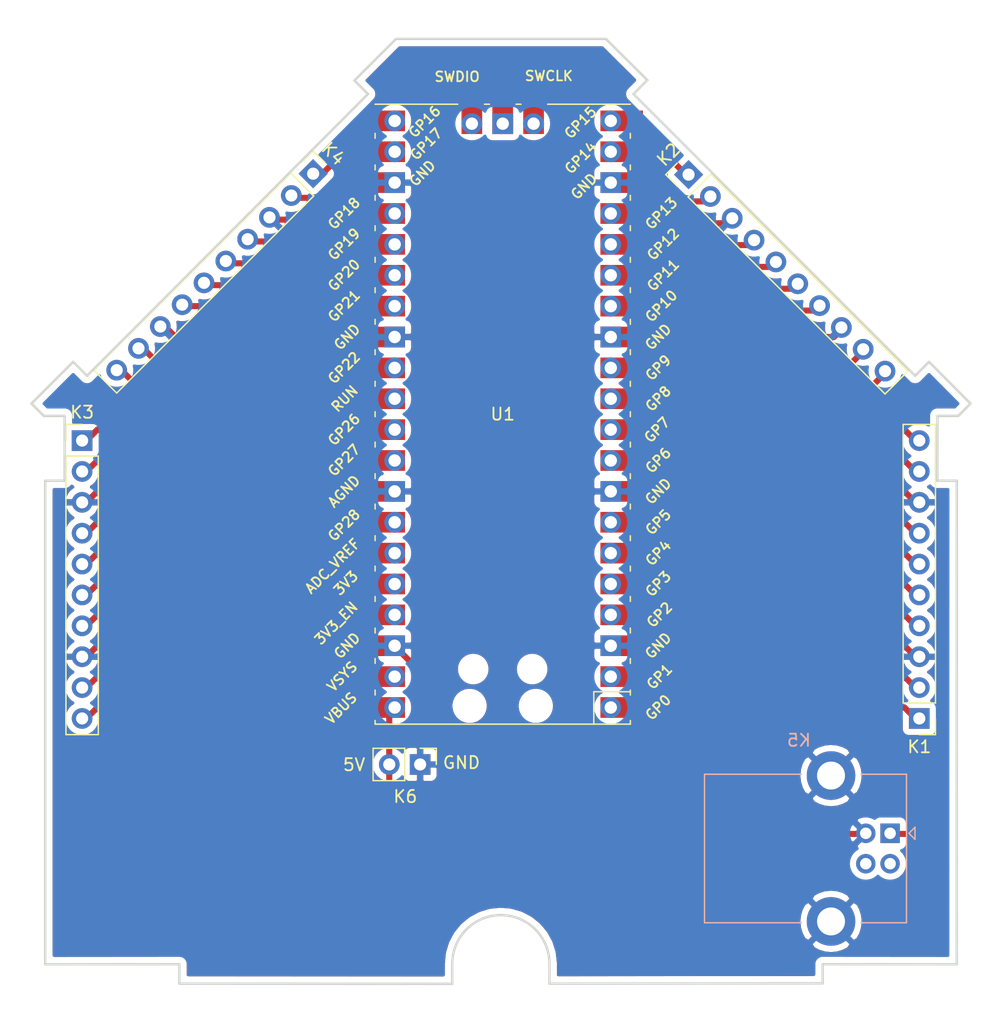
<source format=kicad_pcb>
(kicad_pcb (version 20171130) (host pcbnew "(5.1.8)-1")

  (general
    (thickness 1.6)
    (drawings 37)
    (tracks 110)
    (zones 0)
    (modules 7)
    (nets 37)
  )

  (page A4)
  (layers
    (0 F.Cu signal)
    (31 B.Cu signal)
    (32 B.Adhes user)
    (33 F.Adhes user)
    (34 B.Paste user)
    (35 F.Paste user)
    (36 B.SilkS user)
    (37 F.SilkS user)
    (38 B.Mask user)
    (39 F.Mask user)
    (40 Dwgs.User user)
    (41 Cmts.User user)
    (42 Eco1.User user)
    (43 Eco2.User user)
    (44 Edge.Cuts user)
    (45 Margin user)
    (46 B.CrtYd user)
    (47 F.CrtYd user)
    (48 B.Fab user)
    (49 F.Fab user)
  )

  (setup
    (last_trace_width 0.25)
    (user_trace_width 0.25)
    (user_trace_width 0.5)
    (user_trace_width 0.75)
    (user_trace_width 1)
    (trace_clearance 0.2)
    (zone_clearance 0.508)
    (zone_45_only no)
    (trace_min 0.2)
    (via_size 0.8)
    (via_drill 0.4)
    (via_min_size 0.4)
    (via_min_drill 0.3)
    (uvia_size 0.3)
    (uvia_drill 0.1)
    (uvias_allowed no)
    (uvia_min_size 0.2)
    (uvia_min_drill 0.1)
    (edge_width 0.1)
    (segment_width 0.2)
    (pcb_text_width 0.3)
    (pcb_text_size 1.5 1.5)
    (mod_edge_width 0.15)
    (mod_text_size 1 1)
    (mod_text_width 0.15)
    (pad_size 1.524 1.524)
    (pad_drill 0.762)
    (pad_to_mask_clearance 0)
    (aux_axis_origin 15.3416 48.1584)
    (grid_origin 15.3416 48.1584)
    (visible_elements 7FFFFFFF)
    (pcbplotparams
      (layerselection 0x010fc_ffffffff)
      (usegerberextensions false)
      (usegerberattributes true)
      (usegerberadvancedattributes true)
      (creategerberjobfile true)
      (excludeedgelayer true)
      (linewidth 0.100000)
      (plotframeref false)
      (viasonmask false)
      (mode 1)
      (useauxorigin false)
      (hpglpennumber 1)
      (hpglpenspeed 20)
      (hpglpendiameter 15.000000)
      (psnegative false)
      (psa4output false)
      (plotreference true)
      (plotvalue true)
      (plotinvisibletext false)
      (padsonsilk false)
      (subtractmaskfromsilk false)
      (outputformat 1)
      (mirror false)
      (drillshape 0)
      (scaleselection 1)
      (outputdirectory "Gerber/"))
  )

  (net 0 "")
  (net 1 "Net-(K1-Pad10)")
  (net 2 "Net-(K1-Pad9)")
  (net 3 "Net-(K1-Pad7)")
  (net 4 "Net-(K1-Pad6)")
  (net 5 "Net-(K1-Pad5)")
  (net 6 "Net-(K1-Pad4)")
  (net 7 "Net-(K1-Pad2)")
  (net 8 "Net-(K1-Pad1)")
  (net 9 "Net-(K2-Pad10)")
  (net 10 "Net-(K2-Pad9)")
  (net 11 "Net-(K2-Pad7)")
  (net 12 "Net-(K2-Pad6)")
  (net 13 "Net-(K2-Pad5)")
  (net 14 "Net-(K2-Pad4)")
  (net 15 "Net-(K2-Pad2)")
  (net 16 "Net-(K2-Pad1)")
  (net 17 "Net-(U1-Pad43)")
  (net 18 "Net-(U1-Pad42)")
  (net 19 "Net-(U1-Pad41)")
  (net 20 GND)
  (net 21 "Net-(K3-Pad10)")
  (net 22 "Net-(K3-Pad9)")
  (net 23 "Net-(K3-Pad7)")
  (net 24 "Net-(K3-Pad6)")
  (net 25 "Net-(K3-Pad5)")
  (net 26 "Net-(K3-Pad4)")
  (net 27 "Net-(K3-Pad2)")
  (net 28 "Net-(K3-Pad1)")
  (net 29 "Net-(K4-Pad10)")
  (net 30 "Net-(K4-Pad9)")
  (net 31 "Net-(K4-Pad7)")
  (net 32 "Net-(K4-Pad6)")
  (net 33 "Net-(K4-Pad5)")
  (net 34 "Net-(K4-Pad4)")
  (net 35 "Net-(K4-Pad2)")
  (net 36 "Net-(K4-Pad1)")

  (net_class Default "Dies ist die voreingestellte Netzklasse."
    (clearance 0.2)
    (trace_width 0.25)
    (via_dia 0.8)
    (via_drill 0.4)
    (uvia_dia 0.3)
    (uvia_drill 0.1)
    (add_net GND)
    (add_net "Net-(K1-Pad1)")
    (add_net "Net-(K1-Pad10)")
    (add_net "Net-(K1-Pad2)")
    (add_net "Net-(K1-Pad4)")
    (add_net "Net-(K1-Pad5)")
    (add_net "Net-(K1-Pad6)")
    (add_net "Net-(K1-Pad7)")
    (add_net "Net-(K1-Pad9)")
    (add_net "Net-(K2-Pad1)")
    (add_net "Net-(K2-Pad10)")
    (add_net "Net-(K2-Pad2)")
    (add_net "Net-(K2-Pad4)")
    (add_net "Net-(K2-Pad5)")
    (add_net "Net-(K2-Pad6)")
    (add_net "Net-(K2-Pad7)")
    (add_net "Net-(K2-Pad9)")
    (add_net "Net-(K3-Pad1)")
    (add_net "Net-(K3-Pad10)")
    (add_net "Net-(K3-Pad2)")
    (add_net "Net-(K3-Pad4)")
    (add_net "Net-(K3-Pad5)")
    (add_net "Net-(K3-Pad6)")
    (add_net "Net-(K3-Pad7)")
    (add_net "Net-(K3-Pad9)")
    (add_net "Net-(K4-Pad1)")
    (add_net "Net-(K4-Pad10)")
    (add_net "Net-(K4-Pad2)")
    (add_net "Net-(K4-Pad4)")
    (add_net "Net-(K4-Pad5)")
    (add_net "Net-(K4-Pad6)")
    (add_net "Net-(K4-Pad7)")
    (add_net "Net-(K4-Pad9)")
    (add_net "Net-(U1-Pad41)")
    (add_net "Net-(U1-Pad42)")
    (add_net "Net-(U1-Pad43)")
  )

  (module Connector_USB:USB_B_Lumberg_2411_02_Horizontal (layer B.Cu) (tedit 5E6EAC30) (tstamp 618D30FE)
    (at 85.9876 83.5154 180)
    (descr "USB 2.0 receptacle type B, horizontal version, through-hole, https://downloads.lumberg.com/datenblaetter/en/2411_02.pdf")
    (tags "USB B receptacle horizontal through-hole")
    (path /618CE9B5)
    (fp_text reference K5 (at 7.5 7.65) (layer B.SilkS)
      (effects (font (size 1 1) (thickness 0.15)) (justify mirror))
    )
    (fp_text value USB_B (at 7.05 -10.45) (layer B.Fab)
      (effects (font (size 1 1) (thickness 0.15)) (justify mirror))
    )
    (fp_line (start -1.74 7.25) (end -1.74 -9.75) (layer B.CrtYd) (width 0.05))
    (fp_line (start 15.66 7.25) (end -1.74 7.25) (layer B.CrtYd) (width 0.05))
    (fp_line (start 15.66 -9.75) (end 15.66 7.25) (layer B.CrtYd) (width 0.05))
    (fp_line (start -1.74 -9.75) (end 15.66 -9.75) (layer B.CrtYd) (width 0.05))
    (fp_line (start -2.05 -0.5) (end -1.55 0) (layer B.SilkS) (width 0.12))
    (fp_line (start -2.05 0.5) (end -2.05 -0.5) (layer B.SilkS) (width 0.12))
    (fp_line (start -1.55 0) (end -2.05 0.5) (layer B.SilkS) (width 0.12))
    (fp_line (start 15.27 -7.36) (end 7.3 -7.36) (layer B.SilkS) (width 0.12))
    (fp_line (start 15.27 4.86) (end 7.3 4.86) (layer B.SilkS) (width 0.12))
    (fp_line (start 15.27 -7.36) (end 15.27 4.86) (layer B.SilkS) (width 0.12))
    (fp_line (start -1.35 4.86) (end 2.4 4.86) (layer B.SilkS) (width 0.12))
    (fp_line (start -1.35 -7.36) (end 2.4 -7.36) (layer B.SilkS) (width 0.12))
    (fp_line (start -1.35 -7.36) (end -1.35 4.86) (layer B.SilkS) (width 0.12))
    (fp_line (start -0.75 0) (end -1.24 0.49) (layer B.Fab) (width 0.1))
    (fp_line (start -1.24 -0.49) (end -0.75 0) (layer B.Fab) (width 0.1))
    (fp_line (start 15.16 -7.25) (end -1.24 -7.25) (layer B.Fab) (width 0.1))
    (fp_line (start 15.16 4.75) (end 15.16 -7.25) (layer B.Fab) (width 0.1))
    (fp_line (start -1.24 4.75) (end 15.16 4.75) (layer B.Fab) (width 0.1))
    (fp_line (start -1.24 -7.25) (end -1.24 4.75) (layer B.Fab) (width 0.1))
    (fp_text user %R (at 7.5 -1.25 180) (layer B.Fab)
      (effects (font (size 1 1) (thickness 0.15)) (justify mirror))
    )
    (pad 5 thru_hole circle (at 4.86 4.75 90) (size 4 4) (drill 2.3) (layers *.Cu *.Mask)
      (net 20 GND))
    (pad 5 thru_hole circle (at 4.86 -7.25 90) (size 4 4) (drill 2.3) (layers *.Cu *.Mask)
      (net 20 GND))
    (pad 4 thru_hole circle (at 2 0 90) (size 1.6 1.6) (drill 0.95) (layers *.Cu *.Mask)
      (net 20 GND))
    (pad 3 thru_hole circle (at 2 -2.5 90) (size 1.6 1.6) (drill 0.95) (layers *.Cu *.Mask))
    (pad 2 thru_hole circle (at 0 -2.5 90) (size 1.6 1.6) (drill 0.95) (layers *.Cu *.Mask))
    (pad 1 thru_hole rect (at 0 0 90) (size 1.6 1.6) (drill 0.95) (layers *.Cu *.Mask)
      (net 21 "Net-(K3-Pad10)"))
    (model "${KIPRJMOD}/61400416121(rev1).stp"
      (offset (xyz 7 -1.27 5.5))
      (scale (xyz 1 1 1))
      (rotate (xyz 0 180 -90))
    )
  )

  (module Connector_PinHeader_2.54mm:PinHeader_1x02_P2.54mm_Vertical (layer F.Cu) (tedit 59FED5CC) (tstamp 618D3114)
    (at 47.3202 77.851 270)
    (descr "Through hole straight pin header, 1x02, 2.54mm pitch, single row")
    (tags "Through hole pin header THT 1x02 2.54mm single row")
    (path /618E17E5)
    (fp_text reference K6 (at 2.6416 1.2192 180) (layer F.SilkS)
      (effects (font (size 1 1) (thickness 0.15)))
    )
    (fp_text value Conn_01x02_Male (at 0 4.87 90) (layer F.Fab)
      (effects (font (size 1 1) (thickness 0.15)))
    )
    (fp_line (start -0.635 -1.27) (end 1.27 -1.27) (layer F.Fab) (width 0.1))
    (fp_line (start 1.27 -1.27) (end 1.27 3.81) (layer F.Fab) (width 0.1))
    (fp_line (start 1.27 3.81) (end -1.27 3.81) (layer F.Fab) (width 0.1))
    (fp_line (start -1.27 3.81) (end -1.27 -0.635) (layer F.Fab) (width 0.1))
    (fp_line (start -1.27 -0.635) (end -0.635 -1.27) (layer F.Fab) (width 0.1))
    (fp_line (start -1.33 3.87) (end 1.33 3.87) (layer F.SilkS) (width 0.12))
    (fp_line (start -1.33 1.27) (end -1.33 3.87) (layer F.SilkS) (width 0.12))
    (fp_line (start 1.33 1.27) (end 1.33 3.87) (layer F.SilkS) (width 0.12))
    (fp_line (start -1.33 1.27) (end 1.33 1.27) (layer F.SilkS) (width 0.12))
    (fp_line (start -1.33 0) (end -1.33 -1.33) (layer F.SilkS) (width 0.12))
    (fp_line (start -1.33 -1.33) (end 0 -1.33) (layer F.SilkS) (width 0.12))
    (fp_line (start -1.8 -1.8) (end -1.8 4.35) (layer F.CrtYd) (width 0.05))
    (fp_line (start -1.8 4.35) (end 1.8 4.35) (layer F.CrtYd) (width 0.05))
    (fp_line (start 1.8 4.35) (end 1.8 -1.8) (layer F.CrtYd) (width 0.05))
    (fp_line (start 1.8 -1.8) (end -1.8 -1.8) (layer F.CrtYd) (width 0.05))
    (fp_text user %R (at 0 1.27) (layer F.Fab)
      (effects (font (size 1 1) (thickness 0.15)))
    )
    (pad 2 thru_hole oval (at 0 2.54 270) (size 1.7 1.7) (drill 1) (layers *.Cu *.Mask)
      (net 21 "Net-(K3-Pad10)"))
    (pad 1 thru_hole rect (at 0 0 270) (size 1.7 1.7) (drill 1) (layers *.Cu *.Mask)
      (net 20 GND))
  )

  (module Connector_PinHeader_2.54mm:PinHeader_1x10_P2.54mm_Vertical (layer F.Cu) (tedit 59FED5CC) (tstamp 61689EE8)
    (at 38.516461 29.250739 315)
    (descr "Through hole straight pin header, 1x10, 2.54mm pitch, single row")
    (tags "Through hole pin header THT 1x10 2.54mm single row")
    (path /616C8210)
    (fp_text reference K4 (at 0 -2.33 135) (layer F.SilkS)
      (effects (font (size 1 1) (thickness 0.15)))
    )
    (fp_text value Conn_01x10 (at 0 25.19 135) (layer F.Fab)
      (effects (font (size 1 1) (thickness 0.15)))
    )
    (fp_line (start -0.635 -1.27) (end 1.27 -1.27) (layer F.Fab) (width 0.1))
    (fp_line (start 1.27 -1.27) (end 1.27 24.13) (layer F.Fab) (width 0.1))
    (fp_line (start 1.27 24.13) (end -1.27 24.13) (layer F.Fab) (width 0.1))
    (fp_line (start -1.27 24.13) (end -1.27 -0.635) (layer F.Fab) (width 0.1))
    (fp_line (start -1.27 -0.635) (end -0.635 -1.27) (layer F.Fab) (width 0.1))
    (fp_line (start -1.33 24.19) (end 1.33 24.19) (layer F.SilkS) (width 0.12))
    (fp_line (start -1.33 1.27) (end -1.33 24.19) (layer F.SilkS) (width 0.12))
    (fp_line (start 1.33 1.27) (end 1.33 24.19) (layer F.SilkS) (width 0.12))
    (fp_line (start -1.33 1.27) (end 1.33 1.27) (layer F.SilkS) (width 0.12))
    (fp_line (start -1.33 0) (end -1.33 -1.33) (layer F.SilkS) (width 0.12))
    (fp_line (start -1.33 -1.33) (end 0 -1.33) (layer F.SilkS) (width 0.12))
    (fp_line (start -1.8 -1.8) (end -1.8 24.65) (layer F.CrtYd) (width 0.05))
    (fp_line (start -1.8 24.65) (end 1.8 24.65) (layer F.CrtYd) (width 0.05))
    (fp_line (start 1.8 24.65) (end 1.8 -1.8) (layer F.CrtYd) (width 0.05))
    (fp_line (start 1.8 -1.8) (end -1.8 -1.8) (layer F.CrtYd) (width 0.05))
    (fp_text user %R (at 0 11.43 45) (layer F.Fab)
      (effects (font (size 1 1) (thickness 0.15)))
    )
    (pad 10 thru_hole oval (at 0 22.86 315) (size 1.7 1.7) (drill 1) (layers *.Cu *.Mask)
      (net 29 "Net-(K4-Pad10)"))
    (pad 9 thru_hole oval (at 0 20.32 315) (size 1.7 1.7) (drill 1) (layers *.Cu *.Mask)
      (net 30 "Net-(K4-Pad9)"))
    (pad 8 thru_hole oval (at 0 17.78 315) (size 1.7 1.7) (drill 1) (layers *.Cu *.Mask)
      (net 20 GND))
    (pad 7 thru_hole oval (at 0 15.24 315) (size 1.7 1.7) (drill 1) (layers *.Cu *.Mask)
      (net 31 "Net-(K4-Pad7)"))
    (pad 6 thru_hole oval (at 0 12.7 315) (size 1.7 1.7) (drill 1) (layers *.Cu *.Mask)
      (net 32 "Net-(K4-Pad6)"))
    (pad 5 thru_hole oval (at 0 10.16 315) (size 1.7 1.7) (drill 1) (layers *.Cu *.Mask)
      (net 33 "Net-(K4-Pad5)"))
    (pad 4 thru_hole oval (at 0 7.62 315) (size 1.7 1.7) (drill 1) (layers *.Cu *.Mask)
      (net 34 "Net-(K4-Pad4)"))
    (pad 3 thru_hole oval (at 0 5.08 315) (size 1.7 1.7) (drill 1) (layers *.Cu *.Mask)
      (net 20 GND))
    (pad 2 thru_hole oval (at 0 2.54 315) (size 1.7 1.7) (drill 1) (layers *.Cu *.Mask)
      (net 35 "Net-(K4-Pad2)"))
    (pad 1 thru_hole rect (at 0 0 315) (size 1.7 1.7) (drill 1) (layers *.Cu *.Mask)
      (net 36 "Net-(K4-Pad1)"))
    (model ${KISYS3DMOD}/Connector_PinHeader_2.54mm.3dshapes/PinHeader_1x10_P2.54mm_Vertical.wrl
      (at (xyz 0 0 0))
      (scale (xyz 1 1 1))
      (rotate (xyz 0 0 0))
    )
  )

  (module Connector_PinHeader_2.54mm:PinHeader_1x10_P2.54mm_Vertical (layer F.Cu) (tedit 59FED5CC) (tstamp 61689ECA)
    (at 19.5072 51.2064)
    (descr "Through hole straight pin header, 1x10, 2.54mm pitch, single row")
    (tags "Through hole pin header THT 1x10 2.54mm single row")
    (path /616D4AA3)
    (fp_text reference K3 (at 0 -2.33) (layer F.SilkS)
      (effects (font (size 1 1) (thickness 0.15)))
    )
    (fp_text value Conn_01x10 (at 0 25.19) (layer F.Fab)
      (effects (font (size 1 1) (thickness 0.15)))
    )
    (fp_line (start -0.635 -1.27) (end 1.27 -1.27) (layer F.Fab) (width 0.1))
    (fp_line (start 1.27 -1.27) (end 1.27 24.13) (layer F.Fab) (width 0.1))
    (fp_line (start 1.27 24.13) (end -1.27 24.13) (layer F.Fab) (width 0.1))
    (fp_line (start -1.27 24.13) (end -1.27 -0.635) (layer F.Fab) (width 0.1))
    (fp_line (start -1.27 -0.635) (end -0.635 -1.27) (layer F.Fab) (width 0.1))
    (fp_line (start -1.33 24.19) (end 1.33 24.19) (layer F.SilkS) (width 0.12))
    (fp_line (start -1.33 1.27) (end -1.33 24.19) (layer F.SilkS) (width 0.12))
    (fp_line (start 1.33 1.27) (end 1.33 24.19) (layer F.SilkS) (width 0.12))
    (fp_line (start -1.33 1.27) (end 1.33 1.27) (layer F.SilkS) (width 0.12))
    (fp_line (start -1.33 0) (end -1.33 -1.33) (layer F.SilkS) (width 0.12))
    (fp_line (start -1.33 -1.33) (end 0 -1.33) (layer F.SilkS) (width 0.12))
    (fp_line (start -1.8 -1.8) (end -1.8 24.65) (layer F.CrtYd) (width 0.05))
    (fp_line (start -1.8 24.65) (end 1.8 24.65) (layer F.CrtYd) (width 0.05))
    (fp_line (start 1.8 24.65) (end 1.8 -1.8) (layer F.CrtYd) (width 0.05))
    (fp_line (start 1.8 -1.8) (end -1.8 -1.8) (layer F.CrtYd) (width 0.05))
    (fp_text user %R (at 1.4859 22.1996 90) (layer F.Fab)
      (effects (font (size 1 1) (thickness 0.15)))
    )
    (pad 10 thru_hole oval (at 0 22.86) (size 1.7 1.7) (drill 1) (layers *.Cu *.Mask)
      (net 21 "Net-(K3-Pad10)"))
    (pad 9 thru_hole oval (at 0 20.32) (size 1.7 1.7) (drill 1) (layers *.Cu *.Mask)
      (net 22 "Net-(K3-Pad9)"))
    (pad 8 thru_hole oval (at 0 17.78) (size 1.7 1.7) (drill 1) (layers *.Cu *.Mask)
      (net 20 GND))
    (pad 7 thru_hole oval (at 0 15.24) (size 1.7 1.7) (drill 1) (layers *.Cu *.Mask)
      (net 23 "Net-(K3-Pad7)"))
    (pad 6 thru_hole oval (at 0 12.7) (size 1.7 1.7) (drill 1) (layers *.Cu *.Mask)
      (net 24 "Net-(K3-Pad6)"))
    (pad 5 thru_hole oval (at 0 10.16) (size 1.7 1.7) (drill 1) (layers *.Cu *.Mask)
      (net 25 "Net-(K3-Pad5)"))
    (pad 4 thru_hole oval (at 0 7.62) (size 1.7 1.7) (drill 1) (layers *.Cu *.Mask)
      (net 26 "Net-(K3-Pad4)"))
    (pad 3 thru_hole oval (at 0 5.08) (size 1.7 1.7) (drill 1) (layers *.Cu *.Mask)
      (net 20 GND))
    (pad 2 thru_hole oval (at 0 2.54) (size 1.7 1.7) (drill 1) (layers *.Cu *.Mask)
      (net 27 "Net-(K3-Pad2)"))
    (pad 1 thru_hole rect (at 0 0) (size 1.7 1.7) (drill 1) (layers *.Cu *.Mask)
      (net 28 "Net-(K3-Pad1)"))
    (model ${KISYS3DMOD}/Connector_PinHeader_2.54mm.3dshapes/PinHeader_1x10_P2.54mm_Vertical.wrl
      (at (xyz 0 0 0))
      (scale (xyz 1 1 1))
      (rotate (xyz 0 0 0))
    )
  )

  (module Connector_PinHeader_2.54mm:PinHeader_1x10_P2.54mm_Vertical (layer F.Cu) (tedit 59FED5CC) (tstamp 61689EAC)
    (at 69.408139 29.326939 45)
    (descr "Through hole straight pin header, 1x10, 2.54mm pitch, single row")
    (tags "Through hole pin header THT 1x10 2.54mm single row")
    (path /6169A75F)
    (fp_text reference K2 (at 0 -2.33 45) (layer F.SilkS)
      (effects (font (size 1 1) (thickness 0.15)))
    )
    (fp_text value Conn_01x10 (at 0 25.19 45) (layer F.Fab)
      (effects (font (size 1 1) (thickness 0.15)))
    )
    (fp_line (start -0.635 -1.27) (end 1.27 -1.27) (layer F.Fab) (width 0.1))
    (fp_line (start 1.27 -1.27) (end 1.27 24.13) (layer F.Fab) (width 0.1))
    (fp_line (start 1.27 24.13) (end -1.27 24.13) (layer F.Fab) (width 0.1))
    (fp_line (start -1.27 24.13) (end -1.27 -0.635) (layer F.Fab) (width 0.1))
    (fp_line (start -1.27 -0.635) (end -0.635 -1.27) (layer F.Fab) (width 0.1))
    (fp_line (start -1.33 24.19) (end 1.33 24.19) (layer F.SilkS) (width 0.12))
    (fp_line (start -1.33 1.27) (end -1.33 24.19) (layer F.SilkS) (width 0.12))
    (fp_line (start 1.33 1.27) (end 1.33 24.19) (layer F.SilkS) (width 0.12))
    (fp_line (start -1.33 1.27) (end 1.33 1.27) (layer F.SilkS) (width 0.12))
    (fp_line (start -1.33 0) (end -1.33 -1.33) (layer F.SilkS) (width 0.12))
    (fp_line (start -1.33 -1.33) (end 0 -1.33) (layer F.SilkS) (width 0.12))
    (fp_line (start -1.8 -1.8) (end -1.8 24.65) (layer F.CrtYd) (width 0.05))
    (fp_line (start -1.8 24.65) (end 1.8 24.65) (layer F.CrtYd) (width 0.05))
    (fp_line (start 1.8 24.65) (end 1.8 -1.8) (layer F.CrtYd) (width 0.05))
    (fp_line (start 1.8 -1.8) (end -1.8 -1.8) (layer F.CrtYd) (width 0.05))
    (fp_text user %R (at 0 11.43 135) (layer F.Fab)
      (effects (font (size 1 1) (thickness 0.15)))
    )
    (pad 10 thru_hole oval (at 0 22.86 45) (size 1.7 1.7) (drill 1) (layers *.Cu *.Mask)
      (net 9 "Net-(K2-Pad10)"))
    (pad 9 thru_hole oval (at 0 20.32 45) (size 1.7 1.7) (drill 1) (layers *.Cu *.Mask)
      (net 10 "Net-(K2-Pad9)"))
    (pad 8 thru_hole oval (at 0 17.78 45) (size 1.7 1.7) (drill 1) (layers *.Cu *.Mask)
      (net 20 GND))
    (pad 7 thru_hole oval (at 0 15.24 45) (size 1.7 1.7) (drill 1) (layers *.Cu *.Mask)
      (net 11 "Net-(K2-Pad7)"))
    (pad 6 thru_hole oval (at 0 12.7 45) (size 1.7 1.7) (drill 1) (layers *.Cu *.Mask)
      (net 12 "Net-(K2-Pad6)"))
    (pad 5 thru_hole oval (at 0 10.16 45) (size 1.7 1.7) (drill 1) (layers *.Cu *.Mask)
      (net 13 "Net-(K2-Pad5)"))
    (pad 4 thru_hole oval (at 0 7.62 45) (size 1.7 1.7) (drill 1) (layers *.Cu *.Mask)
      (net 14 "Net-(K2-Pad4)"))
    (pad 3 thru_hole oval (at 0 5.08 45) (size 1.7 1.7) (drill 1) (layers *.Cu *.Mask)
      (net 20 GND))
    (pad 2 thru_hole oval (at 0 2.54 45) (size 1.7 1.7) (drill 1) (layers *.Cu *.Mask)
      (net 15 "Net-(K2-Pad2)"))
    (pad 1 thru_hole rect (at 0 0 45) (size 1.7 1.7) (drill 1) (layers *.Cu *.Mask)
      (net 16 "Net-(K2-Pad1)"))
    (model ${KISYS3DMOD}/Connector_PinHeader_2.54mm.3dshapes/PinHeader_1x10_P2.54mm_Vertical.wrl
      (at (xyz 0 0 0))
      (scale (xyz 1 1 1))
      (rotate (xyz 0 0 0))
    )
  )

  (module Connector_PinHeader_2.54mm:PinHeader_1x10_P2.54mm_Vertical (layer F.Cu) (tedit 59FED5CC) (tstamp 61689E8E)
    (at 88.392 74.0664 180)
    (descr "Through hole straight pin header, 1x10, 2.54mm pitch, single row")
    (tags "Through hole pin header THT 1x10 2.54mm single row")
    (path /6168CA93)
    (fp_text reference K1 (at 0 -2.33) (layer F.SilkS)
      (effects (font (size 1 1) (thickness 0.15)))
    )
    (fp_text value Conn_01x10 (at -0.0762 24.638) (layer F.Fab)
      (effects (font (size 1 1) (thickness 0.15)))
    )
    (fp_line (start -0.635 -1.27) (end 1.27 -1.27) (layer F.Fab) (width 0.1))
    (fp_line (start 1.27 -1.27) (end 1.27 24.13) (layer F.Fab) (width 0.1))
    (fp_line (start 1.27 24.13) (end -1.27 24.13) (layer F.Fab) (width 0.1))
    (fp_line (start -1.27 24.13) (end -1.27 -0.635) (layer F.Fab) (width 0.1))
    (fp_line (start -1.27 -0.635) (end -0.635 -1.27) (layer F.Fab) (width 0.1))
    (fp_line (start -1.33 24.19) (end 1.33 24.19) (layer F.SilkS) (width 0.12))
    (fp_line (start -1.33 1.27) (end -1.33 24.19) (layer F.SilkS) (width 0.12))
    (fp_line (start 1.33 1.27) (end 1.33 24.19) (layer F.SilkS) (width 0.12))
    (fp_line (start -1.33 1.27) (end 1.33 1.27) (layer F.SilkS) (width 0.12))
    (fp_line (start -1.33 0) (end -1.33 -1.33) (layer F.SilkS) (width 0.12))
    (fp_line (start -1.33 -1.33) (end 0 -1.33) (layer F.SilkS) (width 0.12))
    (fp_line (start -1.8 -1.8) (end -1.8 24.65) (layer F.CrtYd) (width 0.05))
    (fp_line (start -1.8 24.65) (end 1.8 24.65) (layer F.CrtYd) (width 0.05))
    (fp_line (start 1.8 24.65) (end 1.8 -1.8) (layer F.CrtYd) (width 0.05))
    (fp_line (start 1.8 -1.8) (end -1.8 -1.8) (layer F.CrtYd) (width 0.05))
    (fp_text user %R (at 0 11.43 90) (layer F.Fab)
      (effects (font (size 1 1) (thickness 0.15)))
    )
    (pad 10 thru_hole oval (at 0 22.86 180) (size 1.7 1.7) (drill 1) (layers *.Cu *.Mask)
      (net 1 "Net-(K1-Pad10)"))
    (pad 9 thru_hole oval (at 0 20.32 180) (size 1.7 1.7) (drill 1) (layers *.Cu *.Mask)
      (net 2 "Net-(K1-Pad9)"))
    (pad 8 thru_hole oval (at 0 17.78 180) (size 1.7 1.7) (drill 1) (layers *.Cu *.Mask)
      (net 20 GND))
    (pad 7 thru_hole oval (at 0 15.24 180) (size 1.7 1.7) (drill 1) (layers *.Cu *.Mask)
      (net 3 "Net-(K1-Pad7)"))
    (pad 6 thru_hole oval (at 0 12.7 180) (size 1.7 1.7) (drill 1) (layers *.Cu *.Mask)
      (net 4 "Net-(K1-Pad6)"))
    (pad 5 thru_hole oval (at 0 10.16 180) (size 1.7 1.7) (drill 1) (layers *.Cu *.Mask)
      (net 5 "Net-(K1-Pad5)"))
    (pad 4 thru_hole oval (at 0 7.62 180) (size 1.7 1.7) (drill 1) (layers *.Cu *.Mask)
      (net 6 "Net-(K1-Pad4)"))
    (pad 3 thru_hole oval (at 0 5.08 180) (size 1.7 1.7) (drill 1) (layers *.Cu *.Mask)
      (net 20 GND))
    (pad 2 thru_hole oval (at 0 2.54 180) (size 1.7 1.7) (drill 1) (layers *.Cu *.Mask)
      (net 7 "Net-(K1-Pad2)"))
    (pad 1 thru_hole rect (at 0 0 180) (size 1.7 1.7) (drill 1) (layers *.Cu *.Mask)
      (net 8 "Net-(K1-Pad1)"))
    (model ${KISYS3DMOD}/Connector_PinHeader_2.54mm.3dshapes/PinHeader_1x10_P2.54mm_Vertical.wrl
      (at (xyz 0 0 0))
      (scale (xyz 1 1 1))
      (rotate (xyz 0 0 0))
    )
  )

  (module RPi_Pico:RPi_Pico_SMD_TH (layer F.Cu) (tedit 5F638C80) (tstamp 616061C9)
    (at 54.1147 49.0347 180)
    (descr "Through hole straight pin header, 2x20, 2.54mm pitch, double rows")
    (tags "Through hole pin header THT 2x20 2.54mm double row")
    (path /6344843C)
    (fp_text reference U1 (at 0 0) (layer F.SilkS)
      (effects (font (size 1 1) (thickness 0.15)))
    )
    (fp_text value Pico (at 0 2.159) (layer F.Fab)
      (effects (font (size 1 1) (thickness 0.15)))
    )
    (fp_poly (pts (xy 3.7 -20.2) (xy -3.7 -20.2) (xy -3.7 -24.9) (xy 3.7 -24.9)) (layer Dwgs.User) (width 0.1))
    (fp_poly (pts (xy -1.5 -11.5) (xy -3.5 -11.5) (xy -3.5 -13.5) (xy -1.5 -13.5)) (layer Dwgs.User) (width 0.1))
    (fp_poly (pts (xy -1.5 -14) (xy -3.5 -14) (xy -3.5 -16) (xy -1.5 -16)) (layer Dwgs.User) (width 0.1))
    (fp_poly (pts (xy -1.5 -16.5) (xy -3.5 -16.5) (xy -3.5 -18.5) (xy -1.5 -18.5)) (layer Dwgs.User) (width 0.1))
    (fp_line (start -10.5 -25.5) (end 10.5 -25.5) (layer F.Fab) (width 0.12))
    (fp_line (start 10.5 -25.5) (end 10.5 25.5) (layer F.Fab) (width 0.12))
    (fp_line (start 10.5 25.5) (end -10.5 25.5) (layer F.Fab) (width 0.12))
    (fp_line (start -10.5 25.5) (end -10.5 -25.5) (layer F.Fab) (width 0.12))
    (fp_line (start -10.5 -24.2) (end -9.2 -25.5) (layer F.Fab) (width 0.12))
    (fp_line (start -11 -26) (end 11 -26) (layer F.CrtYd) (width 0.12))
    (fp_line (start 11 -26) (end 11 26) (layer F.CrtYd) (width 0.12))
    (fp_line (start 11 26) (end -11 26) (layer F.CrtYd) (width 0.12))
    (fp_line (start -11 26) (end -11 -26) (layer F.CrtYd) (width 0.12))
    (fp_line (start -10.5 -25.5) (end 10.5 -25.5) (layer F.SilkS) (width 0.12))
    (fp_line (start -3.7 25.5) (end -10.5 25.5) (layer F.SilkS) (width 0.12))
    (fp_line (start -10.5 -22.833) (end -7.493 -22.833) (layer F.SilkS) (width 0.12))
    (fp_line (start -7.493 -22.833) (end -7.493 -25.5) (layer F.SilkS) (width 0.12))
    (fp_line (start -10.5 -25.5) (end -10.5 -25.2) (layer F.SilkS) (width 0.12))
    (fp_line (start -10.5 -23.1) (end -10.5 -22.7) (layer F.SilkS) (width 0.12))
    (fp_line (start -10.5 -20.5) (end -10.5 -20.1) (layer F.SilkS) (width 0.12))
    (fp_line (start -10.5 -18) (end -10.5 -17.6) (layer F.SilkS) (width 0.12))
    (fp_line (start -10.5 -15.4) (end -10.5 -15) (layer F.SilkS) (width 0.12))
    (fp_line (start -10.5 -12.9) (end -10.5 -12.5) (layer F.SilkS) (width 0.12))
    (fp_line (start -10.5 -10.4) (end -10.5 -10) (layer F.SilkS) (width 0.12))
    (fp_line (start -10.5 -7.8) (end -10.5 -7.4) (layer F.SilkS) (width 0.12))
    (fp_line (start -10.5 -5.3) (end -10.5 -4.9) (layer F.SilkS) (width 0.12))
    (fp_line (start -10.5 -2.7) (end -10.5 -2.3) (layer F.SilkS) (width 0.12))
    (fp_line (start -10.5 -0.2) (end -10.5 0.2) (layer F.SilkS) (width 0.12))
    (fp_line (start -10.5 2.3) (end -10.5 2.7) (layer F.SilkS) (width 0.12))
    (fp_line (start -10.5 4.9) (end -10.5 5.3) (layer F.SilkS) (width 0.12))
    (fp_line (start -10.5 7.4) (end -10.5 7.8) (layer F.SilkS) (width 0.12))
    (fp_line (start -10.5 10) (end -10.5 10.4) (layer F.SilkS) (width 0.12))
    (fp_line (start -10.5 12.5) (end -10.5 12.9) (layer F.SilkS) (width 0.12))
    (fp_line (start -10.5 15.1) (end -10.5 15.5) (layer F.SilkS) (width 0.12))
    (fp_line (start -10.5 17.6) (end -10.5 18) (layer F.SilkS) (width 0.12))
    (fp_line (start -10.5 20.1) (end -10.5 20.5) (layer F.SilkS) (width 0.12))
    (fp_line (start -10.5 22.7) (end -10.5 23.1) (layer F.SilkS) (width 0.12))
    (fp_line (start 10.5 -10.4) (end 10.5 -10) (layer F.SilkS) (width 0.12))
    (fp_line (start 10.5 -5.3) (end 10.5 -4.9) (layer F.SilkS) (width 0.12))
    (fp_line (start 10.5 2.3) (end 10.5 2.7) (layer F.SilkS) (width 0.12))
    (fp_line (start 10.5 10) (end 10.5 10.4) (layer F.SilkS) (width 0.12))
    (fp_line (start 10.5 -20.5) (end 10.5 -20.1) (layer F.SilkS) (width 0.12))
    (fp_line (start 10.5 -23.1) (end 10.5 -22.7) (layer F.SilkS) (width 0.12))
    (fp_line (start 10.5 -15.4) (end 10.5 -15) (layer F.SilkS) (width 0.12))
    (fp_line (start 10.5 17.6) (end 10.5 18) (layer F.SilkS) (width 0.12))
    (fp_line (start 10.5 22.7) (end 10.5 23.1) (layer F.SilkS) (width 0.12))
    (fp_line (start 10.5 20.1) (end 10.5 20.5) (layer F.SilkS) (width 0.12))
    (fp_line (start 10.5 4.9) (end 10.5 5.3) (layer F.SilkS) (width 0.12))
    (fp_line (start 10.5 -0.2) (end 10.5 0.2) (layer F.SilkS) (width 0.12))
    (fp_line (start 10.5 -12.9) (end 10.5 -12.5) (layer F.SilkS) (width 0.12))
    (fp_line (start 10.5 -7.8) (end 10.5 -7.4) (layer F.SilkS) (width 0.12))
    (fp_line (start 10.5 12.5) (end 10.5 12.9) (layer F.SilkS) (width 0.12))
    (fp_line (start 10.5 -2.7) (end 10.5 -2.3) (layer F.SilkS) (width 0.12))
    (fp_line (start 10.5 -25.5) (end 10.5 -25.2) (layer F.SilkS) (width 0.12))
    (fp_line (start 10.5 -18) (end 10.5 -17.6) (layer F.SilkS) (width 0.12))
    (fp_line (start 10.5 7.4) (end 10.5 7.8) (layer F.SilkS) (width 0.12))
    (fp_line (start 10.5 15.1) (end 10.5 15.5) (layer F.SilkS) (width 0.12))
    (fp_line (start 10.5 25.5) (end 3.7 25.5) (layer F.SilkS) (width 0.12))
    (fp_line (start -1.5 25.5) (end -1.1 25.5) (layer F.SilkS) (width 0.12))
    (fp_line (start 1.1 25.5) (end 1.5 25.5) (layer F.SilkS) (width 0.12))
    (fp_text user "Copper Keepouts shown on Dwgs layer" (at 0.1 -30.2) (layer Cmts.User)
      (effects (font (size 1 1) (thickness 0.15)))
    )
    (fp_text user SWDIO (at 3.7465 27.7622) (layer F.SilkS)
      (effects (font (size 0.8 0.8) (thickness 0.15)))
    )
    (fp_text user SWCLK (at -3.7973 27.8257) (layer F.SilkS)
      (effects (font (size 0.8 0.8) (thickness 0.15)))
    )
    (fp_text user AGND (at 13.054 -6.35 45) (layer F.SilkS)
      (effects (font (size 0.8 0.8) (thickness 0.15)))
    )
    (fp_text user GND (at 12.8 -19.05 45) (layer F.SilkS)
      (effects (font (size 0.8 0.8) (thickness 0.15)))
    )
    (fp_text user GND (at 12.8 6.35 45) (layer F.SilkS)
      (effects (font (size 0.8 0.8) (thickness 0.15)))
    )
    (fp_text user GND (at 6.604 19.812 45) (layer F.SilkS)
      (effects (font (size 0.8 0.8) (thickness 0.15)))
    )
    (fp_text user GND (at -6.6929 18.7325 45) (layer F.SilkS)
      (effects (font (size 0.8 0.8) (thickness 0.15)))
    )
    (fp_text user GND (at -12.8 6.35 45) (layer F.SilkS)
      (effects (font (size 0.8 0.8) (thickness 0.15)))
    )
    (fp_text user GND (at -12.8 -6.35 45) (layer F.SilkS)
      (effects (font (size 0.8 0.8) (thickness 0.15)))
    )
    (fp_text user GND (at -12.8 -19.05 45) (layer F.SilkS)
      (effects (font (size 0.8 0.8) (thickness 0.15)))
    )
    (fp_text user VBUS (at 13.3 -24.2 45) (layer F.SilkS)
      (effects (font (size 0.8 0.8) (thickness 0.15)))
    )
    (fp_text user VSYS (at 13.2 -21.59 45) (layer F.SilkS)
      (effects (font (size 0.8 0.8) (thickness 0.15)))
    )
    (fp_text user 3V3_EN (at 13.7 -17.2 45) (layer F.SilkS)
      (effects (font (size 0.8 0.8) (thickness 0.15)))
    )
    (fp_text user 3V3 (at 12.9 -13.9 45) (layer F.SilkS)
      (effects (font (size 0.8 0.8) (thickness 0.15)))
    )
    (fp_text user ADC_VREF (at 14 -12.5 45) (layer F.SilkS)
      (effects (font (size 0.8 0.8) (thickness 0.15)))
    )
    (fp_text user GP28 (at 13.054 -9.144 45) (layer F.SilkS)
      (effects (font (size 0.8 0.8) (thickness 0.15)))
    )
    (fp_text user GP27 (at 13.054 -3.8 45) (layer F.SilkS)
      (effects (font (size 0.8 0.8) (thickness 0.15)))
    )
    (fp_text user GP26 (at 13.054 -1.27 45) (layer F.SilkS)
      (effects (font (size 0.8 0.8) (thickness 0.15)))
    )
    (fp_text user RUN (at 13 1.27 45) (layer F.SilkS)
      (effects (font (size 0.8 0.8) (thickness 0.15)))
    )
    (fp_text user GP22 (at 13.054 3.81 45) (layer F.SilkS)
      (effects (font (size 0.8 0.8) (thickness 0.15)))
    )
    (fp_text user GP21 (at 13.054 8.9 45) (layer F.SilkS)
      (effects (font (size 0.8 0.8) (thickness 0.15)))
    )
    (fp_text user GP20 (at 13.054 11.43 45) (layer F.SilkS)
      (effects (font (size 0.8 0.8) (thickness 0.15)))
    )
    (fp_text user GP19 (at 13.054 13.97 45) (layer F.SilkS)
      (effects (font (size 0.8 0.8) (thickness 0.15)))
    )
    (fp_text user GP18 (at 13.054 16.51 45) (layer F.SilkS)
      (effects (font (size 0.8 0.8) (thickness 0.15)))
    )
    (fp_text user GP17 (at 6.2992 22.2123 45) (layer F.SilkS)
      (effects (font (size 0.8 0.8) (thickness 0.15)))
    )
    (fp_text user GP16 (at 6.4262 24.0538 45) (layer F.SilkS)
      (effects (font (size 0.8 0.8) (thickness 0.15)))
    )
    (fp_text user GP15 (at -6.4008 23.9776 45) (layer F.SilkS)
      (effects (font (size 0.8 0.8) (thickness 0.15)))
    )
    (fp_text user GP14 (at -6.4262 21.082 45) (layer F.SilkS)
      (effects (font (size 0.8 0.8) (thickness 0.15)))
    )
    (fp_text user GP13 (at -13.054 16.51 45) (layer F.SilkS)
      (effects (font (size 0.8 0.8) (thickness 0.15)))
    )
    (fp_text user GP12 (at -13.2 13.97 45) (layer F.SilkS)
      (effects (font (size 0.8 0.8) (thickness 0.15)))
    )
    (fp_text user GP11 (at -13.2 11.43 45) (layer F.SilkS)
      (effects (font (size 0.8 0.8) (thickness 0.15)))
    )
    (fp_text user GP10 (at -13.054 8.89 45) (layer F.SilkS)
      (effects (font (size 0.8 0.8) (thickness 0.15)))
    )
    (fp_text user GP9 (at -12.8 3.81 45) (layer F.SilkS)
      (effects (font (size 0.8 0.8) (thickness 0.15)))
    )
    (fp_text user GP8 (at -12.8 1.27 45) (layer F.SilkS)
      (effects (font (size 0.8 0.8) (thickness 0.15)))
    )
    (fp_text user GP7 (at -12.7 -1.3 45) (layer F.SilkS)
      (effects (font (size 0.8 0.8) (thickness 0.15)))
    )
    (fp_text user GP6 (at -12.8 -3.81 45) (layer F.SilkS)
      (effects (font (size 0.8 0.8) (thickness 0.15)))
    )
    (fp_text user GP5 (at -12.8 -8.89 45) (layer F.SilkS)
      (effects (font (size 0.8 0.8) (thickness 0.15)))
    )
    (fp_text user GP4 (at -12.8 -11.43 45) (layer F.SilkS)
      (effects (font (size 0.8 0.8) (thickness 0.15)))
    )
    (fp_text user GP3 (at -12.8 -13.97 45) (layer F.SilkS)
      (effects (font (size 0.8 0.8) (thickness 0.15)))
    )
    (fp_text user GP0 (at -12.8 -24.13 45) (layer F.SilkS)
      (effects (font (size 0.8 0.8) (thickness 0.15)))
    )
    (fp_text user GP2 (at -12.9 -16.51 45) (layer F.SilkS)
      (effects (font (size 0.8 0.8) (thickness 0.15)))
    )
    (fp_text user GP1 (at -12.9 -21.6 45) (layer F.SilkS)
      (effects (font (size 0.8 0.8) (thickness 0.15)))
    )
    (fp_text user %R (at 0 0 180) (layer F.Fab)
      (effects (font (size 1 1) (thickness 0.15)))
    )
    (pad 43 thru_hole oval (at 2.54 23.9 180) (size 1.7 1.7) (drill 1.02) (layers *.Cu *.Mask)
      (net 17 "Net-(U1-Pad43)"))
    (pad 43 smd rect (at 2.54 23.9 270) (size 3.5 1.7) (drill (offset -0.9 0)) (layers F.Cu F.Mask)
      (net 17 "Net-(U1-Pad43)"))
    (pad 42 thru_hole rect (at 0 23.9 180) (size 1.7 1.7) (drill 1.02) (layers *.Cu *.Mask)
      (net 18 "Net-(U1-Pad42)"))
    (pad 42 smd rect (at 0 23.9 270) (size 3.5 1.7) (drill (offset -0.9 0)) (layers F.Cu F.Mask)
      (net 18 "Net-(U1-Pad42)"))
    (pad 41 thru_hole oval (at -2.54 23.9 180) (size 1.7 1.7) (drill 1.02) (layers *.Cu *.Mask)
      (net 19 "Net-(U1-Pad41)"))
    (pad 41 smd rect (at -2.54 23.9 270) (size 3.5 1.7) (drill (offset -0.9 0)) (layers F.Cu F.Mask)
      (net 19 "Net-(U1-Pad41)"))
    (pad "" np_thru_hole oval (at 2.425 -20.97 180) (size 1.5 1.5) (drill 1.5) (layers *.Cu *.Mask))
    (pad "" np_thru_hole oval (at -2.425 -20.97 180) (size 1.5 1.5) (drill 1.5) (layers *.Cu *.Mask))
    (pad "" np_thru_hole oval (at 2.725 -24 180) (size 1.8 1.8) (drill 1.8) (layers *.Cu *.Mask))
    (pad "" np_thru_hole oval (at -2.725 -24 180) (size 1.8 1.8) (drill 1.8) (layers *.Cu *.Mask))
    (pad 21 smd rect (at 8.89 24.13 180) (size 3.5 1.7) (drill (offset 0.9 0)) (layers F.Cu F.Mask)
      (net 36 "Net-(K4-Pad1)"))
    (pad 22 smd rect (at 8.89 21.59 180) (size 3.5 1.7) (drill (offset 0.9 0)) (layers F.Cu F.Mask)
      (net 35 "Net-(K4-Pad2)"))
    (pad 23 smd rect (at 8.89 19.05 180) (size 3.5 1.7) (drill (offset 0.9 0)) (layers F.Cu F.Mask)
      (net 20 GND))
    (pad 24 smd rect (at 8.89 16.51 180) (size 3.5 1.7) (drill (offset 0.9 0)) (layers F.Cu F.Mask)
      (net 34 "Net-(K4-Pad4)"))
    (pad 25 smd rect (at 8.89 13.97 180) (size 3.5 1.7) (drill (offset 0.9 0)) (layers F.Cu F.Mask)
      (net 33 "Net-(K4-Pad5)"))
    (pad 26 smd rect (at 8.89 11.43 180) (size 3.5 1.7) (drill (offset 0.9 0)) (layers F.Cu F.Mask)
      (net 32 "Net-(K4-Pad6)"))
    (pad 27 smd rect (at 8.89 8.89 180) (size 3.5 1.7) (drill (offset 0.9 0)) (layers F.Cu F.Mask)
      (net 31 "Net-(K4-Pad7)"))
    (pad 28 smd rect (at 8.89 6.35 180) (size 3.5 1.7) (drill (offset 0.9 0)) (layers F.Cu F.Mask)
      (net 20 GND))
    (pad 29 smd rect (at 8.89 3.81 180) (size 3.5 1.7) (drill (offset 0.9 0)) (layers F.Cu F.Mask)
      (net 30 "Net-(K4-Pad9)"))
    (pad 30 smd rect (at 8.89 1.27 180) (size 3.5 1.7) (drill (offset 0.9 0)) (layers F.Cu F.Mask)
      (net 29 "Net-(K4-Pad10)"))
    (pad 31 smd rect (at 8.89 -1.27 180) (size 3.5 1.7) (drill (offset 0.9 0)) (layers F.Cu F.Mask)
      (net 28 "Net-(K3-Pad1)"))
    (pad 32 smd rect (at 8.89 -3.81 180) (size 3.5 1.7) (drill (offset 0.9 0)) (layers F.Cu F.Mask)
      (net 27 "Net-(K3-Pad2)"))
    (pad 33 smd rect (at 8.89 -6.35 180) (size 3.5 1.7) (drill (offset 0.9 0)) (layers F.Cu F.Mask)
      (net 20 GND))
    (pad 34 smd rect (at 8.89 -8.89 180) (size 3.5 1.7) (drill (offset 0.9 0)) (layers F.Cu F.Mask)
      (net 26 "Net-(K3-Pad4)"))
    (pad 35 smd rect (at 8.89 -11.43 180) (size 3.5 1.7) (drill (offset 0.9 0)) (layers F.Cu F.Mask)
      (net 25 "Net-(K3-Pad5)"))
    (pad 36 smd rect (at 8.89 -13.97 180) (size 3.5 1.7) (drill (offset 0.9 0)) (layers F.Cu F.Mask)
      (net 24 "Net-(K3-Pad6)"))
    (pad 37 smd rect (at 8.89 -16.51 180) (size 3.5 1.7) (drill (offset 0.9 0)) (layers F.Cu F.Mask)
      (net 23 "Net-(K3-Pad7)"))
    (pad 38 smd rect (at 8.89 -19.05 180) (size 3.5 1.7) (drill (offset 0.9 0)) (layers F.Cu F.Mask)
      (net 20 GND))
    (pad 39 smd rect (at 8.89 -21.59 180) (size 3.5 1.7) (drill (offset 0.9 0)) (layers F.Cu F.Mask)
      (net 22 "Net-(K3-Pad9)"))
    (pad 40 smd rect (at 8.89 -24.13 180) (size 3.5 1.7) (drill (offset 0.9 0)) (layers F.Cu F.Mask)
      (net 21 "Net-(K3-Pad10)"))
    (pad 20 smd rect (at -8.89 24.13 180) (size 3.5 1.7) (drill (offset -0.9 0)) (layers F.Cu F.Mask)
      (net 16 "Net-(K2-Pad1)"))
    (pad 19 smd rect (at -8.89 21.59 180) (size 3.5 1.7) (drill (offset -0.9 0)) (layers F.Cu F.Mask)
      (net 15 "Net-(K2-Pad2)"))
    (pad 18 smd rect (at -8.89 19.05 180) (size 3.5 1.7) (drill (offset -0.9 0)) (layers F.Cu F.Mask)
      (net 20 GND))
    (pad 17 smd rect (at -8.89 16.51 180) (size 3.5 1.7) (drill (offset -0.9 0)) (layers F.Cu F.Mask)
      (net 14 "Net-(K2-Pad4)"))
    (pad 16 smd rect (at -8.89 13.97 180) (size 3.5 1.7) (drill (offset -0.9 0)) (layers F.Cu F.Mask)
      (net 13 "Net-(K2-Pad5)"))
    (pad 15 smd rect (at -8.89 11.43 180) (size 3.5 1.7) (drill (offset -0.9 0)) (layers F.Cu F.Mask)
      (net 12 "Net-(K2-Pad6)"))
    (pad 14 smd rect (at -8.89 8.89 180) (size 3.5 1.7) (drill (offset -0.9 0)) (layers F.Cu F.Mask)
      (net 11 "Net-(K2-Pad7)"))
    (pad 13 smd rect (at -8.89 6.35 180) (size 3.5 1.7) (drill (offset -0.9 0)) (layers F.Cu F.Mask)
      (net 20 GND))
    (pad 12 smd rect (at -8.89 3.81 180) (size 3.5 1.7) (drill (offset -0.9 0)) (layers F.Cu F.Mask)
      (net 10 "Net-(K2-Pad9)"))
    (pad 11 smd rect (at -8.89 1.27 180) (size 3.5 1.7) (drill (offset -0.9 0)) (layers F.Cu F.Mask)
      (net 9 "Net-(K2-Pad10)"))
    (pad 10 smd rect (at -8.89 -1.27 180) (size 3.5 1.7) (drill (offset -0.9 0)) (layers F.Cu F.Mask)
      (net 1 "Net-(K1-Pad10)"))
    (pad 9 smd rect (at -8.89 -3.81 180) (size 3.5 1.7) (drill (offset -0.9 0)) (layers F.Cu F.Mask)
      (net 2 "Net-(K1-Pad9)"))
    (pad 8 smd rect (at -8.89 -6.35 180) (size 3.5 1.7) (drill (offset -0.9 0)) (layers F.Cu F.Mask)
      (net 20 GND))
    (pad 7 smd rect (at -8.89 -8.89 180) (size 3.5 1.7) (drill (offset -0.9 0)) (layers F.Cu F.Mask)
      (net 3 "Net-(K1-Pad7)"))
    (pad 6 smd rect (at -8.89 -11.43 180) (size 3.5 1.7) (drill (offset -0.9 0)) (layers F.Cu F.Mask)
      (net 4 "Net-(K1-Pad6)"))
    (pad 5 smd rect (at -8.89 -13.97 180) (size 3.5 1.7) (drill (offset -0.9 0)) (layers F.Cu F.Mask)
      (net 5 "Net-(K1-Pad5)"))
    (pad 4 smd rect (at -8.89 -16.51 180) (size 3.5 1.7) (drill (offset -0.9 0)) (layers F.Cu F.Mask)
      (net 6 "Net-(K1-Pad4)"))
    (pad 3 smd rect (at -8.89 -19.05 180) (size 3.5 1.7) (drill (offset -0.9 0)) (layers F.Cu F.Mask)
      (net 20 GND))
    (pad 2 smd rect (at -8.89 -21.59 180) (size 3.5 1.7) (drill (offset -0.9 0)) (layers F.Cu F.Mask)
      (net 7 "Net-(K1-Pad2)"))
    (pad 1 smd rect (at -8.89 -24.13 180) (size 3.5 1.7) (drill (offset -0.9 0)) (layers F.Cu F.Mask)
      (net 8 "Net-(K1-Pad1)"))
    (pad 40 thru_hole oval (at 8.89 -24.13 180) (size 1.7 1.7) (drill 1.02) (layers *.Cu *.Mask)
      (net 21 "Net-(K3-Pad10)"))
    (pad 39 thru_hole oval (at 8.89 -21.59 180) (size 1.7 1.7) (drill 1.02) (layers *.Cu *.Mask)
      (net 22 "Net-(K3-Pad9)"))
    (pad 38 thru_hole rect (at 8.89 -19.05 180) (size 1.7 1.7) (drill 1.02) (layers *.Cu *.Mask)
      (net 20 GND))
    (pad 37 thru_hole oval (at 8.89 -16.51 180) (size 1.7 1.7) (drill 1.02) (layers *.Cu *.Mask)
      (net 23 "Net-(K3-Pad7)"))
    (pad 36 thru_hole oval (at 8.89 -13.97 180) (size 1.7 1.7) (drill 1.02) (layers *.Cu *.Mask)
      (net 24 "Net-(K3-Pad6)"))
    (pad 35 thru_hole oval (at 8.89 -11.43 180) (size 1.7 1.7) (drill 1.02) (layers *.Cu *.Mask)
      (net 25 "Net-(K3-Pad5)"))
    (pad 34 thru_hole oval (at 8.89 -8.89 180) (size 1.7 1.7) (drill 1.02) (layers *.Cu *.Mask)
      (net 26 "Net-(K3-Pad4)"))
    (pad 33 thru_hole rect (at 8.89 -6.35 180) (size 1.7 1.7) (drill 1.02) (layers *.Cu *.Mask)
      (net 20 GND))
    (pad 32 thru_hole oval (at 8.89 -3.81 180) (size 1.7 1.7) (drill 1.02) (layers *.Cu *.Mask)
      (net 27 "Net-(K3-Pad2)"))
    (pad 31 thru_hole oval (at 8.89 -1.27 180) (size 1.7 1.7) (drill 1.02) (layers *.Cu *.Mask)
      (net 28 "Net-(K3-Pad1)"))
    (pad 30 thru_hole oval (at 8.89 1.27 180) (size 1.7 1.7) (drill 1.02) (layers *.Cu *.Mask)
      (net 29 "Net-(K4-Pad10)"))
    (pad 29 thru_hole oval (at 8.89 3.81 180) (size 1.7 1.7) (drill 1.02) (layers *.Cu *.Mask)
      (net 30 "Net-(K4-Pad9)"))
    (pad 28 thru_hole rect (at 8.89 6.35 180) (size 1.7 1.7) (drill 1.02) (layers *.Cu *.Mask)
      (net 20 GND))
    (pad 27 thru_hole oval (at 8.89 8.89 180) (size 1.7 1.7) (drill 1.02) (layers *.Cu *.Mask)
      (net 31 "Net-(K4-Pad7)"))
    (pad 26 thru_hole oval (at 8.89 11.43 180) (size 1.7 1.7) (drill 1.02) (layers *.Cu *.Mask)
      (net 32 "Net-(K4-Pad6)"))
    (pad 25 thru_hole oval (at 8.89 13.97 180) (size 1.7 1.7) (drill 1.02) (layers *.Cu *.Mask)
      (net 33 "Net-(K4-Pad5)"))
    (pad 24 thru_hole oval (at 8.89 16.51 180) (size 1.7 1.7) (drill 1.02) (layers *.Cu *.Mask)
      (net 34 "Net-(K4-Pad4)"))
    (pad 23 thru_hole rect (at 8.89 19.05 180) (size 1.7 1.7) (drill 1.02) (layers *.Cu *.Mask)
      (net 20 GND))
    (pad 22 thru_hole oval (at 8.89 21.59 180) (size 1.7 1.7) (drill 1.02) (layers *.Cu *.Mask)
      (net 35 "Net-(K4-Pad2)"))
    (pad 21 thru_hole oval (at 8.89 24.13 180) (size 1.7 1.7) (drill 1.02) (layers *.Cu *.Mask)
      (net 36 "Net-(K4-Pad1)"))
    (pad 20 thru_hole oval (at -8.89 24.13 180) (size 1.7 1.7) (drill 1.02) (layers *.Cu *.Mask)
      (net 16 "Net-(K2-Pad1)"))
    (pad 19 thru_hole oval (at -8.89 21.59 180) (size 1.7 1.7) (drill 1.02) (layers *.Cu *.Mask)
      (net 15 "Net-(K2-Pad2)"))
    (pad 18 thru_hole rect (at -8.89 19.05 180) (size 1.7 1.7) (drill 1.02) (layers *.Cu *.Mask)
      (net 20 GND))
    (pad 17 thru_hole oval (at -8.89 16.51 180) (size 1.7 1.7) (drill 1.02) (layers *.Cu *.Mask)
      (net 14 "Net-(K2-Pad4)"))
    (pad 16 thru_hole oval (at -8.89 13.97 180) (size 1.7 1.7) (drill 1.02) (layers *.Cu *.Mask)
      (net 13 "Net-(K2-Pad5)"))
    (pad 15 thru_hole oval (at -8.89 11.43 180) (size 1.7 1.7) (drill 1.02) (layers *.Cu *.Mask)
      (net 12 "Net-(K2-Pad6)"))
    (pad 14 thru_hole oval (at -8.89 8.89 180) (size 1.7 1.7) (drill 1.02) (layers *.Cu *.Mask)
      (net 11 "Net-(K2-Pad7)"))
    (pad 13 thru_hole rect (at -8.89 6.35 180) (size 1.7 1.7) (drill 1.02) (layers *.Cu *.Mask)
      (net 20 GND))
    (pad 12 thru_hole oval (at -8.89 3.81 180) (size 1.7 1.7) (drill 1.02) (layers *.Cu *.Mask)
      (net 10 "Net-(K2-Pad9)"))
    (pad 11 thru_hole oval (at -8.89 1.27 180) (size 1.7 1.7) (drill 1.02) (layers *.Cu *.Mask)
      (net 9 "Net-(K2-Pad10)"))
    (pad 10 thru_hole oval (at -8.89 -1.27 180) (size 1.7 1.7) (drill 1.02) (layers *.Cu *.Mask)
      (net 1 "Net-(K1-Pad10)"))
    (pad 9 thru_hole oval (at -8.89 -3.81 180) (size 1.7 1.7) (drill 1.02) (layers *.Cu *.Mask)
      (net 2 "Net-(K1-Pad9)"))
    (pad 8 thru_hole rect (at -8.89 -6.35 180) (size 1.7 1.7) (drill 1.02) (layers *.Cu *.Mask)
      (net 20 GND))
    (pad 7 thru_hole oval (at -8.89 -8.89 180) (size 1.7 1.7) (drill 1.02) (layers *.Cu *.Mask)
      (net 3 "Net-(K1-Pad7)"))
    (pad 6 thru_hole oval (at -8.89 -11.43 180) (size 1.7 1.7) (drill 1.02) (layers *.Cu *.Mask)
      (net 4 "Net-(K1-Pad6)"))
    (pad 5 thru_hole oval (at -8.89 -13.97 180) (size 1.7 1.7) (drill 1.02) (layers *.Cu *.Mask)
      (net 5 "Net-(K1-Pad5)"))
    (pad 4 thru_hole oval (at -8.89 -16.51 180) (size 1.7 1.7) (drill 1.02) (layers *.Cu *.Mask)
      (net 6 "Net-(K1-Pad4)"))
    (pad 3 thru_hole rect (at -8.89 -19.05 180) (size 1.7 1.7) (drill 1.02) (layers *.Cu *.Mask)
      (net 20 GND))
    (pad 2 thru_hole oval (at -8.89 -21.59 180) (size 1.7 1.7) (drill 1.02) (layers *.Cu *.Mask)
      (net 7 "Net-(K1-Pad2)"))
    (pad 1 thru_hole oval (at -8.89 -24.13 180) (size 1.7 1.7) (drill 1.02) (layers *.Cu *.Mask)
      (net 8 "Net-(K1-Pad1)"))
    (model ${KISYS3DMOD}/Connector_PinSocket_2.54mm.3dshapes/PinSocket_1x20_P2.54mm_Vertical.step
      (offset (xyz 8.9 24.1 0))
      (scale (xyz 1 1 1))
      (rotate (xyz 0 0 0))
    )
    (model ${KISYS3DMOD}/Connector_PinSocket_2.54mm.3dshapes/PinSocket_1x20_P2.54mm_Vertical.step
      (offset (xyz -8.9 24.1 0))
      (scale (xyz 1 1 1))
      (rotate (xyz 0 0 0))
    )
    (model D:/Software_Projects/FirePlace/PicoWithHeader/PicoWithHeader.step
      (offset (xyz -10.5 -25.5 10.5))
      (scale (xyz 1 1 1))
      (rotate (xyz -90 0 0))
    )
  )

  (gr_text 5V (at 41.8846 77.8764) (layer F.SilkS)
    (effects (font (size 1 1) (thickness 0.15)))
  )
  (gr_text GND (at 50.7238 77.6986) (layer F.SilkS)
    (effects (font (size 1 1) (thickness 0.15)))
  )
  (dimension 1.0414 (width 0.15) (layer Dwgs.User)
    (gr_text "1,041 mm" (at 80.9625 91.4862) (layer Dwgs.User)
      (effects (font (size 1 1) (thickness 0.15)))
    )
    (feature1 (pts (xy 80.4418 94.3102) (xy 80.4418 92.199779)))
    (feature2 (pts (xy 81.4832 94.3102) (xy 81.4832 92.199779)))
    (crossbar (pts (xy 81.4832 92.7862) (xy 80.4418 92.7862)))
    (arrow1a (pts (xy 80.4418 92.7862) (xy 81.568304 92.199779)))
    (arrow1b (pts (xy 80.4418 92.7862) (xy 81.568304 93.372621)))
    (arrow2a (pts (xy 81.4832 92.7862) (xy 80.356696 92.199779)))
    (arrow2b (pts (xy 81.4832 92.7862) (xy 80.356696 93.372621)))
  )
  (dimension 1.0414 (width 0.15) (layer Dwgs.User)
    (gr_text "1,041 mm" (at 26.9621 91.156) (layer Dwgs.User)
      (effects (font (size 1 1) (thickness 0.15)))
    )
    (feature1 (pts (xy 27.4828 94.1832) (xy 27.4828 91.869579)))
    (feature2 (pts (xy 26.4414 94.1832) (xy 26.4414 91.869579)))
    (crossbar (pts (xy 26.4414 92.456) (xy 27.4828 92.456)))
    (arrow1a (pts (xy 27.4828 92.456) (xy 26.356296 93.042421)))
    (arrow1b (pts (xy 27.4828 92.456) (xy 26.356296 91.869579)))
    (arrow2a (pts (xy 26.4414 92.456) (xy 27.567904 93.042421)))
    (arrow2b (pts (xy 26.4414 92.456) (xy 27.567904 91.869579)))
  )
  (gr_line (start 15.3416 48.1584) (end 92.6084 48.1584) (layer F.Fab) (width 0.15))
  (dimension 7.02916 (width 0.15) (layer Dwgs.User)
    (gr_text "7,029 mm" (at 89.087727 46.681901 -0.02119300456) (layer Dwgs.User)
      (effects (font (size 1 1) (thickness 0.15)))
    )
    (feature1 (pts (xy 85.5726 48.1584) (xy 85.572883 47.39418)))
    (feature2 (pts (xy 92.60176 48.161) (xy 92.602043 47.39678)))
    (crossbar (pts (xy 92.601826 47.983201) (xy 85.572666 47.980601)))
    (arrow1a (pts (xy 85.572666 47.980601) (xy 86.699387 47.394597)))
    (arrow1b (pts (xy 85.572666 47.980601) (xy 86.698953 48.567438)))
    (arrow2a (pts (xy 92.601826 47.983201) (xy 91.475539 47.396364)))
    (arrow2b (pts (xy 92.601826 47.983201) (xy 91.475105 48.569205)))
  )
  (gr_line (start 80.4418 95.8596) (end 57.9628 95.885) (layer Edge.Cuts) (width 0.2) (tstamp 6168C928))
  (gr_line (start 49.961741 94.259401) (end 49.9618 95.8977) (layer Edge.Cuts) (width 0.2) (tstamp 6168C91C))
  (gr_arc (start 53.9623 94.2467) (end 57.962799 94.272099) (angle -180.5) (layer Edge.Cuts) (width 0.2))
  (gr_line (start 57.962799 94.272099) (end 57.9628 95.885) (layer Edge.Cuts) (width 0.2))
  (dimension 74.999994 (width 0.15) (layer Dwgs.User)
    (gr_text "75,000 mm" (at 53.970397 97.82) (layer Dwgs.User)
      (effects (font (size 1 1) (thickness 0.15)))
    )
    (feature1 (pts (xy 16.4704 94.2924) (xy 16.4704 97.106421)))
    (feature2 (pts (xy 91.470394 94.2924) (xy 91.470394 97.106421)))
    (crossbar (pts (xy 91.470394 96.52) (xy 16.4704 96.52)))
    (arrow1a (pts (xy 16.4704 96.52) (xy 17.596904 95.933579)))
    (arrow1b (pts (xy 16.4704 96.52) (xy 17.596904 97.106421)))
    (arrow2a (pts (xy 91.470394 96.52) (xy 90.34389 95.933579)))
    (arrow2b (pts (xy 91.470394 96.52) (xy 90.34389 97.106421)))
  )
  (gr_line (start 89.1921 44.7294) (end 88.0491 45.8724) (layer Edge.Cuts) (width 0.2))
  (gr_line (start 49.9618 95.8977) (end 27.5082 95.885) (layer Edge.Cuts) (width 0.2))
  (gr_line (start 89.8906 49.1744) (end 91.6051 49.1744) (layer Edge.Cuts) (width 0.2))
  (gr_line (start 16.4704 54.5084) (end 18.0704 54.5084) (layer Edge.Cuts) (width 0.2))
  (gr_line (start 18.7706 44.7294) (end 19.9136 45.8724) (layer Edge.Cuts) (width 0.2))
  (gr_line (start 88.0491 45.8724) (end 64.8716 22.6949) (layer Edge.Cuts) (width 0.2))
  (gr_line (start 15.339 48.161) (end 18.7706 44.7294) (layer Edge.Cuts) (width 0.2))
  (gr_line (start 91.470394 94.2924) (end 80.4418 94.2848) (layer Edge.Cuts) (width 0.2))
  (gr_line (start 18.0704 54.5084) (end 18.0704 49.1744) (layer Edge.Cuts) (width 0.2))
  (gr_line (start 91.470394 94.2924) (end 91.4781 54.5084) (layer Edge.Cuts) (width 0.2))
  (gr_line (start 62.6018 18.161) (end 66.0146 21.5519) (layer Edge.Cuts) (width 0.2))
  (gr_line (start 27.5082 94.2848) (end 16.4704 94.2924) (layer Edge.Cuts) (width 0.2))
  (gr_line (start 18.0704 49.1744) (end 16.3576 49.1744) (layer Edge.Cuts) (width 0.2))
  (gr_line (start 80.4418 94.2848) (end 80.4418 95.8596) (layer Edge.Cuts) (width 0.2))
  (gr_line (start 45.339 18.161) (end 41.91508 21.58238) (layer Edge.Cuts) (width 0.2))
  (gr_line (start 89.87039 54.5084) (end 89.8906 49.1744) (layer Edge.Cuts) (width 0.2))
  (gr_line (start 66.0146 21.5519) (end 64.8716 22.6949) (layer Edge.Cuts) (width 0.2))
  (gr_line (start 92.60176 48.161) (end 89.1921 44.7294) (layer Edge.Cuts) (width 0.2))
  (gr_line (start 16.3576 49.1744) (end 15.339 48.161) (layer Edge.Cuts) (width 0.2))
  (gr_line (start 16.4704 94.2924) (end 16.4704 54.5084) (layer Edge.Cuts) (width 0.2))
  (gr_line (start 41.91508 21.58238) (end 43.0276 22.6949) (layer Edge.Cuts) (width 0.2))
  (gr_line (start 19.9136 45.8724) (end 43.0276 22.6949) (layer Edge.Cuts) (width 0.2))
  (gr_line (start 27.5082 95.885) (end 27.5082 94.2848) (layer Edge.Cuts) (width 0.2))
  (gr_line (start 91.4781 54.5084) (end 89.87039 54.5084) (layer Edge.Cuts) (width 0.2))
  (gr_line (start 91.6051 49.1744) (end 92.60176 48.161) (layer Edge.Cuts) (width 0.2))
  (gr_line (start 45.339 18.161) (end 62.6018 18.161) (layer Edge.Cuts) (width 0.2))

  (segment (start 87.1728 50.3047) (end 87.9348 51.0667) (width 0.5) (layer F.Cu) (net 1))
  (segment (start 63.0047 50.3047) (end 87.1728 50.3047) (width 0.5) (layer F.Cu) (net 1))
  (segment (start 87.1728 52.8447) (end 87.9348 53.6067) (width 0.5) (layer F.Cu) (net 2))
  (segment (start 63.0047 52.8447) (end 87.1728 52.8447) (width 0.5) (layer F.Cu) (net 2))
  (segment (start 87.1728 57.9247) (end 87.9348 58.6867) (width 0.5) (layer F.Cu) (net 3))
  (segment (start 63.0047 57.9247) (end 87.1728 57.9247) (width 0.5) (layer F.Cu) (net 3))
  (segment (start 87.1728 60.4647) (end 87.9348 61.2267) (width 0.5) (layer F.Cu) (net 4))
  (segment (start 63.0047 60.4647) (end 87.1728 60.4647) (width 0.5) (layer F.Cu) (net 4))
  (segment (start 87.1728 63.0047) (end 87.9348 63.7667) (width 0.5) (layer F.Cu) (net 5))
  (segment (start 63.0047 63.0047) (end 87.1728 63.0047) (width 0.5) (layer F.Cu) (net 5))
  (segment (start 87.1728 65.5447) (end 87.9348 66.3067) (width 0.5) (layer F.Cu) (net 6))
  (segment (start 63.0047 65.5447) (end 87.1728 65.5447) (width 0.5) (layer F.Cu) (net 6))
  (segment (start 87.1728 70.6247) (end 87.9348 71.3867) (width 0.5) (layer F.Cu) (net 7))
  (segment (start 63.0047 70.6247) (end 87.1728 70.6247) (width 0.5) (layer F.Cu) (net 7))
  (segment (start 87.1728 73.1647) (end 87.9348 73.9267) (width 0.5) (layer F.Cu) (net 8))
  (segment (start 63.0047 73.1647) (end 87.1728 73.1647) (width 0.5) (layer F.Cu) (net 8))
  (segment (start 83.4644 47.7647) (end 85.3313 45.8978) (width 0.5) (layer F.Cu) (net 9))
  (segment (start 63.0047 47.7647) (end 83.4644 47.7647) (width 0.5) (layer F.Cu) (net 9))
  (segment (start 82.412298 45.2247) (end 83.535249 44.101749) (width 0.5) (layer F.Cu) (net 10))
  (segment (start 63.0047 45.2247) (end 82.412298 45.2247) (width 0.5) (layer F.Cu) (net 10))
  (segment (start 63.369646 40.509646) (end 63.0047 40.1447) (width 0.5) (layer F.Cu) (net 11))
  (segment (start 79.943146 40.509646) (end 63.369646 40.509646) (width 0.5) (layer F.Cu) (net 11))
  (segment (start 72.348752 38.713595) (end 78.147095 38.713595) (width 0.5) (layer F.Cu) (net 12))
  (segment (start 71.239857 37.6047) (end 72.348752 38.713595) (width 0.5) (layer F.Cu) (net 12))
  (segment (start 63.0047 37.6047) (end 71.239857 37.6047) (width 0.5) (layer F.Cu) (net 12))
  (segment (start 69.68982 35.0647) (end 71.542664 36.917544) (width 0.5) (layer F.Cu) (net 13))
  (segment (start 71.542664 36.917544) (end 76.351044 36.917544) (width 0.5) (layer F.Cu) (net 13))
  (segment (start 63.0047 35.0647) (end 69.68982 35.0647) (width 0.5) (layer F.Cu) (net 13))
  (segment (start 70.736575 35.121493) (end 74.554993 35.121493) (width 0.5) (layer F.Cu) (net 14))
  (segment (start 68.139782 32.5247) (end 70.736575 35.121493) (width 0.5) (layer F.Cu) (net 14))
  (segment (start 63.0047 32.5247) (end 68.139782 32.5247) (width 0.5) (layer F.Cu) (net 14))
  (segment (start 69.124396 31.52939) (end 70.96289 31.52939) (width 0.5) (layer F.Cu) (net 15))
  (segment (start 65.039706 27.4447) (end 69.124396 31.52939) (width 0.5) (layer F.Cu) (net 15))
  (segment (start 63.0047 27.4447) (end 65.039706 27.4447) (width 0.5) (layer F.Cu) (net 15))
  (segment (start 69.166839 29.296837) (end 69.166839 29.733339) (width 0.5) (layer F.Cu) (net 16))
  (segment (start 64.774702 24.9047) (end 69.166839 29.296837) (width 0.5) (layer F.Cu) (net 16))
  (segment (start 63.0047 24.9047) (end 64.774702 24.9047) (width 0.5) (layer F.Cu) (net 16))
  (segment (start 69.930485 33.325441) (end 72.758941 33.325441) (width 0.5) (layer F.Cu) (net 20))
  (segment (start 66.589744 29.9847) (end 69.930485 33.325441) (width 0.5) (layer F.Cu) (net 20))
  (segment (start 63.0047 29.9847) (end 66.589744 29.9847) (width 0.5) (layer F.Cu) (net 20))
  (segment (start 81.360196 42.6847) (end 81.739198 42.305698) (width 0.5) (layer F.Cu) (net 20))
  (segment (start 63.0047 42.6847) (end 81.360196 42.6847) (width 0.5) (layer F.Cu) (net 20))
  (segment (start 87.1728 55.3847) (end 87.9348 56.1467) (width 0.5) (layer F.Cu) (net 20))
  (segment (start 63.0047 55.3847) (end 87.1728 55.3847) (width 0.5) (layer F.Cu) (net 20))
  (segment (start 87.1728 68.0847) (end 87.9348 68.8467) (width 0.5) (layer F.Cu) (net 20))
  (segment (start 63.0047 68.0847) (end 87.1728 68.0847) (width 0.5) (layer F.Cu) (net 20))
  (segment (start 38.326954 33.030702) (end 35.498498 33.030702) (width 0.5) (layer F.Cu) (net 20))
  (segment (start 41.372956 29.9847) (end 38.326954 33.030702) (width 0.5) (layer F.Cu) (net 20))
  (segment (start 45.2247 29.9847) (end 41.372956 29.9847) (width 0.5) (layer F.Cu) (net 20))
  (segment (start 27.191982 42.6847) (end 26.518241 42.010959) (width 0.5) (layer F.Cu) (net 20))
  (segment (start 45.2247 42.6847) (end 27.191982 42.6847) (width 0.5) (layer F.Cu) (net 20))
  (segment (start 20.7645 55.3847) (end 20.0533 56.0959) (width 0.5) (layer F.Cu) (net 20))
  (segment (start 45.2247 55.3847) (end 20.7645 55.3847) (width 0.5) (layer F.Cu) (net 20))
  (segment (start 20.7645 68.0847) (end 20.0533 68.7959) (width 0.5) (layer F.Cu) (net 20))
  (segment (start 45.2247 68.0847) (end 20.7645 68.0847) (width 0.5) (layer F.Cu) (net 20))
  (segment (start 45.2247 68.114698) (end 45.2247 68.0847) (width 0.5) (layer F.Cu) (net 20))
  (segment (start 47.3202 70.210198) (end 45.2247 68.114698) (width 0.5) (layer F.Cu) (net 20))
  (segment (start 47.3202 77.851) (end 47.3202 70.210198) (width 0.5) (layer F.Cu) (net 20))
  (segment (start 47.3202 77.851) (end 47.3202 82.804) (width 0.5) (layer F.Cu) (net 20))
  (segment (start 48.0822 83.566) (end 83.6934 83.566) (width 0.5) (layer F.Cu) (net 20))
  (segment (start 47.3202 82.804) (end 48.0822 83.566) (width 0.5) (layer F.Cu) (net 20))
  (segment (start 20.7645 73.1647) (end 20.0533 73.8759) (width 0.5) (layer F.Cu) (net 21))
  (segment (start 45.2247 73.1647) (end 20.7645 73.1647) (width 0.5) (layer F.Cu) (net 21))
  (segment (start 44.7802 73.6092) (end 45.2247 73.1647) (width 0.5) (layer F.Cu) (net 21))
  (segment (start 44.7802 77.851) (end 44.7802 73.6092) (width 0.5) (layer F.Cu) (net 21))
  (segment (start 44.7802 83.312) (end 44.7802 77.851) (width 0.5) (layer F.Cu) (net 21))
  (segment (start 44.7802 86.5886) (end 44.7802 83.312) (width 0.5) (layer F.Cu) (net 21))
  (segment (start 45.7962 87.6046) (end 44.7802 86.5886) (width 0.5) (layer F.Cu) (net 21))
  (segment (start 88.1634 83.566) (end 89.027 84.4296) (width 0.5) (layer F.Cu) (net 21))
  (segment (start 86.8934 83.566) (end 88.1634 83.566) (width 0.5) (layer F.Cu) (net 21))
  (segment (start 89.027 86.4362) (end 89.0016 86.4362) (width 0.5) (layer F.Cu) (net 21))
  (segment (start 87.8332 87.6046) (end 45.7962 87.6046) (width 0.5) (layer F.Cu) (net 21))
  (segment (start 89.0016 86.4362) (end 87.8332 87.6046) (width 0.5) (layer F.Cu) (net 21))
  (segment (start 89.027 84.4296) (end 89.027 86.4362) (width 0.5) (layer F.Cu) (net 21))
  (segment (start 86.0382 83.566) (end 85.9876 83.5154) (width 0.25) (layer F.Cu) (net 21))
  (segment (start 86.8934 83.566) (end 86.0382 83.566) (width 0.25) (layer F.Cu) (net 21))
  (segment (start 20.7645 70.6247) (end 20.0533 71.3359) (width 0.5) (layer F.Cu) (net 22))
  (segment (start 45.2247 70.6247) (end 20.7645 70.6247) (width 0.5) (layer F.Cu) (net 22))
  (segment (start 20.7645 65.5447) (end 20.0533 66.2559) (width 0.5) (layer F.Cu) (net 23))
  (segment (start 45.2247 65.5447) (end 20.7645 65.5447) (width 0.5) (layer F.Cu) (net 23))
  (segment (start 20.7645 63.0047) (end 20.0533 63.7159) (width 0.5) (layer F.Cu) (net 24))
  (segment (start 45.2247 63.0047) (end 20.7645 63.0047) (width 0.5) (layer F.Cu) (net 24))
  (segment (start 20.7645 60.4647) (end 20.0533 61.1759) (width 0.5) (layer F.Cu) (net 25))
  (segment (start 45.2247 60.4647) (end 20.7645 60.4647) (width 0.5) (layer F.Cu) (net 25))
  (segment (start 20.7645 57.9247) (end 20.0533 58.6359) (width 0.5) (layer F.Cu) (net 26))
  (segment (start 45.2247 57.9247) (end 20.7645 57.9247) (width 0.5) (layer F.Cu) (net 26))
  (segment (start 20.7645 52.8447) (end 20.0533 53.5559) (width 0.5) (layer F.Cu) (net 27))
  (segment (start 45.2247 52.8447) (end 20.7645 52.8447) (width 0.5) (layer F.Cu) (net 27))
  (segment (start 20.7645 50.3047) (end 20.0533 51.0159) (width 0.5) (layer F.Cu) (net 28))
  (segment (start 45.2247 50.3047) (end 20.7645 50.3047) (width 0.5) (layer F.Cu) (net 28))
  (segment (start 25.087778 47.7647) (end 45.2247 47.7647) (width 0.5) (layer F.Cu) (net 29))
  (segment (start 22.926139 45.603061) (end 25.087778 47.7647) (width 0.5) (layer F.Cu) (net 29))
  (segment (start 26.13988 45.2247) (end 45.2247 45.2247) (width 0.5) (layer F.Cu) (net 30))
  (segment (start 24.72219 43.80701) (end 26.13988 45.2247) (width 0.5) (layer F.Cu) (net 30))
  (segment (start 28.3845 40.1447) (end 28.314293 40.214907) (width 0.5) (layer F.Cu) (net 31))
  (segment (start 45.2247 40.1447) (end 28.3845 40.1447) (width 0.5) (layer F.Cu) (net 31))
  (segment (start 32.034346 38.418856) (end 30.110344 38.418856) (width 0.5) (layer F.Cu) (net 32))
  (segment (start 32.848502 37.6047) (end 32.034346 38.418856) (width 0.5) (layer F.Cu) (net 32))
  (segment (start 45.2247 37.6047) (end 32.848502 37.6047) (width 0.5) (layer F.Cu) (net 32))
  (segment (start 36.714775 36.622805) (end 31.906395 36.622805) (width 0.5) (layer F.Cu) (net 33))
  (segment (start 38.27288 35.0647) (end 36.714775 36.622805) (width 0.5) (layer F.Cu) (net 33))
  (segment (start 45.2247 35.0647) (end 38.27288 35.0647) (width 0.5) (layer F.Cu) (net 33))
  (segment (start 37.520864 34.826754) (end 33.702446 34.826754) (width 0.5) (layer F.Cu) (net 34))
  (segment (start 39.822918 32.5247) (end 37.520864 34.826754) (width 0.5) (layer F.Cu) (net 34))
  (segment (start 45.2247 32.5247) (end 39.822918 32.5247) (width 0.5) (layer F.Cu) (net 34))
  (segment (start 39.133043 31.234651) (end 37.294549 31.234651) (width 0.5) (layer F.Cu) (net 35))
  (segment (start 42.922994 27.4447) (end 39.133043 31.234651) (width 0.5) (layer F.Cu) (net 35))
  (segment (start 45.2247 27.4447) (end 42.922994 27.4447) (width 0.5) (layer F.Cu) (net 35))
  (segment (start 43.6245 24.9047) (end 39.0906 29.4386) (width 0.5) (layer F.Cu) (net 36))
  (segment (start 45.2247 24.9047) (end 43.6245 24.9047) (width 0.5) (layer F.Cu) (net 36))

  (zone (net 20) (net_name GND) (layer F.Cu) (tstamp 61B4D88D) (hatch edge 0.508)
    (connect_pads (clearance 0.508))
    (min_thickness 0.254)
    (fill yes (arc_segments 32) (thermal_gap 0.508) (thermal_bridge_width 0.508))
    (polygon
      (pts
        (xy 94.0562 99.2124) (xy 13.7414 99.0854) (xy 12.7762 15.24) (xy 94.2086 15.24)
      )
    )
    (filled_polygon
      (pts
        (xy 64.973478 21.553576) (xy 64.377402 22.149652) (xy 64.349363 22.172663) (xy 64.326352 22.200702) (xy 64.326347 22.200707)
        (xy 64.264723 22.275797) (xy 64.257514 22.284581) (xy 64.189264 22.412267) (xy 64.147235 22.550815) (xy 64.133044 22.6949)
        (xy 64.147235 22.838985) (xy 64.189264 22.977533) (xy 64.257514 23.105219) (xy 64.326347 23.189093) (xy 64.326352 23.189098)
        (xy 64.349363 23.217137) (xy 64.377402 23.240148) (xy 64.553882 23.416628) (xy 62.1547 23.416628) (xy 62.030218 23.428888)
        (xy 61.91052 23.465198) (xy 61.800206 23.524163) (xy 61.703515 23.603515) (xy 61.624163 23.700206) (xy 61.565198 23.81052)
        (xy 61.528888 23.930218) (xy 61.516628 24.0547) (xy 61.516628 25.7547) (xy 61.528888 25.879182) (xy 61.565198 25.99888)
        (xy 61.624163 26.109194) (xy 61.677922 26.1747) (xy 61.624163 26.240206) (xy 61.565198 26.35052) (xy 61.528888 26.470218)
        (xy 61.516628 26.5947) (xy 61.516628 28.2947) (xy 61.528888 28.419182) (xy 61.565198 28.53888) (xy 61.624163 28.649194)
        (xy 61.677922 28.7147) (xy 61.624163 28.780206) (xy 61.565198 28.89052) (xy 61.528888 29.010218) (xy 61.516628 29.1347)
        (xy 61.5197 29.69895) (xy 61.67845 29.8577) (xy 66.13095 29.8577) (xy 66.166039 29.822611) (xy 67.983127 31.6397)
        (xy 66.289325 31.6397) (xy 66.280512 31.550218) (xy 66.244202 31.43052) (xy 66.185237 31.320206) (xy 66.131478 31.2547)
        (xy 66.185237 31.189194) (xy 66.244202 31.07888) (xy 66.280512 30.959182) (xy 66.292772 30.8347) (xy 66.2897 30.27045)
        (xy 66.13095 30.1117) (xy 61.67845 30.1117) (xy 61.5197 30.27045) (xy 61.516628 30.8347) (xy 61.528888 30.959182)
        (xy 61.565198 31.07888) (xy 61.624163 31.189194) (xy 61.677922 31.2547) (xy 61.624163 31.320206) (xy 61.565198 31.43052)
        (xy 61.528888 31.550218) (xy 61.516628 31.6747) (xy 61.516628 33.3747) (xy 61.528888 33.499182) (xy 61.565198 33.61888)
        (xy 61.624163 33.729194) (xy 61.677922 33.7947) (xy 61.624163 33.860206) (xy 61.565198 33.97052) (xy 61.528888 34.090218)
        (xy 61.516628 34.2147) (xy 61.516628 35.9147) (xy 61.528888 36.039182) (xy 61.565198 36.15888) (xy 61.624163 36.269194)
        (xy 61.677922 36.3347) (xy 61.624163 36.400206) (xy 61.565198 36.51052) (xy 61.528888 36.630218) (xy 61.516628 36.7547)
        (xy 61.516628 38.4547) (xy 61.528888 38.579182) (xy 61.565198 38.69888) (xy 61.624163 38.809194) (xy 61.677922 38.8747)
        (xy 61.624163 38.940206) (xy 61.565198 39.05052) (xy 61.528888 39.170218) (xy 61.516628 39.2947) (xy 61.516628 40.9947)
        (xy 61.528888 41.119182) (xy 61.565198 41.23888) (xy 61.624163 41.349194) (xy 61.677922 41.4147) (xy 61.624163 41.480206)
        (xy 61.565198 41.59052) (xy 61.528888 41.710218) (xy 61.516628 41.8347) (xy 61.5197 42.39895) (xy 61.67845 42.5577)
        (xy 66.13095 42.5577) (xy 66.2897 42.39895) (xy 66.292772 41.8347) (xy 66.280512 41.710218) (xy 66.244202 41.59052)
        (xy 66.185237 41.480206) (xy 66.131478 41.4147) (xy 66.147936 41.394646) (xy 79.444233 41.394646) (xy 79.481035 41.419236)
        (xy 79.751288 41.531178) (xy 80.038186 41.588246) (xy 80.330706 41.588246) (xy 80.545587 41.545503) (xy 80.512167 41.677392)
        (xy 80.497089 41.968113) (xy 80.539018 42.25619) (xy 80.636342 42.530551) (xy 80.708861 42.666216) (xy 80.957205 42.742986)
        (xy 81.800893 41.899298) (xy 81.786751 41.885156) (xy 81.966356 41.705551) (xy 81.980498 41.719693) (xy 81.994641 41.705551)
        (xy 82.174246 41.885156) (xy 82.160103 41.899298) (xy 82.174246 41.913441) (xy 81.994641 42.093046) (xy 81.980498 42.078903)
        (xy 81.13681 42.922591) (xy 81.21358 43.170935) (xy 81.349245 43.243454) (xy 81.623606 43.340778) (xy 81.911683 43.382707)
        (xy 82.202404 43.367629) (xy 82.334291 43.33421) (xy 82.291549 43.549089) (xy 82.291549 43.841609) (xy 82.333402 44.052017)
        (xy 82.04572 44.3397) (xy 66.289325 44.3397) (xy 66.280512 44.250218) (xy 66.244202 44.13052) (xy 66.185237 44.020206)
        (xy 66.131478 43.9547) (xy 66.185237 43.889194) (xy 66.244202 43.77888) (xy 66.280512 43.659182) (xy 66.292772 43.5347)
        (xy 66.2897 42.97045) (xy 66.13095 42.8117) (xy 61.67845 42.8117) (xy 61.5197 42.97045) (xy 61.516628 43.5347)
        (xy 61.528888 43.659182) (xy 61.565198 43.77888) (xy 61.624163 43.889194) (xy 61.677922 43.9547) (xy 61.624163 44.020206)
        (xy 61.565198 44.13052) (xy 61.528888 44.250218) (xy 61.516628 44.3747) (xy 61.516628 46.0747) (xy 61.528888 46.199182)
        (xy 61.565198 46.31888) (xy 61.624163 46.429194) (xy 61.677922 46.4947) (xy 61.624163 46.560206) (xy 61.565198 46.67052)
        (xy 61.528888 46.790218) (xy 61.516628 46.9147) (xy 61.516628 48.6147) (xy 61.528888 48.739182) (xy 61.565198 48.85888)
        (xy 61.624163 48.969194) (xy 61.677922 49.0347) (xy 61.624163 49.100206) (xy 61.565198 49.21052) (xy 61.528888 49.330218)
        (xy 61.516628 49.4547) (xy 61.516628 51.1547) (xy 61.528888 51.279182) (xy 61.565198 51.39888) (xy 61.624163 51.509194)
        (xy 61.677922 51.5747) (xy 61.624163 51.640206) (xy 61.565198 51.75052) (xy 61.528888 51.870218) (xy 61.516628 51.9947)
        (xy 61.516628 53.6947) (xy 61.528888 53.819182) (xy 61.565198 53.93888) (xy 61.624163 54.049194) (xy 61.677922 54.1147)
        (xy 61.624163 54.180206) (xy 61.565198 54.29052) (xy 61.528888 54.410218) (xy 61.516628 54.5347) (xy 61.5197 55.09895)
        (xy 61.67845 55.2577) (xy 66.13095 55.2577) (xy 66.2897 55.09895) (xy 66.292772 54.5347) (xy 66.280512 54.410218)
        (xy 66.244202 54.29052) (xy 66.185237 54.180206) (xy 66.131478 54.1147) (xy 66.185237 54.049194) (xy 66.244202 53.93888)
        (xy 66.280512 53.819182) (xy 66.289325 53.7297) (xy 86.806222 53.7297) (xy 86.907 53.830478) (xy 86.907 53.89266)
        (xy 86.964068 54.179558) (xy 87.07601 54.449811) (xy 87.238525 54.693032) (xy 87.445368 54.899875) (xy 87.627534 55.021595)
        (xy 87.510645 55.091222) (xy 87.294412 55.286131) (xy 87.120359 55.51948) (xy 86.995175 55.782301) (xy 86.950524 55.92951)
        (xy 87.071845 56.1594) (xy 88.265 56.1594) (xy 88.265 56.1394) (xy 88.519 56.1394) (xy 88.519 56.1594)
        (xy 89.712155 56.1594) (xy 89.833476 55.92951) (xy 89.788825 55.782301) (xy 89.663641 55.51948) (xy 89.489588 55.286131)
        (xy 89.273355 55.091222) (xy 89.156466 55.021595) (xy 89.275472 54.942077) (xy 89.301471 54.973758) (xy 89.346178 55.028655)
        (xy 89.347257 55.029547) (xy 89.348152 55.030638) (xy 89.403263 55.075866) (xy 89.457747 55.120927) (xy 89.458979 55.121591)
        (xy 89.46007 55.122487) (xy 89.522861 55.156049) (xy 89.585174 55.189661) (xy 89.586516 55.190074) (xy 89.587757 55.190737)
        (xy 89.655864 55.211397) (xy 89.723562 55.232213) (xy 89.724955 55.232356) (xy 89.726305 55.232765) (xy 89.797178 55.239745)
        (xy 89.867592 55.24695) (xy 89.905092 55.2434) (xy 90.742959 55.2434) (xy 90.735537 93.556894) (xy 80.478165 93.549826)
        (xy 80.4418 93.546244) (xy 80.369199 93.553394) (xy 80.298215 93.560336) (xy 80.297971 93.56041) (xy 80.297715 93.560435)
        (xy 80.227892 93.581615) (xy 80.159638 93.602269) (xy 80.159416 93.602387) (xy 80.159167 93.602463) (xy 80.094424 93.637069)
        (xy 80.031904 93.670431) (xy 80.03171 93.67059) (xy 80.03148 93.670713) (xy 79.974946 93.71711) (xy 79.919923 93.762203)
        (xy 79.919762 93.762399) (xy 79.919562 93.762563) (xy 79.873753 93.818381) (xy 79.827996 93.874057) (xy 79.827874 93.874285)
        (xy 79.827713 93.874481) (xy 79.793944 93.937659) (xy 79.759658 94.001697) (xy 79.759583 94.001943) (xy 79.759463 94.002168)
        (xy 79.738505 94.071257) (xy 79.717535 94.140216) (xy 79.71751 94.140469) (xy 79.717435 94.140716) (xy 79.710274 94.213423)
        (xy 79.703245 94.284292) (xy 79.7068 94.320645) (xy 79.706801 95.12543) (xy 58.697799 95.14917) (xy 58.697798 94.235994)
        (xy 58.697619 94.234173) (xy 58.697336 94.177656) (xy 58.693747 94.142848) (xy 58.693664 94.107869) (xy 58.692568 94.097666)
        (xy 58.603691 93.321965) (xy 58.589671 93.256768) (xy 58.57659 93.19152) (xy 58.573533 93.181724) (xy 58.391602 92.612899)
        (xy 79.459706 92.612899) (xy 79.675828 92.979658) (xy 80.135705 93.220338) (xy 80.633698 93.366675) (xy 81.150671 93.413048)
        (xy 81.666759 93.357673) (xy 82.162126 93.202679) (xy 82.579372 92.979658) (xy 82.795494 92.612899) (xy 81.1276 90.945005)
        (xy 79.459706 92.612899) (xy 58.391602 92.612899) (xy 58.335681 92.438059) (xy 58.309268 92.376834) (xy 58.28376 92.315363)
        (xy 58.278858 92.306347) (xy 57.901091 91.623044) (xy 57.863305 91.568139) (xy 57.826327 91.512769) (xy 57.819767 91.504877)
        (xy 57.316473 90.907962) (xy 57.268757 90.861457) (xy 57.221713 90.814308) (xy 57.213745 90.807841) (xy 57.189536 90.788471)
        (xy 78.479952 90.788471) (xy 78.535327 91.304559) (xy 78.690321 91.799926) (xy 78.913342 92.217172) (xy 79.280101 92.433294)
        (xy 80.947995 90.7654) (xy 81.307205 90.7654) (xy 82.975099 92.433294) (xy 83.341858 92.217172) (xy 83.582538 91.757295)
        (xy 83.728875 91.259302) (xy 83.775248 90.742329) (xy 83.719873 90.226241) (xy 83.564879 89.730874) (xy 83.341858 89.313628)
        (xy 82.975099 89.097506) (xy 81.307205 90.7654) (xy 80.947995 90.7654) (xy 79.280101 89.097506) (xy 78.913342 89.313628)
        (xy 78.672662 89.773505) (xy 78.526325 90.271498) (xy 78.479952 90.788471) (xy 57.189536 90.788471) (xy 56.604095 90.320052)
        (xy 56.548266 90.283708) (xy 56.49295 90.246588) (xy 56.483877 90.241791) (xy 55.791093 89.881707) (xy 55.729238 89.856887)
        (xy 55.667795 89.831231) (xy 55.657964 89.828288) (xy 54.908432 89.609624) (xy 54.842962 89.597296) (xy 54.777678 89.584057)
        (xy 54.767462 89.58308) (xy 53.989734 89.514165) (xy 53.9231 89.514788) (xy 53.856504 89.514482) (xy 53.846293 89.515507)
        (xy 53.06999 89.598966) (xy 53.004727 89.612524) (xy 52.939359 89.625155) (xy 52.929541 89.628144) (xy 52.184234 89.860799)
        (xy 52.122885 89.88676) (xy 52.061178 89.911862) (xy 52.052129 89.916701) (xy 51.366205 90.289689) (xy 51.311039 90.32709)
        (xy 51.255411 90.363681) (xy 51.247479 90.370182) (xy 51.247473 90.370186) (xy 51.247468 90.370191) (xy 50.64706 90.8693)
        (xy 50.600217 90.916697) (xy 50.552748 90.963403) (xy 50.546225 90.971326) (xy 50.054191 91.577556) (xy 50.017427 91.633177)
        (xy 49.979953 91.688186) (xy 49.975096 91.69722) (xy 49.975093 91.697224) (xy 49.975093 91.697225) (xy 49.610181 92.387478)
        (xy 49.584928 92.449162) (xy 49.558844 92.510422) (xy 49.555833 92.520232) (xy 49.331942 93.268219) (xy 49.31915 93.333639)
        (xy 49.305463 93.398791) (xy 49.304414 93.408999) (xy 49.230071 94.186228) (xy 49.230079 94.189413) (xy 49.22674 94.223323)
        (xy 49.226774 95.162285) (xy 28.2432 95.150416) (xy 28.2432 94.320653) (xy 28.246756 94.284292) (xy 28.239605 94.212194)
        (xy 28.232565 94.140715) (xy 28.232491 94.140472) (xy 28.232466 94.140217) (xy 28.211538 94.071397) (xy 28.190537 94.002167)
        (xy 28.190415 94.00194) (xy 28.190342 94.001698) (xy 28.156702 93.938866) (xy 28.122287 93.87448) (xy 28.122123 93.87428)
        (xy 28.122004 93.874058) (xy 28.076772 93.81902) (xy 28.030438 93.762562) (xy 28.030238 93.762398) (xy 28.030078 93.762203)
        (xy 27.974781 93.716885) (xy 27.91852 93.670713) (xy 27.918293 93.670592) (xy 27.918097 93.670431) (xy 27.854974 93.636747)
        (xy 27.790833 93.602463) (xy 27.790586 93.602388) (xy 27.790363 93.602269) (xy 27.721704 93.581493) (xy 27.652285 93.560435)
        (xy 27.65203 93.56041) (xy 27.651786 93.560336) (xy 27.580661 93.553381) (xy 27.5082 93.546244) (xy 27.471836 93.549826)
        (xy 17.2054 93.556895) (xy 17.2054 71.38014) (xy 18.0222 71.38014) (xy 18.0222 71.67266) (xy 18.079268 71.959558)
        (xy 18.19121 72.229811) (xy 18.353725 72.473032) (xy 18.560568 72.679875) (xy 18.73496 72.7964) (xy 18.560568 72.912925)
        (xy 18.353725 73.119768) (xy 18.19121 73.362989) (xy 18.079268 73.633242) (xy 18.0222 73.92014) (xy 18.0222 74.21266)
        (xy 18.079268 74.499558) (xy 18.19121 74.769811) (xy 18.353725 75.013032) (xy 18.560568 75.219875) (xy 18.803789 75.38239)
        (xy 19.074042 75.494332) (xy 19.36094 75.5514) (xy 19.65346 75.5514) (xy 19.940358 75.494332) (xy 20.210611 75.38239)
        (xy 20.453832 75.219875) (xy 20.660675 75.013032) (xy 20.82319 74.769811) (xy 20.935132 74.499558) (xy 20.9922 74.21266)
        (xy 20.9922 74.188578) (xy 21.131079 74.0497) (xy 41.940075 74.0497) (xy 41.948888 74.139182) (xy 41.985198 74.25888)
        (xy 42.044163 74.369194) (xy 42.123515 74.465885) (xy 42.220206 74.545237) (xy 42.33052 74.604202) (xy 42.450218 74.640512)
        (xy 42.5747 74.652772) (xy 43.895201 74.652772) (xy 43.8952 76.656344) (xy 43.833568 76.697525) (xy 43.626725 76.904368)
        (xy 43.46421 77.147589) (xy 43.352268 77.417842) (xy 43.2952 77.70474) (xy 43.2952 77.99726) (xy 43.352268 78.284158)
        (xy 43.46421 78.554411) (xy 43.626725 78.797632) (xy 43.833568 79.004475) (xy 43.895201 79.045657) (xy 43.8952 83.355476)
        (xy 43.895201 83.355486) (xy 43.8952 86.545131) (xy 43.890919 86.5886) (xy 43.8952 86.632069) (xy 43.8952 86.632076)
        (xy 43.906412 86.745914) (xy 43.908005 86.76209) (xy 43.912381 86.776514) (xy 43.958611 86.928912) (xy 44.040789 87.082658)
        (xy 44.151383 87.217417) (xy 44.185156 87.245134) (xy 45.13967 88.199649) (xy 45.167383 88.233417) (xy 45.201151 88.26113)
        (xy 45.201153 88.261132) (xy 45.261262 88.310462) (xy 45.302141 88.344011) (xy 45.455887 88.426189) (xy 45.572103 88.461443)
        (xy 45.622709 88.476795) (xy 45.637506 88.478252) (xy 45.752723 88.4896) (xy 45.752731 88.4896) (xy 45.7962 88.493881)
        (xy 45.839669 88.4896) (xy 79.790966 88.4896) (xy 79.675828 88.551142) (xy 79.459706 88.917901) (xy 81.1276 90.585795)
        (xy 82.795494 88.917901) (xy 82.579372 88.551142) (xy 82.461781 88.4896) (xy 87.789731 88.4896) (xy 87.8332 88.493881)
        (xy 87.876669 88.4896) (xy 87.876677 88.4896) (xy 88.00669 88.476795) (xy 88.173513 88.426189) (xy 88.327259 88.344011)
        (xy 88.462017 88.233417) (xy 88.489734 88.199644) (xy 89.505396 87.183983) (xy 89.521059 87.175611) (xy 89.655817 87.065017)
        (xy 89.766411 86.930259) (xy 89.848589 86.776513) (xy 89.899195 86.60969) (xy 89.912 86.479677) (xy 89.916282 86.4362)
        (xy 89.912 86.392723) (xy 89.912 84.473069) (xy 89.916281 84.4296) (xy 89.912 84.386131) (xy 89.912 84.386123)
        (xy 89.899195 84.25611) (xy 89.848589 84.089287) (xy 89.766411 83.935541) (xy 89.655817 83.800783) (xy 89.62205 83.773071)
        (xy 88.819934 82.970956) (xy 88.792217 82.937183) (xy 88.657459 82.826589) (xy 88.503713 82.744411) (xy 88.33689 82.693805)
        (xy 88.206877 82.681) (xy 88.206869 82.681) (xy 88.1634 82.676719) (xy 88.119931 82.681) (xy 87.422284 82.681)
        (xy 87.413412 82.590918) (xy 87.377102 82.47122) (xy 87.318137 82.360906) (xy 87.238785 82.264215) (xy 87.142094 82.184863)
        (xy 87.03178 82.125898) (xy 86.912082 82.089588) (xy 86.7876 82.077328) (xy 85.1876 82.077328) (xy 85.063118 82.089588)
        (xy 84.94342 82.125898) (xy 84.833106 82.184863) (xy 84.736415 82.264215) (xy 84.725793 82.277158) (xy 84.473604 82.157829)
        (xy 84.199416 82.0891) (xy 83.917088 82.075183) (xy 83.63747 82.116613) (xy 83.371308 82.211797) (xy 83.246086 82.278729)
        (xy 83.174503 82.522698) (xy 83.9876 83.335795) (xy 84.001743 83.321653) (xy 84.181348 83.501258) (xy 84.167205 83.5154)
        (xy 84.181348 83.529543) (xy 84.001743 83.709148) (xy 83.9876 83.695005) (xy 83.174503 84.508102) (xy 83.246086 84.752071)
        (xy 83.274941 84.765724) (xy 83.072841 84.900763) (xy 82.872963 85.100641) (xy 82.71592 85.335673) (xy 82.607747 85.596826)
        (xy 82.5526 85.874065) (xy 82.5526 86.156735) (xy 82.607747 86.433974) (xy 82.71592 86.695127) (xy 82.732272 86.7196)
        (xy 46.162779 86.7196) (xy 45.6652 86.222022) (xy 45.6652 83.585912) (xy 82.547383 83.585912) (xy 82.588813 83.86553)
        (xy 82.683997 84.131692) (xy 82.750929 84.256914) (xy 82.994898 84.328497) (xy 83.807995 83.5154) (xy 82.994898 82.702303)
        (xy 82.750929 82.773886) (xy 82.630029 83.029396) (xy 82.5613 83.303584) (xy 82.547383 83.585912) (xy 45.6652 83.585912)
        (xy 45.6652 80.612899) (xy 79.459706 80.612899) (xy 79.675828 80.979658) (xy 80.135705 81.220338) (xy 80.633698 81.366675)
        (xy 81.150671 81.413048) (xy 81.666759 81.357673) (xy 82.162126 81.202679) (xy 82.579372 80.979658) (xy 82.795494 80.612899)
        (xy 81.1276 78.945005) (xy 79.459706 80.612899) (xy 45.6652 80.612899) (xy 45.6652 79.045656) (xy 45.726832 79.004475)
        (xy 45.858687 78.87262) (xy 45.880698 78.94518) (xy 45.939663 79.055494) (xy 46.019015 79.152185) (xy 46.115706 79.231537)
        (xy 46.22602 79.290502) (xy 46.345718 79.326812) (xy 46.4702 79.339072) (xy 47.03445 79.336) (xy 47.1932 79.17725)
        (xy 47.1932 77.978) (xy 47.4472 77.978) (xy 47.4472 79.17725) (xy 47.60595 79.336) (xy 48.1702 79.339072)
        (xy 48.294682 79.326812) (xy 48.41438 79.290502) (xy 48.524694 79.231537) (xy 48.621385 79.152185) (xy 48.700737 79.055494)
        (xy 48.759702 78.94518) (xy 48.796012 78.825482) (xy 48.799657 78.788471) (xy 78.479952 78.788471) (xy 78.535327 79.304559)
        (xy 78.690321 79.799926) (xy 78.913342 80.217172) (xy 79.280101 80.433294) (xy 80.947995 78.7654) (xy 81.307205 78.7654)
        (xy 82.975099 80.433294) (xy 83.341858 80.217172) (xy 83.582538 79.757295) (xy 83.728875 79.259302) (xy 83.775248 78.742329)
        (xy 83.719873 78.226241) (xy 83.564879 77.730874) (xy 83.341858 77.313628) (xy 82.975099 77.097506) (xy 81.307205 78.7654)
        (xy 80.947995 78.7654) (xy 79.280101 77.097506) (xy 78.913342 77.313628) (xy 78.672662 77.773505) (xy 78.526325 78.271498)
        (xy 78.479952 78.788471) (xy 48.799657 78.788471) (xy 48.808272 78.701) (xy 48.8052 78.13675) (xy 48.64645 77.978)
        (xy 47.4472 77.978) (xy 47.1932 77.978) (xy 47.1732 77.978) (xy 47.1732 77.724) (xy 47.1932 77.724)
        (xy 47.1932 76.52475) (xy 47.4472 76.52475) (xy 47.4472 77.724) (xy 48.64645 77.724) (xy 48.8052 77.56525)
        (xy 48.808272 77.001) (xy 48.800088 76.917901) (xy 79.459706 76.917901) (xy 81.1276 78.585795) (xy 82.795494 76.917901)
        (xy 82.579372 76.551142) (xy 82.119495 76.310462) (xy 81.621502 76.164125) (xy 81.104529 76.117752) (xy 80.588441 76.173127)
        (xy 80.093074 76.328121) (xy 79.675828 76.551142) (xy 79.459706 76.917901) (xy 48.800088 76.917901) (xy 48.796012 76.876518)
        (xy 48.759702 76.75682) (xy 48.700737 76.646506) (xy 48.621385 76.549815) (xy 48.524694 76.470463) (xy 48.41438 76.411498)
        (xy 48.294682 76.375188) (xy 48.1702 76.362928) (xy 47.60595 76.366) (xy 47.4472 76.52475) (xy 47.1932 76.52475)
        (xy 47.03445 76.366) (xy 46.4702 76.362928) (xy 46.345718 76.375188) (xy 46.22602 76.411498) (xy 46.115706 76.470463)
        (xy 46.019015 76.549815) (xy 45.939663 76.646506) (xy 45.880698 76.75682) (xy 45.858687 76.82938) (xy 45.726832 76.697525)
        (xy 45.6652 76.656344) (xy 45.6652 74.652772) (xy 46.0747 74.652772) (xy 46.199182 74.640512) (xy 46.31888 74.604202)
        (xy 46.429194 74.545237) (xy 46.525885 74.465885) (xy 46.605237 74.369194) (xy 46.664202 74.25888) (xy 46.700512 74.139182)
        (xy 46.712772 74.0147) (xy 46.712772 72.883516) (xy 49.8547 72.883516) (xy 49.8547 73.185884) (xy 49.913689 73.482443)
        (xy 50.029401 73.761795) (xy 50.197388 74.013205) (xy 50.411195 74.227012) (xy 50.662605 74.394999) (xy 50.941957 74.510711)
        (xy 51.238516 74.5697) (xy 51.540884 74.5697) (xy 51.837443 74.510711) (xy 52.116795 74.394999) (xy 52.368205 74.227012)
        (xy 52.582012 74.013205) (xy 52.749999 73.761795) (xy 52.865711 73.482443) (xy 52.9247 73.185884) (xy 52.9247 72.883516)
        (xy 55.3047 72.883516) (xy 55.3047 73.185884) (xy 55.363689 73.482443) (xy 55.479401 73.761795) (xy 55.647388 74.013205)
        (xy 55.861195 74.227012) (xy 56.112605 74.394999) (xy 56.391957 74.510711) (xy 56.688516 74.5697) (xy 56.990884 74.5697)
        (xy 57.287443 74.510711) (xy 57.566795 74.394999) (xy 57.818205 74.227012) (xy 58.032012 74.013205) (xy 58.199999 73.761795)
        (xy 58.315711 73.482443) (xy 58.3747 73.185884) (xy 58.3747 72.883516) (xy 58.315711 72.586957) (xy 58.199999 72.307605)
        (xy 58.032012 72.056195) (xy 57.818205 71.842388) (xy 57.566795 71.674401) (xy 57.287443 71.558689) (xy 56.990884 71.4997)
        (xy 56.688516 71.4997) (xy 56.391957 71.558689) (xy 56.112605 71.674401) (xy 55.861195 71.842388) (xy 55.647388 72.056195)
        (xy 55.479401 72.307605) (xy 55.363689 72.586957) (xy 55.3047 72.883516) (xy 52.9247 72.883516) (xy 52.865711 72.586957)
        (xy 52.749999 72.307605) (xy 52.582012 72.056195) (xy 52.368205 71.842388) (xy 52.116795 71.674401) (xy 51.837443 71.558689)
        (xy 51.540884 71.4997) (xy 51.238516 71.4997) (xy 50.941957 71.558689) (xy 50.662605 71.674401) (xy 50.411195 71.842388)
        (xy 50.197388 72.056195) (xy 50.029401 72.307605) (xy 49.913689 72.586957) (xy 49.8547 72.883516) (xy 46.712772 72.883516)
        (xy 46.712772 72.3147) (xy 46.700512 72.190218) (xy 46.664202 72.07052) (xy 46.605237 71.960206) (xy 46.551478 71.8947)
        (xy 46.605237 71.829194) (xy 46.664202 71.71888) (xy 46.700512 71.599182) (xy 46.712772 71.4747) (xy 46.712772 69.868289)
        (xy 50.3047 69.868289) (xy 50.3047 70.141111) (xy 50.357925 70.408689) (xy 50.462329 70.660743) (xy 50.613901 70.887586)
        (xy 50.806814 71.080499) (xy 51.033657 71.232071) (xy 51.285711 71.336475) (xy 51.553289 71.3897) (xy 51.826111 71.3897)
        (xy 52.093689 71.336475) (xy 52.345743 71.232071) (xy 52.572586 71.080499) (xy 52.765499 70.887586) (xy 52.917071 70.660743)
        (xy 53.021475 70.408689) (xy 53.0747 70.141111) (xy 53.0747 69.868289) (xy 55.1547 69.868289) (xy 55.1547 70.141111)
        (xy 55.207925 70.408689) (xy 55.312329 70.660743) (xy 55.463901 70.887586) (xy 55.656814 71.080499) (xy 55.883657 71.232071)
        (xy 56.135711 71.336475) (xy 56.403289 71.3897) (xy 56.676111 71.3897) (xy 56.943689 71.336475) (xy 57.195743 71.232071)
        (xy 57.422586 71.080499) (xy 57.615499 70.887586) (xy 57.767071 70.660743) (xy 57.871475 70.408689) (xy 57.9247 70.141111)
        (xy 57.9247 69.868289) (xy 57.871475 69.600711) (xy 57.767071 69.348657) (xy 57.615499 69.121814) (xy 57.428385 68.9347)
        (xy 61.516628 68.9347) (xy 61.528888 69.059182) (xy 61.565198 69.17888) (xy 61.624163 69.289194) (xy 61.677922 69.3547)
        (xy 61.624163 69.420206) (xy 61.565198 69.53052) (xy 61.528888 69.650218) (xy 61.516628 69.7747) (xy 61.516628 71.4747)
        (xy 61.528888 71.599182) (xy 61.565198 71.71888) (xy 61.624163 71.829194) (xy 61.677922 71.8947) (xy 61.624163 71.960206)
        (xy 61.565198 72.07052) (xy 61.528888 72.190218) (xy 61.516628 72.3147) (xy 61.516628 74.0147) (xy 61.528888 74.139182)
        (xy 61.565198 74.25888) (xy 61.624163 74.369194) (xy 61.703515 74.465885) (xy 61.800206 74.545237) (xy 61.91052 74.604202)
        (xy 62.030218 74.640512) (xy 62.1547 74.652772) (xy 65.6547 74.652772) (xy 65.779182 74.640512) (xy 65.89888 74.604202)
        (xy 66.009194 74.545237) (xy 66.105885 74.465885) (xy 66.185237 74.369194) (xy 66.244202 74.25888) (xy 66.280512 74.139182)
        (xy 66.289325 74.0497) (xy 86.806222 74.0497) (xy 86.903928 74.147406) (xy 86.903928 74.9164) (xy 86.916188 75.040882)
        (xy 86.952498 75.16058) (xy 87.011463 75.270894) (xy 87.090815 75.367585) (xy 87.187506 75.446937) (xy 87.29782 75.505902)
        (xy 87.417518 75.542212) (xy 87.542 75.554472) (xy 89.242 75.554472) (xy 89.366482 75.542212) (xy 89.48618 75.505902)
        (xy 89.596494 75.446937) (xy 89.693185 75.367585) (xy 89.772537 75.270894) (xy 89.831502 75.16058) (xy 89.867812 75.040882)
        (xy 89.880072 74.9164) (xy 89.880072 73.2164) (xy 89.867812 73.091918) (xy 89.831502 72.97222) (xy 89.772537 72.861906)
        (xy 89.693185 72.765215) (xy 89.596494 72.685863) (xy 89.48618 72.626898) (xy 89.41362 72.604887) (xy 89.545475 72.473032)
        (xy 89.70799 72.229811) (xy 89.819932 71.959558) (xy 89.877 71.67266) (xy 89.877 71.38014) (xy 89.819932 71.093242)
        (xy 89.70799 70.822989) (xy 89.545475 70.579768) (xy 89.338632 70.372925) (xy 89.156466 70.251205) (xy 89.273355 70.181578)
        (xy 89.489588 69.986669) (xy 89.663641 69.75332) (xy 89.788825 69.490499) (xy 89.833476 69.34329) (xy 89.712155 69.1134)
        (xy 88.519 69.1134) (xy 88.519 69.1334) (xy 88.265 69.1334) (xy 88.265 69.1134) (xy 87.071845 69.1134)
        (xy 86.950524 69.34329) (xy 86.995175 69.490499) (xy 87.113872 69.7397) (xy 66.289325 69.7397) (xy 66.280512 69.650218)
        (xy 66.244202 69.53052) (xy 66.185237 69.420206) (xy 66.131478 69.3547) (xy 66.185237 69.289194) (xy 66.244202 69.17888)
        (xy 66.280512 69.059182) (xy 66.292772 68.9347) (xy 66.2897 68.37045) (xy 66.13095 68.2117) (xy 61.67845 68.2117)
        (xy 61.5197 68.37045) (xy 61.516628 68.9347) (xy 57.428385 68.9347) (xy 57.422586 68.928901) (xy 57.195743 68.777329)
        (xy 56.943689 68.672925) (xy 56.676111 68.6197) (xy 56.403289 68.6197) (xy 56.135711 68.672925) (xy 55.883657 68.777329)
        (xy 55.656814 68.928901) (xy 55.463901 69.121814) (xy 55.312329 69.348657) (xy 55.207925 69.600711) (xy 55.1547 69.868289)
        (xy 53.0747 69.868289) (xy 53.021475 69.600711) (xy 52.917071 69.348657) (xy 52.765499 69.121814) (xy 52.572586 68.928901)
        (xy 52.345743 68.777329) (xy 52.093689 68.672925) (xy 51.826111 68.6197) (xy 51.553289 68.6197) (xy 51.285711 68.672925)
        (xy 51.033657 68.777329) (xy 50.806814 68.928901) (xy 50.613901 69.121814) (xy 50.462329 69.348657) (xy 50.357925 69.600711)
        (xy 50.3047 69.868289) (xy 46.712772 69.868289) (xy 46.712772 69.7747) (xy 46.700512 69.650218) (xy 46.664202 69.53052)
        (xy 46.605237 69.420206) (xy 46.551478 69.3547) (xy 46.605237 69.289194) (xy 46.664202 69.17888) (xy 46.700512 69.059182)
        (xy 46.712772 68.9347) (xy 46.7097 68.37045) (xy 46.55095 68.2117) (xy 42.09845 68.2117) (xy 41.9397 68.37045)
        (xy 41.936628 68.9347) (xy 41.948888 69.059182) (xy 41.985198 69.17888) (xy 42.044163 69.289194) (xy 42.097922 69.3547)
        (xy 42.044163 69.420206) (xy 41.985198 69.53052) (xy 41.948888 69.650218) (xy 41.940075 69.7397) (xy 20.807969 69.7397)
        (xy 20.786343 69.73757) (xy 20.904025 69.490499) (xy 20.948676 69.34329) (xy 20.827355 69.1134) (xy 19.6342 69.1134)
        (xy 19.6342 69.1334) (xy 19.3802 69.1334) (xy 19.3802 69.1134) (xy 18.187045 69.1134) (xy 18.065724 69.34329)
        (xy 18.110375 69.490499) (xy 18.235559 69.75332) (xy 18.409612 69.986669) (xy 18.625845 70.181578) (xy 18.742734 70.251205)
        (xy 18.560568 70.372925) (xy 18.353725 70.579768) (xy 18.19121 70.822989) (xy 18.079268 71.093242) (xy 18.0222 71.38014)
        (xy 17.2054 71.38014) (xy 17.2054 58.68014) (xy 18.0222 58.68014) (xy 18.0222 58.97266) (xy 18.079268 59.259558)
        (xy 18.19121 59.529811) (xy 18.353725 59.773032) (xy 18.560568 59.979875) (xy 18.73496 60.0964) (xy 18.560568 60.212925)
        (xy 18.353725 60.419768) (xy 18.19121 60.662989) (xy 18.079268 60.933242) (xy 18.0222 61.22014) (xy 18.0222 61.51266)
        (xy 18.079268 61.799558) (xy 18.19121 62.069811) (xy 18.353725 62.313032) (xy 18.560568 62.519875) (xy 18.73496 62.6364)
        (xy 18.560568 62.752925) (xy 18.353725 62.959768) (xy 18.19121 63.202989) (xy 18.079268 63.473242) (xy 18.0222 63.76014)
        (xy 18.0222 64.05266) (xy 18.079268 64.339558) (xy 18.19121 64.609811) (xy 18.353725 64.853032) (xy 18.560568 65.059875)
        (xy 18.73496 65.1764) (xy 18.560568 65.292925) (xy 18.353725 65.499768) (xy 18.19121 65.742989) (xy 18.079268 66.013242)
        (xy 18.0222 66.30014) (xy 18.0222 66.59266) (xy 18.079268 66.879558) (xy 18.19121 67.149811) (xy 18.353725 67.393032)
        (xy 18.560568 67.599875) (xy 18.742734 67.721595) (xy 18.625845 67.791222) (xy 18.409612 67.986131) (xy 18.235559 68.21948)
        (xy 18.110375 68.482301) (xy 18.065724 68.62951) (xy 18.187045 68.8594) (xy 19.3802 68.8594) (xy 19.3802 68.8394)
        (xy 19.6342 68.8394) (xy 19.6342 68.8594) (xy 20.827355 68.8594) (xy 20.948676 68.62951) (xy 20.904025 68.482301)
        (xy 20.778841 68.21948) (xy 20.604788 67.986131) (xy 20.388555 67.791222) (xy 20.271666 67.721595) (xy 20.453832 67.599875)
        (xy 20.660675 67.393032) (xy 20.82319 67.149811) (xy 20.935132 66.879558) (xy 20.9922 66.59266) (xy 20.9922 66.568578)
        (xy 21.131079 66.4297) (xy 41.940075 66.4297) (xy 41.948888 66.519182) (xy 41.985198 66.63888) (xy 42.044163 66.749194)
        (xy 42.097922 66.8147) (xy 42.044163 66.880206) (xy 41.985198 66.99052) (xy 41.948888 67.110218) (xy 41.936628 67.2347)
        (xy 41.9397 67.79895) (xy 42.09845 67.9577) (xy 46.55095 67.9577) (xy 46.7097 67.79895) (xy 46.712772 67.2347)
        (xy 46.700512 67.110218) (xy 46.664202 66.99052) (xy 46.605237 66.880206) (xy 46.551478 66.8147) (xy 46.605237 66.749194)
        (xy 46.664202 66.63888) (xy 46.700512 66.519182) (xy 46.712772 66.3947) (xy 46.712772 64.6947) (xy 46.700512 64.570218)
        (xy 46.664202 64.45052) (xy 46.605237 64.340206) (xy 46.551478 64.2747) (xy 46.605237 64.209194) (xy 46.664202 64.09888)
        (xy 46.700512 63.979182) (xy 46.712772 63.8547) (xy 46.712772 62.1547) (xy 46.700512 62.030218) (xy 46.664202 61.91052)
        (xy 46.605237 61.800206) (xy 46.551478 61.7347) (xy 46.605237 61.669194) (xy 46.664202 61.55888) (xy 46.700512 61.439182)
        (xy 46.712772 61.3147) (xy 46.712772 59.6147) (xy 46.700512 59.490218) (xy 46.664202 59.37052) (xy 46.605237 59.260206)
        (xy 46.551478 59.1947) (xy 46.605237 59.129194) (xy 46.664202 59.01888) (xy 46.700512 58.899182) (xy 46.712772 58.7747)
        (xy 46.712772 57.0747) (xy 46.700512 56.950218) (xy 46.664202 56.83052) (xy 46.605237 56.720206) (xy 46.551478 56.6547)
        (xy 46.605237 56.589194) (xy 46.664202 56.47888) (xy 46.700512 56.359182) (xy 46.712772 56.2347) (xy 61.516628 56.2347)
        (xy 61.528888 56.359182) (xy 61.565198 56.47888) (xy 61.624163 56.589194) (xy 61.677922 56.6547) (xy 61.624163 56.720206)
        (xy 61.565198 56.83052) (xy 61.528888 56.950218) (xy 61.516628 57.0747) (xy 61.516628 58.7747) (xy 61.528888 58.899182)
        (xy 61.565198 59.01888) (xy 61.624163 59.129194) (xy 61.677922 59.1947) (xy 61.624163 59.260206) (xy 61.565198 59.37052)
        (xy 61.528888 59.490218) (xy 61.516628 59.6147) (xy 61.516628 61.3147) (xy 61.528888 61.439182) (xy 61.565198 61.55888)
        (xy 61.624163 61.669194) (xy 61.677922 61.7347) (xy 61.624163 61.800206) (xy 61.565198 61.91052) (xy 61.528888 62.030218)
        (xy 61.516628 62.1547) (xy 61.516628 63.8547) (xy 61.528888 63.979182) (xy 61.565198 64.09888) (xy 61.624163 64.209194)
        (xy 61.677922 64.2747) (xy 61.624163 64.340206) (xy 61.565198 64.45052) (xy 61.528888 64.570218) (xy 61.516628 64.6947)
        (xy 61.516628 66.3947) (xy 61.528888 66.519182) (xy 61.565198 66.63888) (xy 61.624163 66.749194) (xy 61.677922 66.8147)
        (xy 61.624163 66.880206) (xy 61.565198 66.99052) (xy 61.528888 67.110218) (xy 61.516628 67.2347) (xy 61.5197 67.79895)
        (xy 61.67845 67.9577) (xy 66.13095 67.9577) (xy 66.2897 67.79895) (xy 66.292772 67.2347) (xy 66.280512 67.110218)
        (xy 66.244202 66.99052) (xy 66.185237 66.880206) (xy 66.131478 66.8147) (xy 66.185237 66.749194) (xy 66.244202 66.63888)
        (xy 66.280512 66.519182) (xy 66.289325 66.4297) (xy 86.806222 66.4297) (xy 86.907 66.530478) (xy 86.907 66.59266)
        (xy 86.964068 66.879558) (xy 87.07601 67.149811) (xy 87.238525 67.393032) (xy 87.445368 67.599875) (xy 87.627534 67.721595)
        (xy 87.510645 67.791222) (xy 87.294412 67.986131) (xy 87.120359 68.21948) (xy 86.995175 68.482301) (xy 86.950524 68.62951)
        (xy 87.071845 68.8594) (xy 88.265 68.8594) (xy 88.265 68.8394) (xy 88.519 68.8394) (xy 88.519 68.8594)
        (xy 89.712155 68.8594) (xy 89.833476 68.62951) (xy 89.788825 68.482301) (xy 89.663641 68.21948) (xy 89.489588 67.986131)
        (xy 89.273355 67.791222) (xy 89.156466 67.721595) (xy 89.338632 67.599875) (xy 89.545475 67.393032) (xy 89.70799 67.149811)
        (xy 89.819932 66.879558) (xy 89.877 66.59266) (xy 89.877 66.30014) (xy 89.819932 66.013242) (xy 89.70799 65.742989)
        (xy 89.545475 65.499768) (xy 89.338632 65.292925) (xy 89.16424 65.1764) (xy 89.338632 65.059875) (xy 89.545475 64.853032)
        (xy 89.70799 64.609811) (xy 89.819932 64.339558) (xy 89.877 64.05266) (xy 89.877 63.76014) (xy 89.819932 63.473242)
        (xy 89.70799 63.202989) (xy 89.545475 62.959768) (xy 89.338632 62.752925) (xy 89.16424 62.6364) (xy 89.338632 62.519875)
        (xy 89.545475 62.313032) (xy 89.70799 62.069811) (xy 89.819932 61.799558) (xy 89.877 61.51266) (xy 89.877 61.22014)
        (xy 89.819932 60.933242) (xy 89.70799 60.662989) (xy 89.545475 60.419768) (xy 89.338632 60.212925) (xy 89.16424 60.0964)
        (xy 89.338632 59.979875) (xy 89.545475 59.773032) (xy 89.70799 59.529811) (xy 89.819932 59.259558) (xy 89.877 58.97266)
        (xy 89.877 58.68014) (xy 89.819932 58.393242) (xy 89.70799 58.122989) (xy 89.545475 57.879768) (xy 89.338632 57.672925)
        (xy 89.156466 57.551205) (xy 89.273355 57.481578) (xy 89.489588 57.286669) (xy 89.663641 57.05332) (xy 89.788825 56.790499)
        (xy 89.833476 56.64329) (xy 89.712155 56.4134) (xy 88.519 56.4134) (xy 88.519 56.4334) (xy 88.265 56.4334)
        (xy 88.265 56.4134) (xy 87.071845 56.4134) (xy 86.950524 56.64329) (xy 86.995175 56.790499) (xy 87.113872 57.0397)
        (xy 66.289325 57.0397) (xy 66.280512 56.950218) (xy 66.244202 56.83052) (xy 66.185237 56.720206) (xy 66.131478 56.6547)
        (xy 66.185237 56.589194) (xy 66.244202 56.47888) (xy 66.280512 56.359182) (xy 66.292772 56.2347) (xy 66.2897 55.67045)
        (xy 66.13095 55.5117) (xy 61.67845 55.5117) (xy 61.5197 55.67045) (xy 61.516628 56.2347) (xy 46.712772 56.2347)
        (xy 46.7097 55.67045) (xy 46.55095 55.5117) (xy 42.09845 55.5117) (xy 41.9397 55.67045) (xy 41.936628 56.2347)
        (xy 41.948888 56.359182) (xy 41.985198 56.47888) (xy 42.044163 56.589194) (xy 42.097922 56.6547) (xy 42.044163 56.720206)
        (xy 41.985198 56.83052) (xy 41.948888 56.950218) (xy 41.940075 57.0397) (xy 20.807969 57.0397) (xy 20.786343 57.03757)
        (xy 20.904025 56.790499) (xy 20.948676 56.64329) (xy 20.827355 56.4134) (xy 19.6342 56.4134) (xy 19.6342 56.4334)
        (xy 19.3802 56.4334) (xy 19.3802 56.4134) (xy 18.187045 56.4134) (xy 18.065724 56.64329) (xy 18.110375 56.790499)
        (xy 18.235559 57.05332) (xy 18.409612 57.286669) (xy 18.625845 57.481578) (xy 18.742734 57.551205) (xy 18.560568 57.672925)
        (xy 18.353725 57.879768) (xy 18.19121 58.122989) (xy 18.079268 58.393242) (xy 18.0222 58.68014) (xy 17.2054 58.68014)
        (xy 17.2054 55.2434) (xy 18.034295 55.2434) (xy 18.0704 55.246956) (xy 18.106505 55.2434) (xy 18.214485 55.232765)
        (xy 18.353033 55.190737) (xy 18.48072 55.122487) (xy 18.592638 55.030638) (xy 18.650589 54.960025) (xy 18.742734 55.021595)
        (xy 18.625845 55.091222) (xy 18.409612 55.286131) (xy 18.235559 55.51948) (xy 18.110375 55.782301) (xy 18.065724 55.92951)
        (xy 18.187045 56.1594) (xy 19.3802 56.1594) (xy 19.3802 56.1394) (xy 19.6342 56.1394) (xy 19.6342 56.1594)
        (xy 20.827355 56.1594) (xy 20.948676 55.92951) (xy 20.904025 55.782301) (xy 20.778841 55.51948) (xy 20.604788 55.286131)
        (xy 20.388555 55.091222) (xy 20.271666 55.021595) (xy 20.453832 54.899875) (xy 20.660675 54.693032) (xy 20.82319 54.449811)
        (xy 20.935132 54.179558) (xy 20.9922 53.89266) (xy 20.9922 53.868578) (xy 21.131079 53.7297) (xy 41.940075 53.7297)
        (xy 41.948888 53.819182) (xy 41.985198 53.93888) (xy 42.044163 54.049194) (xy 42.097922 54.1147) (xy 42.044163 54.180206)
        (xy 41.985198 54.29052) (xy 41.948888 54.410218) (xy 41.936628 54.5347) (xy 41.9397 55.09895) (xy 42.09845 55.2577)
        (xy 46.55095 55.2577) (xy 46.7097 55.09895) (xy 46.712772 54.5347) (xy 46.700512 54.410218) (xy 46.664202 54.29052)
        (xy 46.605237 54.180206) (xy 46.551478 54.1147) (xy 46.605237 54.049194) (xy 46.664202 53.93888) (xy 46.700512 53.819182)
        (xy 46.712772 53.6947) (xy 46.712772 51.9947) (xy 46.700512 51.870218) (xy 46.664202 51.75052) (xy 46.605237 51.640206)
        (xy 46.551478 51.5747) (xy 46.605237 51.509194) (xy 46.664202 51.39888) (xy 46.700512 51.279182) (xy 46.712772 51.1547)
        (xy 46.712772 49.4547) (xy 46.700512 49.330218) (xy 46.664202 49.21052) (xy 46.605237 49.100206) (xy 46.551478 49.0347)
        (xy 46.605237 48.969194) (xy 46.664202 48.85888) (xy 46.700512 48.739182) (xy 46.712772 48.6147) (xy 46.712772 46.9147)
        (xy 46.700512 46.790218) (xy 46.664202 46.67052) (xy 46.605237 46.560206) (xy 46.551478 46.4947) (xy 46.605237 46.429194)
        (xy 46.664202 46.31888) (xy 46.700512 46.199182) (xy 46.712772 46.0747) (xy 46.712772 44.3747) (xy 46.700512 44.250218)
        (xy 46.664202 44.13052) (xy 46.605237 44.020206) (xy 46.551478 43.9547) (xy 46.605237 43.889194) (xy 46.664202 43.77888)
        (xy 46.700512 43.659182) (xy 46.712772 43.5347) (xy 46.7097 42.97045) (xy 46.55095 42.8117) (xy 42.09845 42.8117)
        (xy 41.9397 42.97045) (xy 41.936628 43.5347) (xy 41.948888 43.659182) (xy 41.985198 43.77888) (xy 42.044163 43.889194)
        (xy 42.097922 43.9547) (xy 42.044163 44.020206) (xy 41.985198 44.13052) (xy 41.948888 44.250218) (xy 41.940075 44.3397)
        (xy 26.506459 44.3397) (xy 25.631413 43.464655) (xy 25.590309 43.25801) (xy 25.722196 43.291429) (xy 26.012917 43.306507)
        (xy 26.300994 43.264578) (xy 26.575355 43.167254) (xy 26.71102 43.094735) (xy 26.78779 42.846391) (xy 25.944102 42.002703)
        (xy 25.92996 42.016846) (xy 25.750355 41.837241) (xy 25.764497 41.823098) (xy 25.750355 41.808956) (xy 25.92996 41.629351)
        (xy 25.944102 41.643493) (xy 25.958245 41.629351) (xy 26.13785 41.808956) (xy 26.123707 41.823098) (xy 26.967395 42.666786)
        (xy 27.215739 42.590016) (xy 27.288258 42.454351) (xy 27.385582 42.17999) (xy 27.427511 41.891913) (xy 27.412433 41.601192)
        (xy 27.379013 41.469303) (xy 27.593894 41.512046) (xy 27.886414 41.512046) (xy 28.173312 41.454978) (xy 28.443565 41.343036)
        (xy 28.686786 41.180521) (xy 28.837607 41.0297) (xy 41.940075 41.0297) (xy 41.948888 41.119182) (xy 41.985198 41.23888)
        (xy 42.044163 41.349194) (xy 42.097922 41.4147) (xy 42.044163 41.480206) (xy 41.985198 41.59052) (xy 41.948888 41.710218)
        (xy 41.936628 41.8347) (xy 41.9397 42.39895) (xy 42.09845 42.5577) (xy 46.55095 42.5577) (xy 46.7097 42.39895)
        (xy 46.712772 41.8347) (xy 46.700512 41.710218) (xy 46.664202 41.59052) (xy 46.605237 41.480206) (xy 46.551478 41.4147)
        (xy 46.605237 41.349194) (xy 46.664202 41.23888) (xy 46.700512 41.119182) (xy 46.712772 40.9947) (xy 46.712772 39.2947)
        (xy 46.700512 39.170218) (xy 46.664202 39.05052) (xy 46.605237 38.940206) (xy 46.551478 38.8747) (xy 46.605237 38.809194)
        (xy 46.664202 38.69888) (xy 46.700512 38.579182) (xy 46.712772 38.4547) (xy 46.712772 36.7547) (xy 46.700512 36.630218)
        (xy 46.664202 36.51052) (xy 46.605237 36.400206) (xy 46.551478 36.3347) (xy 46.605237 36.269194) (xy 46.664202 36.15888)
        (xy 46.700512 36.039182) (xy 46.712772 35.9147) (xy 46.712772 34.2147) (xy 46.700512 34.090218) (xy 46.664202 33.97052)
        (xy 46.605237 33.860206) (xy 46.551478 33.7947) (xy 46.605237 33.729194) (xy 46.664202 33.61888) (xy 46.700512 33.499182)
        (xy 46.712772 33.3747) (xy 46.712772 31.6747) (xy 46.700512 31.550218) (xy 46.664202 31.43052) (xy 46.605237 31.320206)
        (xy 46.551478 31.2547) (xy 46.605237 31.189194) (xy 46.664202 31.07888) (xy 46.700512 30.959182) (xy 46.712772 30.8347)
        (xy 46.7097 30.27045) (xy 46.55095 30.1117) (xy 42.09845 30.1117) (xy 41.9397 30.27045) (xy 41.936628 30.8347)
        (xy 41.948888 30.959182) (xy 41.985198 31.07888) (xy 42.044163 31.189194) (xy 42.097922 31.2547) (xy 42.044163 31.320206)
        (xy 41.985198 31.43052) (xy 41.948888 31.550218) (xy 41.940075 31.6397) (xy 39.979572 31.6397) (xy 41.939595 29.679678)
        (xy 41.9397 29.69895) (xy 42.09845 29.8577) (xy 46.55095 29.8577) (xy 46.7097 29.69895) (xy 46.712772 29.1347)
        (xy 46.700512 29.010218) (xy 46.664202 28.89052) (xy 46.605237 28.780206) (xy 46.551478 28.7147) (xy 46.605237 28.649194)
        (xy 46.664202 28.53888) (xy 46.700512 28.419182) (xy 46.712772 28.2947) (xy 46.712772 26.5947) (xy 46.700512 26.470218)
        (xy 46.664202 26.35052) (xy 46.605237 26.240206) (xy 46.551478 26.1747) (xy 46.605237 26.109194) (xy 46.664202 25.99888)
        (xy 46.700512 25.879182) (xy 46.712772 25.7547) (xy 46.712772 24.0547) (xy 46.700512 23.930218) (xy 46.664202 23.81052)
        (xy 46.605237 23.700206) (xy 46.525885 23.603515) (xy 46.429194 23.524163) (xy 46.31888 23.465198) (xy 46.199182 23.428888)
        (xy 46.0747 23.416628) (xy 43.345873 23.416628) (xy 43.522185 23.239832) (xy 43.549838 23.217138) (xy 43.573173 23.188704)
        (xy 43.57353 23.188346) (xy 43.596126 23.160735) (xy 43.641686 23.10522) (xy 43.641925 23.104772) (xy 43.642248 23.104378)
        (xy 43.676161 23.040722) (xy 43.709936 22.977533) (xy 43.710083 22.977049) (xy 43.710323 22.976598) (xy 43.731055 22.907915)
        (xy 43.751965 22.838985) (xy 43.752015 22.838475) (xy 43.752161 22.837992) (xy 43.759071 22.766836) (xy 43.766156 22.6949)
        (xy 43.766106 22.694392) (xy 43.766155 22.693888) (xy 43.759051 22.622766) (xy 43.751965 22.550815) (xy 43.751816 22.550324)
        (xy 43.751766 22.549822) (xy 43.731914 22.4847) (xy 50.086628 22.4847) (xy 50.086628 25.9847) (xy 50.098888 26.109182)
        (xy 50.135198 26.22888) (xy 50.194163 26.339194) (xy 50.273515 26.435885) (xy 50.370206 26.515237) (xy 50.48052 26.574202)
        (xy 50.600218 26.610512) (xy 50.7247 26.622772) (xy 52.4247 26.622772) (xy 52.549182 26.610512) (xy 52.66888 26.574202)
        (xy 52.779194 26.515237) (xy 52.8447 26.461478) (xy 52.910206 26.515237) (xy 53.02052 26.574202) (xy 53.140218 26.610512)
        (xy 53.2647 26.622772) (xy 54.9647 26.622772) (xy 55.089182 26.610512) (xy 55.20888 26.574202) (xy 55.319194 26.515237)
        (xy 55.3847 26.461478) (xy 55.450206 26.515237) (xy 55.56052 26.574202) (xy 55.680218 26.610512) (xy 55.8047 26.622772)
        (xy 57.5047 26.622772) (xy 57.629182 26.610512) (xy 57.74888 26.574202) (xy 57.859194 26.515237) (xy 57.955885 26.435885)
        (xy 58.035237 26.339194) (xy 58.094202 26.22888) (xy 58.130512 26.109182) (xy 58.142772 25.9847) (xy 58.142772 22.4847)
        (xy 58.130512 22.360218) (xy 58.094202 22.24052) (xy 58.035237 22.130206) (xy 57.955885 22.033515) (xy 57.859194 21.954163)
        (xy 57.74888 21.895198) (xy 57.629182 21.858888) (xy 57.5047 21.846628) (xy 55.8047 21.846628) (xy 55.680218 21.858888)
        (xy 55.56052 21.895198) (xy 55.450206 21.954163) (xy 55.3847 22.007922) (xy 55.319194 21.954163) (xy 55.20888 21.895198)
        (xy 55.089182 21.858888) (xy 54.9647 21.846628) (xy 53.2647 21.846628) (xy 53.140218 21.858888) (xy 53.02052 21.895198)
        (xy 52.910206 21.954163) (xy 52.8447 22.007922) (xy 52.779194 21.954163) (xy 52.66888 21.895198) (xy 52.549182 21.858888)
        (xy 52.4247 21.846628) (xy 50.7247 21.846628) (xy 50.600218 21.858888) (xy 50.48052 21.895198) (xy 50.370206 21.954163)
        (xy 50.273515 22.033515) (xy 50.194163 22.130206) (xy 50.135198 22.24052) (xy 50.098888 22.360218) (xy 50.086628 22.4847)
        (xy 43.731914 22.4847) (xy 43.730906 22.481394) (xy 43.709936 22.412266) (xy 43.709696 22.411816) (xy 43.709548 22.411332)
        (xy 43.675676 22.348171) (xy 43.641686 22.28458) (xy 43.641363 22.284186) (xy 43.641123 22.283739) (xy 43.595855 22.228735)
        (xy 43.572853 22.200706) (xy 43.572487 22.20034) (xy 43.54912 22.171947) (xy 43.521446 22.149299) (xy 42.954719 21.582573)
        (xy 45.643286 18.896) (xy 62.298739 18.896)
      )
    )
    (filled_polygon
      (pts
        (xy 70.500779 32.43898) (xy 70.771032 32.550922) (xy 71.05793 32.60799) (xy 71.35045 32.60799) (xy 71.565329 32.565248)
        (xy 71.53191 32.697135) (xy 71.516832 32.987856) (xy 71.558761 33.275933) (xy 71.656085 33.550294) (xy 71.728604 33.685959)
        (xy 71.976948 33.762729) (xy 72.820636 32.919041) (xy 72.806494 32.904899) (xy 72.986099 32.725294) (xy 73.000241 32.739436)
        (xy 73.014384 32.725294) (xy 73.193989 32.904899) (xy 73.179846 32.919041) (xy 73.193989 32.933184) (xy 73.014384 33.112789)
        (xy 73.000241 33.098646) (xy 72.156553 33.942334) (xy 72.233323 34.190678) (xy 72.319031 34.236493) (xy 71.103154 34.236493)
        (xy 69.28105 32.41439) (xy 70.463977 32.41439)
      )
    )
    (filled_polygon
      (pts
        (xy 37.154286 33.941754) (xy 35.744671 33.941754) (xy 35.768047 33.866134) (xy 34.924359 33.022446) (xy 34.910217 33.036589)
        (xy 34.730612 32.856984) (xy 34.744754 32.842841) (xy 34.730612 32.828699) (xy 34.910217 32.649094) (xy 34.924359 32.663236)
        (xy 34.938502 32.649094) (xy 35.118107 32.828699) (xy 35.103964 32.842841) (xy 35.947652 33.686529) (xy 36.195996 33.609759)
        (xy 36.268515 33.474094) (xy 36.365839 33.199733) (xy 36.407768 32.911656) (xy 36.39269 32.620935) (xy 36.359271 32.489048)
        (xy 36.57415 32.53179) (xy 36.86667 32.53179) (xy 37.153568 32.474722) (xy 37.423821 32.36278) (xy 37.667042 32.200265)
        (xy 37.747656 32.119651) (xy 38.976388 32.119651)
      )
    )
  )
  (zone (net 20) (net_name GND) (layer B.Cu) (tstamp 61B4D88A) (hatch edge 0.508)
    (connect_pads (clearance 0.508))
    (min_thickness 0.254)
    (fill yes (arc_segments 32) (thermal_gap 0.508) (thermal_bridge_width 0.508))
    (polygon
      (pts
        (xy 94.1832 15.1892) (xy 94.0308 99.1616) (xy 13.6652 99.0092) (xy 12.7508 14.9606)
      )
    )
    (filled_polygon
      (pts
        (xy 64.973478 21.553576) (xy 64.377402 22.149652) (xy 64.349363 22.172663) (xy 64.326352 22.200702) (xy 64.326347 22.200707)
        (xy 64.264723 22.275797) (xy 64.257514 22.284581) (xy 64.189264 22.412267) (xy 64.147235 22.550815) (xy 64.133044 22.6949)
        (xy 64.147235 22.838985) (xy 64.189264 22.977533) (xy 64.257514 23.105219) (xy 64.326347 23.189093) (xy 64.326352 23.189098)
        (xy 64.349363 23.217137) (xy 64.377402 23.240148) (xy 68.88394 27.746686) (xy 67.754872 28.875754) (xy 67.67552 28.972445)
        (xy 67.616555 29.082759) (xy 67.580245 29.202457) (xy 67.567985 29.326939) (xy 67.580245 29.451421) (xy 67.616555 29.571119)
        (xy 67.67552 29.681433) (xy 67.754872 29.778124) (xy 68.956954 30.980206) (xy 69.053645 31.059558) (xy 69.163959 31.118523)
        (xy 69.283657 31.154833) (xy 69.408139 31.167093) (xy 69.532621 31.154833) (xy 69.652319 31.118523) (xy 69.71919 31.082779)
        (xy 69.71919 31.26925) (xy 69.776258 31.556148) (xy 69.8882 31.826401) (xy 70.050715 32.069622) (xy 70.257558 32.276465)
        (xy 70.500779 32.43898) (xy 70.771032 32.550922) (xy 71.05793 32.60799) (xy 71.35045 32.60799) (xy 71.565329 32.565248)
        (xy 71.53191 32.697135) (xy 71.516832 32.987856) (xy 71.558761 33.275933) (xy 71.656085 33.550294) (xy 71.728604 33.685959)
        (xy 71.976948 33.762729) (xy 72.820636 32.919041) (xy 72.806494 32.904899) (xy 72.986099 32.725294) (xy 73.000241 32.739436)
        (xy 73.014384 32.725294) (xy 73.193989 32.904899) (xy 73.179846 32.919041) (xy 73.193989 32.933184) (xy 73.014384 33.112789)
        (xy 73.000241 33.098646) (xy 72.156553 33.942334) (xy 72.233323 34.190678) (xy 72.368988 34.263197) (xy 72.643349 34.360521)
        (xy 72.931426 34.40245) (xy 73.222147 34.387372) (xy 73.354036 34.353952) (xy 73.311293 34.568833) (xy 73.311293 34.861353)
        (xy 73.368361 35.148251) (xy 73.480303 35.418504) (xy 73.642818 35.661725) (xy 73.849661 35.868568) (xy 74.092882 36.031083)
        (xy 74.363135 36.143025) (xy 74.650033 36.200093) (xy 74.942553 36.200093) (xy 75.148262 36.159175) (xy 75.107344 36.364884)
        (xy 75.107344 36.657404) (xy 75.164412 36.944302) (xy 75.276354 37.214555) (xy 75.438869 37.457776) (xy 75.645712 37.664619)
        (xy 75.888933 37.827134) (xy 76.159186 37.939076) (xy 76.446084 37.996144) (xy 76.738604 37.996144) (xy 76.944313 37.955226)
        (xy 76.903395 38.160935) (xy 76.903395 38.453455) (xy 76.960463 38.740353) (xy 77.072405 39.010606) (xy 77.23492 39.253827)
        (xy 77.441763 39.46067) (xy 77.684984 39.623185) (xy 77.955237 39.735127) (xy 78.242135 39.792195) (xy 78.534655 39.792195)
        (xy 78.740364 39.751277) (xy 78.699446 39.956986) (xy 78.699446 40.249506) (xy 78.756514 40.536404) (xy 78.868456 40.806657)
        (xy 79.030971 41.049878) (xy 79.237814 41.256721) (xy 79.481035 41.419236) (xy 79.751288 41.531178) (xy 80.038186 41.588246)
        (xy 80.330706 41.588246) (xy 80.545587 41.545503) (xy 80.512167 41.677392) (xy 80.497089 41.968113) (xy 80.539018 42.25619)
        (xy 80.636342 42.530551) (xy 80.708861 42.666216) (xy 80.957205 42.742986) (xy 81.800893 41.899298) (xy 81.786751 41.885156)
        (xy 81.966356 41.705551) (xy 81.980498 41.719693) (xy 81.994641 41.705551) (xy 82.174246 41.885156) (xy 82.160103 41.899298)
        (xy 82.174246 41.913441) (xy 81.994641 42.093046) (xy 81.980498 42.078903) (xy 81.13681 42.922591) (xy 81.21358 43.170935)
        (xy 81.349245 43.243454) (xy 81.623606 43.340778) (xy 81.911683 43.382707) (xy 82.202404 43.367629) (xy 82.334291 43.33421)
        (xy 82.291549 43.549089) (xy 82.291549 43.841609) (xy 82.348617 44.128507) (xy 82.460559 44.39876) (xy 82.623074 44.641981)
        (xy 82.829917 44.848824) (xy 83.073138 45.011339) (xy 83.343391 45.123281) (xy 83.630289 45.180349) (xy 83.922809 45.180349)
        (xy 84.128518 45.139431) (xy 84.0876 45.34514) (xy 84.0876 45.63766) (xy 84.144668 45.924558) (xy 84.25661 46.194811)
        (xy 84.419125 46.438032) (xy 84.625968 46.644875) (xy 84.869189 46.80739) (xy 85.139442 46.919332) (xy 85.42634 46.9764)
        (xy 85.71886 46.9764) (xy 86.005758 46.919332) (xy 86.276011 46.80739) (xy 86.519232 46.644875) (xy 86.726075 46.438032)
        (xy 86.88859 46.194811) (xy 87.000532 45.924558) (xy 87.010699 45.873446) (xy 87.503856 46.366603) (xy 87.526863 46.394637)
        (xy 87.554897 46.417644) (xy 87.554906 46.417653) (xy 87.63878 46.486486) (xy 87.766466 46.554736) (xy 87.905015 46.596765)
        (xy 88.0491 46.610956) (xy 88.193185 46.596765) (xy 88.331733 46.554736) (xy 88.358011 46.54069) (xy 88.45942 46.486486)
        (xy 88.571338 46.394638) (xy 88.594357 46.366589) (xy 89.190431 45.770516) (xy 91.56826 48.163646) (xy 91.297062 48.4394)
        (xy 89.928093 48.4394) (xy 89.893398 48.43585) (xy 89.855898 48.4394) (xy 89.854495 48.4394) (xy 89.819756 48.442821)
        (xy 89.749261 48.449495) (xy 89.747918 48.449897) (xy 89.746515 48.450035) (xy 89.678329 48.470719) (xy 89.610555 48.490998)
        (xy 89.609318 48.491653) (xy 89.607967 48.492063) (xy 89.545068 48.525683) (xy 89.48261 48.558764) (xy 89.481525 48.559647)
        (xy 89.48028 48.560313) (xy 89.425165 48.605545) (xy 89.370345 48.650188) (xy 89.369453 48.651267) (xy 89.368362 48.652162)
        (xy 89.323134 48.707273) (xy 89.278073 48.761757) (xy 89.277409 48.762989) (xy 89.276513 48.76408) (xy 89.24292 48.826927)
        (xy 89.209339 48.889185) (xy 89.208927 48.890525) (xy 89.208263 48.891767) (xy 89.187592 48.95991) (xy 89.166787 49.027572)
        (xy 89.166644 49.028965) (xy 89.166235 49.030315) (xy 89.159251 49.101225) (xy 89.155743 49.135511) (xy 89.155738 49.136896)
        (xy 89.152044 49.1744) (xy 89.155464 49.209125) (xy 89.152738 49.928714) (xy 89.095411 49.89041) (xy 88.825158 49.778468)
        (xy 88.53826 49.7214) (xy 88.24574 49.7214) (xy 87.958842 49.778468) (xy 87.688589 49.89041) (xy 87.445368 50.052925)
        (xy 87.238525 50.259768) (xy 87.07601 50.502989) (xy 86.964068 50.773242) (xy 86.907 51.06014) (xy 86.907 51.35266)
        (xy 86.964068 51.639558) (xy 87.07601 51.909811) (xy 87.238525 52.153032) (xy 87.445368 52.359875) (xy 87.61976 52.4764)
        (xy 87.445368 52.592925) (xy 87.238525 52.799768) (xy 87.07601 53.042989) (xy 86.964068 53.313242) (xy 86.907 53.60014)
        (xy 86.907 53.89266) (xy 86.964068 54.179558) (xy 87.07601 54.449811) (xy 87.238525 54.693032) (xy 87.445368 54.899875)
        (xy 87.627534 55.021595) (xy 87.510645 55.091222) (xy 87.294412 55.286131) (xy 87.120359 55.51948) (xy 86.995175 55.782301)
        (xy 86.950524 55.92951) (xy 87.071845 56.1594) (xy 88.265 56.1594) (xy 88.265 56.1394) (xy 88.519 56.1394)
        (xy 88.519 56.1594) (xy 89.712155 56.1594) (xy 89.833476 55.92951) (xy 89.788825 55.782301) (xy 89.663641 55.51948)
        (xy 89.489588 55.286131) (xy 89.273355 55.091222) (xy 89.156466 55.021595) (xy 89.275472 54.942077) (xy 89.301471 54.973758)
        (xy 89.346178 55.028655) (xy 89.347257 55.029547) (xy 89.348152 55.030638) (xy 89.403263 55.075866) (xy 89.457747 55.120927)
        (xy 89.458979 55.121591) (xy 89.46007 55.122487) (xy 89.522861 55.156049) (xy 89.585174 55.189661) (xy 89.586516 55.190074)
        (xy 89.587757 55.190737) (xy 89.655864 55.211397) (xy 89.723562 55.232213) (xy 89.724955 55.232356) (xy 89.726305 55.232765)
        (xy 89.797178 55.239745) (xy 89.867592 55.24695) (xy 89.905092 55.2434) (xy 90.742959 55.2434) (xy 90.735537 93.556894)
        (xy 80.478165 93.549826) (xy 80.4418 93.546244) (xy 80.369199 93.553394) (xy 80.298215 93.560336) (xy 80.297971 93.56041)
        (xy 80.297715 93.560435) (xy 80.227892 93.581615) (xy 80.159638 93.602269) (xy 80.159416 93.602387) (xy 80.159167 93.602463)
        (xy 80.094424 93.637069) (xy 80.031904 93.670431) (xy 80.03171 93.67059) (xy 80.03148 93.670713) (xy 79.974946 93.71711)
        (xy 79.919923 93.762203) (xy 79.919762 93.762399) (xy 79.919562 93.762563) (xy 79.873753 93.818381) (xy 79.827996 93.874057)
        (xy 79.827874 93.874285) (xy 79.827713 93.874481) (xy 79.793944 93.937659) (xy 79.759658 94.001697) (xy 79.759583 94.001943)
        (xy 79.759463 94.002168) (xy 79.738505 94.071257) (xy 79.717535 94.140216) (xy 79.71751 94.140469) (xy 79.717435 94.140716)
        (xy 79.710274 94.213423) (xy 79.703245 94.284292) (xy 79.7068 94.320645) (xy 79.706801 95.12543) (xy 58.697799 95.14917)
        (xy 58.697798 94.235994) (xy 58.697619 94.234173) (xy 58.697336 94.177656) (xy 58.693747 94.142848) (xy 58.693664 94.107869)
        (xy 58.692568 94.097666) (xy 58.603691 93.321965) (xy 58.589671 93.256768) (xy 58.57659 93.19152) (xy 58.573533 93.181724)
        (xy 58.391602 92.612899) (xy 79.459706 92.612899) (xy 79.675828 92.979658) (xy 80.135705 93.220338) (xy 80.633698 93.366675)
        (xy 81.150671 93.413048) (xy 81.666759 93.357673) (xy 82.162126 93.202679) (xy 82.579372 92.979658) (xy 82.795494 92.612899)
        (xy 81.1276 90.945005) (xy 79.459706 92.612899) (xy 58.391602 92.612899) (xy 58.335681 92.438059) (xy 58.309268 92.376834)
        (xy 58.28376 92.315363) (xy 58.278858 92.306347) (xy 57.901091 91.623044) (xy 57.863305 91.568139) (xy 57.826327 91.512769)
        (xy 57.819767 91.504877) (xy 57.316473 90.907962) (xy 57.268757 90.861457) (xy 57.221713 90.814308) (xy 57.213745 90.807841)
        (xy 57.189536 90.788471) (xy 78.479952 90.788471) (xy 78.535327 91.304559) (xy 78.690321 91.799926) (xy 78.913342 92.217172)
        (xy 79.280101 92.433294) (xy 80.947995 90.7654) (xy 81.307205 90.7654) (xy 82.975099 92.433294) (xy 83.341858 92.217172)
        (xy 83.582538 91.757295) (xy 83.728875 91.259302) (xy 83.775248 90.742329) (xy 83.719873 90.226241) (xy 83.564879 89.730874)
        (xy 83.341858 89.313628) (xy 82.975099 89.097506) (xy 81.307205 90.7654) (xy 80.947995 90.7654) (xy 79.280101 89.097506)
        (xy 78.913342 89.313628) (xy 78.672662 89.773505) (xy 78.526325 90.271498) (xy 78.479952 90.788471) (xy 57.189536 90.788471)
        (xy 56.604095 90.320052) (xy 56.548266 90.283708) (xy 56.49295 90.246588) (xy 56.483877 90.241791) (xy 55.791093 89.881707)
        (xy 55.729238 89.856887) (xy 55.667795 89.831231) (xy 55.657964 89.828288) (xy 54.908432 89.609624) (xy 54.842962 89.597296)
        (xy 54.777678 89.584057) (xy 54.767462 89.58308) (xy 53.989734 89.514165) (xy 53.9231 89.514788) (xy 53.856504 89.514482)
        (xy 53.846293 89.515507) (xy 53.06999 89.598966) (xy 53.004727 89.612524) (xy 52.939359 89.625155) (xy 52.929541 89.628144)
        (xy 52.184234 89.860799) (xy 52.122885 89.88676) (xy 52.061178 89.911862) (xy 52.052129 89.916701) (xy 51.366205 90.289689)
        (xy 51.311039 90.32709) (xy 51.255411 90.363681) (xy 51.247479 90.370182) (xy 51.247473 90.370186) (xy 51.247468 90.370191)
        (xy 50.64706 90.8693) (xy 50.600217 90.916697) (xy 50.552748 90.963403) (xy 50.546225 90.971326) (xy 50.054191 91.577556)
        (xy 50.017427 91.633177) (xy 49.979953 91.688186) (xy 49.975096 91.69722) (xy 49.975093 91.697224) (xy 49.975093 91.697225)
        (xy 49.610181 92.387478) (xy 49.584928 92.449162) (xy 49.558844 92.510422) (xy 49.555833 92.520232) (xy 49.331942 93.268219)
        (xy 49.31915 93.333639) (xy 49.305463 93.398791) (xy 49.304414 93.408999) (xy 49.230071 94.186228) (xy 49.230079 94.189413)
        (xy 49.22674 94.223323) (xy 49.226774 95.162285) (xy 28.2432 95.150416) (xy 28.2432 94.320653) (xy 28.246756 94.284292)
        (xy 28.239605 94.212194) (xy 28.232565 94.140715) (xy 28.232491 94.140472) (xy 28.232466 94.140217) (xy 28.211538 94.071397)
        (xy 28.190537 94.002167) (xy 28.190415 94.00194) (xy 28.190342 94.001698) (xy 28.156702 93.938866) (xy 28.122287 93.87448)
        (xy 28.122123 93.87428) (xy 28.122004 93.874058) (xy 28.076772 93.81902) (xy 28.030438 93.762562) (xy 28.030238 93.762398)
        (xy 28.030078 93.762203) (xy 27.974781 93.716885) (xy 27.91852 93.670713) (xy 27.918293 93.670592) (xy 27.918097 93.670431)
        (xy 27.854974 93.636747) (xy 27.790833 93.602463) (xy 27.790586 93.602388) (xy 27.790363 93.602269) (xy 27.721704 93.581493)
        (xy 27.652285 93.560435) (xy 27.65203 93.56041) (xy 27.651786 93.560336) (xy 27.580661 93.553381) (xy 27.5082 93.546244)
        (xy 27.471836 93.549826) (xy 17.2054 93.556895) (xy 17.2054 88.917901) (xy 79.459706 88.917901) (xy 81.1276 90.585795)
        (xy 82.795494 88.917901) (xy 82.579372 88.551142) (xy 82.119495 88.310462) (xy 81.621502 88.164125) (xy 81.104529 88.117752)
        (xy 80.588441 88.173127) (xy 80.093074 88.328121) (xy 79.675828 88.551142) (xy 79.459706 88.917901) (xy 17.2054 88.917901)
        (xy 17.2054 85.874065) (xy 82.5526 85.874065) (xy 82.5526 86.156735) (xy 82.607747 86.433974) (xy 82.71592 86.695127)
        (xy 82.872963 86.930159) (xy 83.072841 87.130037) (xy 83.307873 87.28708) (xy 83.569026 87.395253) (xy 83.846265 87.4504)
        (xy 84.128935 87.4504) (xy 84.406174 87.395253) (xy 84.667327 87.28708) (xy 84.902359 87.130037) (xy 84.9876 87.044796)
        (xy 85.072841 87.130037) (xy 85.307873 87.28708) (xy 85.569026 87.395253) (xy 85.846265 87.4504) (xy 86.128935 87.4504)
        (xy 86.406174 87.395253) (xy 86.667327 87.28708) (xy 86.902359 87.130037) (xy 87.102237 86.930159) (xy 87.25928 86.695127)
        (xy 87.367453 86.433974) (xy 87.4226 86.156735) (xy 87.4226 85.874065) (xy 87.367453 85.596826) (xy 87.25928 85.335673)
        (xy 87.102237 85.100641) (xy 86.935657 84.934061) (xy 87.03178 84.904902) (xy 87.142094 84.845937) (xy 87.238785 84.766585)
        (xy 87.318137 84.669894) (xy 87.377102 84.55958) (xy 87.413412 84.439882) (xy 87.425672 84.3154) (xy 87.425672 82.7154)
        (xy 87.413412 82.590918) (xy 87.377102 82.47122) (xy 87.318137 82.360906) (xy 87.238785 82.264215) (xy 87.142094 82.184863)
        (xy 87.03178 82.125898) (xy 86.912082 82.089588) (xy 86.7876 82.077328) (xy 85.1876 82.077328) (xy 85.063118 82.089588)
        (xy 84.94342 82.125898) (xy 84.833106 82.184863) (xy 84.736415 82.264215) (xy 84.725793 82.277158) (xy 84.473604 82.157829)
        (xy 84.199416 82.0891) (xy 83.917088 82.075183) (xy 83.63747 82.116613) (xy 83.371308 82.211797) (xy 83.246086 82.278729)
        (xy 83.174503 82.522698) (xy 83.9876 83.335795) (xy 84.001743 83.321653) (xy 84.181348 83.501258) (xy 84.167205 83.5154)
        (xy 84.181348 83.529543) (xy 84.001743 83.709148) (xy 83.9876 83.695005) (xy 83.174503 84.508102) (xy 83.246086 84.752071)
        (xy 83.274941 84.765724) (xy 83.072841 84.900763) (xy 82.872963 85.100641) (xy 82.71592 85.335673) (xy 82.607747 85.596826)
        (xy 82.5526 85.874065) (xy 17.2054 85.874065) (xy 17.2054 83.585912) (xy 82.547383 83.585912) (xy 82.588813 83.86553)
        (xy 82.683997 84.131692) (xy 82.750929 84.256914) (xy 82.994898 84.328497) (xy 83.807995 83.5154) (xy 82.994898 82.702303)
        (xy 82.750929 82.773886) (xy 82.630029 83.029396) (xy 82.5613 83.303584) (xy 82.547383 83.585912) (xy 17.2054 83.585912)
        (xy 17.2054 80.612899) (xy 79.459706 80.612899) (xy 79.675828 80.979658) (xy 80.135705 81.220338) (xy 80.633698 81.366675)
        (xy 81.150671 81.413048) (xy 81.666759 81.357673) (xy 82.162126 81.202679) (xy 82.579372 80.979658) (xy 82.795494 80.612899)
        (xy 81.1276 78.945005) (xy 79.459706 80.612899) (xy 17.2054 80.612899) (xy 17.2054 77.70474) (xy 43.2952 77.70474)
        (xy 43.2952 77.99726) (xy 43.352268 78.284158) (xy 43.46421 78.554411) (xy 43.626725 78.797632) (xy 43.833568 79.004475)
        (xy 44.076789 79.16699) (xy 44.347042 79.278932) (xy 44.63394 79.336) (xy 44.92646 79.336) (xy 45.213358 79.278932)
        (xy 45.483611 79.16699) (xy 45.726832 79.004475) (xy 45.858687 78.87262) (xy 45.880698 78.94518) (xy 45.939663 79.055494)
        (xy 46.019015 79.152185) (xy 46.115706 79.231537) (xy 46.22602 79.290502) (xy 46.345718 79.326812) (xy 46.4702 79.339072)
        (xy 47.03445 79.336) (xy 47.1932 79.17725) (xy 47.1932 77.978) (xy 47.4472 77.978) (xy 47.4472 79.17725)
        (xy 47.60595 79.336) (xy 48.1702 79.339072) (xy 48.294682 79.326812) (xy 48.41438 79.290502) (xy 48.524694 79.231537)
        (xy 48.621385 79.152185) (xy 48.700737 79.055494) (xy 48.759702 78.94518) (xy 48.796012 78.825482) (xy 48.799657 78.788471)
        (xy 78.479952 78.788471) (xy 78.535327 79.304559) (xy 78.690321 79.799926) (xy 78.913342 80.217172) (xy 79.280101 80.433294)
        (xy 80.947995 78.7654) (xy 81.307205 78.7654) (xy 82.975099 80.433294) (xy 83.341858 80.217172) (xy 83.582538 79.757295)
        (xy 83.728875 79.259302) (xy 83.775248 78.742329) (xy 83.719873 78.226241) (xy 83.564879 77.730874) (xy 83.341858 77.313628)
        (xy 82.975099 77.097506) (xy 81.307205 78.7654) (xy 80.947995 78.7654) (xy 79.280101 77.097506) (xy 78.913342 77.313628)
        (xy 78.672662 77.773505) (xy 78.526325 78.271498) (xy 78.479952 78.788471) (xy 48.799657 78.788471) (xy 48.808272 78.701)
        (xy 48.8052 78.13675) (xy 48.64645 77.978) (xy 47.4472 77.978) (xy 47.1932 77.978) (xy 47.1732 77.978)
        (xy 47.1732 77.724) (xy 47.1932 77.724) (xy 47.1932 76.52475) (xy 47.4472 76.52475) (xy 47.4472 77.724)
        (xy 48.64645 77.724) (xy 48.8052 77.56525) (xy 48.808272 77.001) (xy 48.800088 76.917901) (xy 79.459706 76.917901)
        (xy 81.1276 78.585795) (xy 82.795494 76.917901) (xy 82.579372 76.551142) (xy 82.119495 76.310462) (xy 81.621502 76.164125)
        (xy 81.104529 76.117752) (xy 80.588441 76.173127) (xy 80.093074 76.328121) (xy 79.675828 76.551142) (xy 79.459706 76.917901)
        (xy 48.800088 76.917901) (xy 48.796012 76.876518) (xy 48.759702 76.75682) (xy 48.700737 76.646506) (xy 48.621385 76.549815)
        (xy 48.524694 76.470463) (xy 48.41438 76.411498) (xy 48.294682 76.375188) (xy 48.1702 76.362928) (xy 47.60595 76.366)
        (xy 47.4472 76.52475) (xy 47.1932 76.52475) (xy 47.03445 76.366) (xy 46.4702 76.362928) (xy 46.345718 76.375188)
        (xy 46.22602 76.411498) (xy 46.115706 76.470463) (xy 46.019015 76.549815) (xy 45.939663 76.646506) (xy 45.880698 76.75682)
        (xy 45.858687 76.82938) (xy 45.726832 76.697525) (xy 45.483611 76.53501) (xy 45.213358 76.423068) (xy 44.92646 76.366)
        (xy 44.63394 76.366) (xy 44.347042 76.423068) (xy 44.076789 76.53501) (xy 43.833568 76.697525) (xy 43.626725 76.904368)
        (xy 43.46421 77.147589) (xy 43.352268 77.417842) (xy 43.2952 77.70474) (xy 17.2054 77.70474) (xy 17.2054 71.38014)
        (xy 18.0222 71.38014) (xy 18.0222 71.67266) (xy 18.079268 71.959558) (xy 18.19121 72.229811) (xy 18.353725 72.473032)
        (xy 18.560568 72.679875) (xy 18.73496 72.7964) (xy 18.560568 72.912925) (xy 18.353725 73.119768) (xy 18.19121 73.362989)
        (xy 18.079268 73.633242) (xy 18.0222 73.92014) (xy 18.0222 74.21266) (xy 18.079268 74.499558) (xy 18.19121 74.769811)
        (xy 18.353725 75.013032) (xy 18.560568 75.219875) (xy 18.803789 75.38239) (xy 19.074042 75.494332) (xy 19.36094 75.5514)
        (xy 19.65346 75.5514) (xy 19.940358 75.494332) (xy 20.210611 75.38239) (xy 20.453832 75.219875) (xy 20.660675 75.013032)
        (xy 20.82319 74.769811) (xy 20.935132 74.499558) (xy 20.9922 74.21266) (xy 20.9922 73.92014) (xy 20.935132 73.633242)
        (xy 20.82319 73.362989) (xy 20.660675 73.119768) (xy 20.453832 72.912925) (xy 20.27944 72.7964) (xy 20.453832 72.679875)
        (xy 20.660675 72.473032) (xy 20.82319 72.229811) (xy 20.935132 71.959558) (xy 20.9922 71.67266) (xy 20.9922 71.38014)
        (xy 20.935132 71.093242) (xy 20.82319 70.822989) (xy 20.660675 70.579768) (xy 20.453832 70.372925) (xy 20.271666 70.251205)
        (xy 20.388555 70.181578) (xy 20.604788 69.986669) (xy 20.778841 69.75332) (xy 20.904025 69.490499) (xy 20.948676 69.34329)
        (xy 20.827355 69.1134) (xy 19.6342 69.1134) (xy 19.6342 69.1334) (xy 19.3802 69.1334) (xy 19.3802 69.1134)
        (xy 18.187045 69.1134) (xy 18.065724 69.34329) (xy 18.110375 69.490499) (xy 18.235559 69.75332) (xy 18.409612 69.986669)
        (xy 18.625845 70.181578) (xy 18.742734 70.251205) (xy 18.560568 70.372925) (xy 18.353725 70.579768) (xy 18.19121 70.822989)
        (xy 18.079268 71.093242) (xy 18.0222 71.38014) (xy 17.2054 71.38014) (xy 17.2054 68.9347) (xy 43.736628 68.9347)
        (xy 43.748888 69.059182) (xy 43.785198 69.17888) (xy 43.844163 69.289194) (xy 43.923515 69.385885) (xy 44.020206 69.465237)
        (xy 44.13052 69.524202) (xy 44.20308 69.546213) (xy 44.071225 69.678068) (xy 43.90871 69.921289) (xy 43.796768 70.191542)
        (xy 43.7397 70.47844) (xy 43.7397 70.77096) (xy 43.796768 71.057858) (xy 43.90871 71.328111) (xy 44.071225 71.571332)
        (xy 44.278068 71.778175) (xy 44.45246 71.8947) (xy 44.278068 72.011225) (xy 44.071225 72.218068) (xy 43.90871 72.461289)
        (xy 43.796768 72.731542) (xy 43.7397 73.01844) (xy 43.7397 73.31096) (xy 43.796768 73.597858) (xy 43.90871 73.868111)
        (xy 44.071225 74.111332) (xy 44.278068 74.318175) (xy 44.521289 74.48069) (xy 44.791542 74.592632) (xy 45.07844 74.6497)
        (xy 45.37096 74.6497) (xy 45.657858 74.592632) (xy 45.928111 74.48069) (xy 46.171332 74.318175) (xy 46.378175 74.111332)
        (xy 46.54069 73.868111) (xy 46.652632 73.597858) (xy 46.7097 73.31096) (xy 46.7097 73.01844) (xy 46.682862 72.883516)
        (xy 49.8547 72.883516) (xy 49.8547 73.185884) (xy 49.913689 73.482443) (xy 50.029401 73.761795) (xy 50.197388 74.013205)
        (xy 50.411195 74.227012) (xy 50.662605 74.394999) (xy 50.941957 74.510711) (xy 51.238516 74.5697) (xy 51.540884 74.5697)
        (xy 51.837443 74.510711) (xy 52.116795 74.394999) (xy 52.368205 74.227012) (xy 52.582012 74.013205) (xy 52.749999 73.761795)
        (xy 52.865711 73.482443) (xy 52.9247 73.185884) (xy 52.9247 72.883516) (xy 55.3047 72.883516) (xy 55.3047 73.185884)
        (xy 55.363689 73.482443) (xy 55.479401 73.761795) (xy 55.647388 74.013205) (xy 55.861195 74.227012) (xy 56.112605 74.394999)
        (xy 56.391957 74.510711) (xy 56.688516 74.5697) (xy 56.990884 74.5697) (xy 57.287443 74.510711) (xy 57.566795 74.394999)
        (xy 57.818205 74.227012) (xy 58.032012 74.013205) (xy 58.199999 73.761795) (xy 58.315711 73.482443) (xy 58.3747 73.185884)
        (xy 58.3747 72.883516) (xy 58.315711 72.586957) (xy 58.199999 72.307605) (xy 58.032012 72.056195) (xy 57.818205 71.842388)
        (xy 57.566795 71.674401) (xy 57.287443 71.558689) (xy 56.990884 71.4997) (xy 56.688516 71.4997) (xy 56.391957 71.558689)
        (xy 56.112605 71.674401) (xy 55.861195 71.842388) (xy 55.647388 72.056195) (xy 55.479401 72.307605) (xy 55.363689 72.586957)
        (xy 55.3047 72.883516) (xy 52.9247 72.883516) (xy 52.865711 72.586957) (xy 52.749999 72.307605) (xy 52.582012 72.056195)
        (xy 52.368205 71.842388) (xy 52.116795 71.674401) (xy 51.837443 71.558689) (xy 51.540884 71.4997) (xy 51.238516 71.4997)
        (xy 50.941957 71.558689) (xy 50.662605 71.674401) (xy 50.411195 71.842388) (xy 50.197388 72.056195) (xy 50.029401 72.307605)
        (xy 49.913689 72.586957) (xy 49.8547 72.883516) (xy 46.682862 72.883516) (xy 46.652632 72.731542) (xy 46.54069 72.461289)
        (xy 46.378175 72.218068) (xy 46.171332 72.011225) (xy 45.99694 71.8947) (xy 46.171332 71.778175) (xy 46.378175 71.571332)
        (xy 46.54069 71.328111) (xy 46.652632 71.057858) (xy 46.7097 70.77096) (xy 46.7097 70.47844) (xy 46.652632 70.191542)
        (xy 46.54069 69.921289) (xy 46.505277 69.868289) (xy 50.3047 69.868289) (xy 50.3047 70.141111) (xy 50.357925 70.408689)
        (xy 50.462329 70.660743) (xy 50.613901 70.887586) (xy 50.806814 71.080499) (xy 51.033657 71.232071) (xy 51.285711 71.336475)
        (xy 51.553289 71.3897) (xy 51.826111 71.3897) (xy 52.093689 71.336475) (xy 52.345743 71.232071) (xy 52.572586 71.080499)
        (xy 52.765499 70.887586) (xy 52.917071 70.660743) (xy 53.021475 70.408689) (xy 53.0747 70.141111) (xy 53.0747 69.868289)
        (xy 55.1547 69.868289) (xy 55.1547 70.141111) (xy 55.207925 70.408689) (xy 55.312329 70.660743) (xy 55.463901 70.887586)
        (xy 55.656814 71.080499) (xy 55.883657 71.232071) (xy 56.135711 71.336475) (xy 56.403289 71.3897) (xy 56.676111 71.3897)
        (xy 56.943689 71.336475) (xy 57.195743 71.232071) (xy 57.422586 71.080499) (xy 57.615499 70.887586) (xy 57.767071 70.660743)
        (xy 57.871475 70.408689) (xy 57.9247 70.141111) (xy 57.9247 69.868289) (xy 57.871475 69.600711) (xy 57.767071 69.348657)
        (xy 57.615499 69.121814) (xy 57.428385 68.9347) (xy 61.516628 68.9347) (xy 61.528888 69.059182) (xy 61.565198 69.17888)
        (xy 61.624163 69.289194) (xy 61.703515 69.385885) (xy 61.800206 69.465237) (xy 61.91052 69.524202) (xy 61.98308 69.546213)
        (xy 61.851225 69.678068) (xy 61.68871 69.921289) (xy 61.576768 70.191542) (xy 61.5197 70.47844) (xy 61.5197 70.77096)
        (xy 61.576768 71.057858) (xy 61.68871 71.328111) (xy 61.851225 71.571332) (xy 62.058068 71.778175) (xy 62.23246 71.8947)
        (xy 62.058068 72.011225) (xy 61.851225 72.218068) (xy 61.68871 72.461289) (xy 61.576768 72.731542) (xy 61.5197 73.01844)
        (xy 61.5197 73.31096) (xy 61.576768 73.597858) (xy 61.68871 73.868111) (xy 61.851225 74.111332) (xy 62.058068 74.318175)
        (xy 62.301289 74.48069) (xy 62.571542 74.592632) (xy 62.85844 74.6497) (xy 63.15096 74.6497) (xy 63.437858 74.592632)
        (xy 63.708111 74.48069) (xy 63.951332 74.318175) (xy 64.158175 74.111332) (xy 64.32069 73.868111) (xy 64.432632 73.597858)
        (xy 64.4897 73.31096) (xy 64.4897 73.2164) (xy 86.903928 73.2164) (xy 86.903928 74.9164) (xy 86.916188 75.040882)
        (xy 86.952498 75.16058) (xy 87.011463 75.270894) (xy 87.090815 75.367585) (xy 87.187506 75.446937) (xy 87.29782 75.505902)
        (xy 87.417518 75.542212) (xy 87.542 75.554472) (xy 89.242 75.554472) (xy 89.366482 75.542212) (xy 89.48618 75.505902)
        (xy 89.596494 75.446937) (xy 89.693185 75.367585) (xy 89.772537 75.270894) (xy 89.831502 75.16058) (xy 89.867812 75.040882)
        (xy 89.880072 74.9164) (xy 89.880072 73.2164) (xy 89.867812 73.091918) (xy 89.831502 72.97222) (xy 89.772537 72.861906)
        (xy 89.693185 72.765215) (xy 89.596494 72.685863) (xy 89.48618 72.626898) (xy 89.41362 72.604887) (xy 89.545475 72.473032)
        (xy 89.70799 72.229811) (xy 89.819932 71.959558) (xy 89.877 71.67266) (xy 89.877 71.38014) (xy 89.819932 71.093242)
        (xy 89.70799 70.822989) (xy 89.545475 70.579768) (xy 89.338632 70.372925) (xy 89.156466 70.251205) (xy 89.273355 70.181578)
        (xy 89.489588 69.986669) (xy 89.663641 69.75332) (xy 89.788825 69.490499) (xy 89.833476 69.34329) (xy 89.712155 69.1134)
        (xy 88.519 69.1134) (xy 88.519 69.1334) (xy 88.265 69.1334) (xy 88.265 69.1134) (xy 87.071845 69.1134)
        (xy 86.950524 69.34329) (xy 86.995175 69.490499) (xy 87.120359 69.75332) (xy 87.294412 69.986669) (xy 87.510645 70.181578)
        (xy 87.627534 70.251205) (xy 87.445368 70.372925) (xy 87.238525 70.579768) (xy 87.07601 70.822989) (xy 86.964068 71.093242)
        (xy 86.907 71.38014) (xy 86.907 71.67266) (xy 86.964068 71.959558) (xy 87.07601 72.229811) (xy 87.238525 72.473032)
        (xy 87.37038 72.604887) (xy 87.29782 72.626898) (xy 87.187506 72.685863) (xy 87.090815 72.765215) (xy 87.011463 72.861906)
        (xy 86.952498 72.97222) (xy 86.916188 73.091918) (xy 86.903928 73.2164) (xy 64.4897 73.2164) (xy 64.4897 73.01844)
        (xy 64.432632 72.731542) (xy 64.32069 72.461289) (xy 64.158175 72.218068) (xy 63.951332 72.011225) (xy 63.77694 71.8947)
        (xy 63.951332 71.778175) (xy 64.158175 71.571332) (xy 64.32069 71.328111) (xy 64.432632 71.057858) (xy 64.4897 70.77096)
        (xy 64.4897 70.47844) (xy 64.432632 70.191542) (xy 64.32069 69.921289) (xy 64.158175 69.678068) (xy 64.02632 69.546213)
        (xy 64.09888 69.524202) (xy 64.209194 69.465237) (xy 64.305885 69.385885) (xy 64.385237 69.289194) (xy 64.444202 69.17888)
        (xy 64.480512 69.059182) (xy 64.492772 68.9347) (xy 64.4897 68.37045) (xy 64.33095 68.2117) (xy 63.1317 68.2117)
        (xy 63.1317 68.2317) (xy 62.8777 68.2317) (xy 62.8777 68.2117) (xy 61.67845 68.2117) (xy 61.5197 68.37045)
        (xy 61.516628 68.9347) (xy 57.428385 68.9347) (xy 57.422586 68.928901) (xy 57.195743 68.777329) (xy 56.943689 68.672925)
        (xy 56.676111 68.6197) (xy 56.403289 68.6197) (xy 56.135711 68.672925) (xy 55.883657 68.777329) (xy 55.656814 68.928901)
        (xy 55.463901 69.121814) (xy 55.312329 69.348657) (xy 55.207925 69.600711) (xy 55.1547 69.868289) (xy 53.0747 69.868289)
        (xy 53.021475 69.600711) (xy 52.917071 69.348657) (xy 52.765499 69.121814) (xy 52.572586 68.928901) (xy 52.345743 68.777329)
        (xy 52.093689 68.672925) (xy 51.826111 68.6197) (xy 51.553289 68.6197) (xy 51.285711 68.672925) (xy 51.033657 68.777329)
        (xy 50.806814 68.928901) (xy 50.613901 69.121814) (xy 50.462329 69.348657) (xy 50.357925 69.600711) (xy 50.3047 69.868289)
        (xy 46.505277 69.868289) (xy 46.378175 69.678068) (xy 46.24632 69.546213) (xy 46.31888 69.524202) (xy 46.429194 69.465237)
        (xy 46.525885 69.385885) (xy 46.605237 69.289194) (xy 46.664202 69.17888) (xy 46.700512 69.059182) (xy 46.712772 68.9347)
        (xy 46.7097 68.37045) (xy 46.55095 68.2117) (xy 45.3517 68.2117) (xy 45.3517 68.2317) (xy 45.0977 68.2317)
        (xy 45.0977 68.2117) (xy 43.89845 68.2117) (xy 43.7397 68.37045) (xy 43.736628 68.9347) (xy 17.2054 68.9347)
        (xy 17.2054 58.68014) (xy 18.0222 58.68014) (xy 18.0222 58.97266) (xy 18.079268 59.259558) (xy 18.19121 59.529811)
        (xy 18.353725 59.773032) (xy 18.560568 59.979875) (xy 18.73496 60.0964) (xy 18.560568 60.212925) (xy 18.353725 60.419768)
        (xy 18.19121 60.662989) (xy 18.079268 60.933242) (xy 18.0222 61.22014) (xy 18.0222 61.51266) (xy 18.079268 61.799558)
        (xy 18.19121 62.069811) (xy 18.353725 62.313032) (xy 18.560568 62.519875) (xy 18.73496 62.6364) (xy 18.560568 62.752925)
        (xy 18.353725 62.959768) (xy 18.19121 63.202989) (xy 18.079268 63.473242) (xy 18.0222 63.76014) (xy 18.0222 64.05266)
        (xy 18.079268 64.339558) (xy 18.19121 64.609811) (xy 18.353725 64.853032) (xy 18.560568 65.059875) (xy 18.73496 65.1764)
        (xy 18.560568 65.292925) (xy 18.353725 65.499768) (xy 18.19121 65.742989) (xy 18.079268 66.013242) (xy 18.0222 66.30014)
        (xy 18.0222 66.59266) (xy 18.079268 66.879558) (xy 18.19121 67.149811) (xy 18.353725 67.393032) (xy 18.560568 67.599875)
        (xy 18.742734 67.721595) (xy 18.625845 67.791222) (xy 18.409612 67.986131) (xy 18.235559 68.21948) (xy 18.110375 68.482301)
        (xy 18.065724 68.62951) (xy 18.187045 68.8594) (xy 19.3802 68.8594) (xy 19.3802 68.8394) (xy 19.6342 68.8394)
        (xy 19.6342 68.8594) (xy 20.827355 68.8594) (xy 20.948676 68.62951) (xy 20.904025 68.482301) (xy 20.778841 68.21948)
        (xy 20.604788 67.986131) (xy 20.388555 67.791222) (xy 20.271666 67.721595) (xy 20.453832 67.599875) (xy 20.660675 67.393032)
        (xy 20.82319 67.149811) (xy 20.935132 66.879558) (xy 20.9922 66.59266) (xy 20.9922 66.30014) (xy 20.935132 66.013242)
        (xy 20.82319 65.742989) (xy 20.660675 65.499768) (xy 20.453832 65.292925) (xy 20.27944 65.1764) (xy 20.453832 65.059875)
        (xy 20.660675 64.853032) (xy 20.82319 64.609811) (xy 20.935132 64.339558) (xy 20.9922 64.05266) (xy 20.9922 63.76014)
        (xy 20.935132 63.473242) (xy 20.82319 63.202989) (xy 20.660675 62.959768) (xy 20.453832 62.752925) (xy 20.27944 62.6364)
        (xy 20.453832 62.519875) (xy 20.660675 62.313032) (xy 20.82319 62.069811) (xy 20.935132 61.799558) (xy 20.9922 61.51266)
        (xy 20.9922 61.22014) (xy 20.935132 60.933242) (xy 20.82319 60.662989) (xy 20.660675 60.419768) (xy 20.453832 60.212925)
        (xy 20.27944 60.0964) (xy 20.453832 59.979875) (xy 20.660675 59.773032) (xy 20.82319 59.529811) (xy 20.935132 59.259558)
        (xy 20.9922 58.97266) (xy 20.9922 58.68014) (xy 20.935132 58.393242) (xy 20.82319 58.122989) (xy 20.660675 57.879768)
        (xy 20.453832 57.672925) (xy 20.271666 57.551205) (xy 20.388555 57.481578) (xy 20.604788 57.286669) (xy 20.778841 57.05332)
        (xy 20.904025 56.790499) (xy 20.948676 56.64329) (xy 20.827355 56.4134) (xy 19.6342 56.4134) (xy 19.6342 56.4334)
        (xy 19.3802 56.4334) (xy 19.3802 56.4134) (xy 18.187045 56.4134) (xy 18.065724 56.64329) (xy 18.110375 56.790499)
        (xy 18.235559 57.05332) (xy 18.409612 57.286669) (xy 18.625845 57.481578) (xy 18.742734 57.551205) (xy 18.560568 57.672925)
        (xy 18.353725 57.879768) (xy 18.19121 58.122989) (xy 18.079268 58.393242) (xy 18.0222 58.68014) (xy 17.2054 58.68014)
        (xy 17.2054 56.2347) (xy 43.736628 56.2347) (xy 43.748888 56.359182) (xy 43.785198 56.47888) (xy 43.844163 56.589194)
        (xy 43.923515 56.685885) (xy 44.020206 56.765237) (xy 44.13052 56.824202) (xy 44.20308 56.846213) (xy 44.071225 56.978068)
        (xy 43.90871 57.221289) (xy 43.796768 57.491542) (xy 43.7397 57.77844) (xy 43.7397 58.07096) (xy 43.796768 58.357858)
        (xy 43.90871 58.628111) (xy 44.071225 58.871332) (xy 44.278068 59.078175) (xy 44.45246 59.1947) (xy 44.278068 59.311225)
        (xy 44.071225 59.518068) (xy 43.90871 59.761289) (xy 43.796768 60.031542) (xy 43.7397 60.31844) (xy 43.7397 60.61096)
        (xy 43.796768 60.897858) (xy 43.90871 61.168111) (xy 44.071225 61.411332) (xy 44.278068 61.618175) (xy 44.45246 61.7347)
        (xy 44.278068 61.851225) (xy 44.071225 62.058068) (xy 43.90871 62.301289) (xy 43.796768 62.571542) (xy 43.7397 62.85844)
        (xy 43.7397 63.15096) (xy 43.796768 63.437858) (xy 43.90871 63.708111) (xy 44.071225 63.951332) (xy 44.278068 64.158175)
        (xy 44.45246 64.2747) (xy 44.278068 64.391225) (xy 44.071225 64.598068) (xy 43.90871 64.841289) (xy 43.796768 65.111542)
        (xy 43.7397 65.39844) (xy 43.7397 65.69096) (xy 43.796768 65.977858) (xy 43.90871 66.248111) (xy 44.071225 66.491332)
        (xy 44.20308 66.623187) (xy 44.13052 66.645198) (xy 44.020206 66.704163) (xy 43.923515 66.783515) (xy 43.844163 66.880206)
        (xy 43.785198 66.99052) (xy 43.748888 67.110218) (xy 43.736628 67.2347) (xy 43.7397 67.79895) (xy 43.89845 67.9577)
        (xy 45.0977 67.9577) (xy 45.0977 67.9377) (xy 45.3517 67.9377) (xy 45.3517 67.9577) (xy 46.55095 67.9577)
        (xy 46.7097 67.79895) (xy 46.712772 67.2347) (xy 46.700512 67.110218) (xy 46.664202 66.99052) (xy 46.605237 66.880206)
        (xy 46.525885 66.783515) (xy 46.429194 66.704163) (xy 46.31888 66.645198) (xy 46.24632 66.623187) (xy 46.378175 66.491332)
        (xy 46.54069 66.248111) (xy 46.652632 65.977858) (xy 46.7097 65.69096) (xy 46.7097 65.39844) (xy 46.652632 65.111542)
        (xy 46.54069 64.841289) (xy 46.378175 64.598068) (xy 46.171332 64.391225) (xy 45.99694 64.2747) (xy 46.171332 64.158175)
        (xy 46.378175 63.951332) (xy 46.54069 63.708111) (xy 46.652632 63.437858) (xy 46.7097 63.15096) (xy 46.7097 62.85844)
        (xy 46.652632 62.571542) (xy 46.54069 62.301289) (xy 46.378175 62.058068) (xy 46.171332 61.851225) (xy 45.99694 61.7347)
        (xy 46.171332 61.618175) (xy 46.378175 61.411332) (xy 46.54069 61.168111) (xy 46.652632 60.897858) (xy 46.7097 60.61096)
        (xy 46.7097 60.31844) (xy 46.652632 60.031542) (xy 46.54069 59.761289) (xy 46.378175 59.518068) (xy 46.171332 59.311225)
        (xy 45.99694 59.1947) (xy 46.171332 59.078175) (xy 46.378175 58.871332) (xy 46.54069 58.628111) (xy 46.652632 58.357858)
        (xy 46.7097 58.07096) (xy 46.7097 57.77844) (xy 46.652632 57.491542) (xy 46.54069 57.221289) (xy 46.378175 56.978068)
        (xy 46.24632 56.846213) (xy 46.31888 56.824202) (xy 46.429194 56.765237) (xy 46.525885 56.685885) (xy 46.605237 56.589194)
        (xy 46.664202 56.47888) (xy 46.700512 56.359182) (xy 46.712772 56.2347) (xy 61.516628 56.2347) (xy 61.528888 56.359182)
        (xy 61.565198 56.47888) (xy 61.624163 56.589194) (xy 61.703515 56.685885) (xy 61.800206 56.765237) (xy 61.91052 56.824202)
        (xy 61.98308 56.846213) (xy 61.851225 56.978068) (xy 61.68871 57.221289) (xy 61.576768 57.491542) (xy 61.5197 57.77844)
        (xy 61.5197 58.07096) (xy 61.576768 58.357858) (xy 61.68871 58.628111) (xy 61.851225 58.871332) (xy 62.058068 59.078175)
        (xy 62.23246 59.1947) (xy 62.058068 59.311225) (xy 61.851225 59.518068) (xy 61.68871 59.761289) (xy 61.576768 60.031542)
        (xy 61.5197 60.31844) (xy 61.5197 60.61096) (xy 61.576768 60.897858) (xy 61.68871 61.168111) (xy 61.851225 61.411332)
        (xy 62.058068 61.618175) (xy 62.23246 61.7347) (xy 62.058068 61.851225) (xy 61.851225 62.058068) (xy 61.68871 62.301289)
        (xy 61.576768 62.571542) (xy 61.5197 62.85844) (xy 61.5197 63.15096) (xy 61.576768 63.437858) (xy 61.68871 63.708111)
        (xy 61.851225 63.951332) (xy 62.058068 64.158175) (xy 62.23246 64.2747) (xy 62.058068 64.391225) (xy 61.851225 64.598068)
        (xy 61.68871 64.841289) (xy 61.576768 65.111542) (xy 61.5197 65.39844) (xy 61.5197 65.69096) (xy 61.576768 65.977858)
        (xy 61.68871 66.248111) (xy 61.851225 66.491332) (xy 61.98308 66.623187) (xy 61.91052 66.645198) (xy 61.800206 66.704163)
        (xy 61.703515 66.783515) (xy 61.624163 66.880206) (xy 61.565198 66.99052) (xy 61.528888 67.110218) (xy 61.516628 67.2347)
        (xy 61.5197 67.79895) (xy 61.67845 67.9577) (xy 62.8777 67.9577) (xy 62.8777 67.9377) (xy 63.1317 67.9377)
        (xy 63.1317 67.9577) (xy 64.33095 67.9577) (xy 64.4897 67.79895) (xy 64.492772 67.2347) (xy 64.480512 67.110218)
        (xy 64.444202 66.99052) (xy 64.385237 66.880206) (xy 64.305885 66.783515) (xy 64.209194 66.704163) (xy 64.09888 66.645198)
        (xy 64.02632 66.623187) (xy 64.158175 66.491332) (xy 64.32069 66.248111) (xy 64.432632 65.977858) (xy 64.4897 65.69096)
        (xy 64.4897 65.39844) (xy 64.432632 65.111542) (xy 64.32069 64.841289) (xy 64.158175 64.598068) (xy 63.951332 64.391225)
        (xy 63.77694 64.2747) (xy 63.951332 64.158175) (xy 64.158175 63.951332) (xy 64.32069 63.708111) (xy 64.432632 63.437858)
        (xy 64.4897 63.15096) (xy 64.4897 62.85844) (xy 64.432632 62.571542) (xy 64.32069 62.301289) (xy 64.158175 62.058068)
        (xy 63.951332 61.851225) (xy 63.77694 61.7347) (xy 63.951332 61.618175) (xy 64.158175 61.411332) (xy 64.32069 61.168111)
        (xy 64.432632 60.897858) (xy 64.4897 60.61096) (xy 64.4897 60.31844) (xy 64.432632 60.031542) (xy 64.32069 59.761289)
        (xy 64.158175 59.518068) (xy 63.951332 59.311225) (xy 63.77694 59.1947) (xy 63.951332 59.078175) (xy 64.158175 58.871332)
        (xy 64.285925 58.68014) (xy 86.907 58.68014) (xy 86.907 58.97266) (xy 86.964068 59.259558) (xy 87.07601 59.529811)
        (xy 87.238525 59.773032) (xy 87.445368 59.979875) (xy 87.61976 60.0964) (xy 87.445368 60.212925) (xy 87.238525 60.419768)
        (xy 87.07601 60.662989) (xy 86.964068 60.933242) (xy 86.907 61.22014) (xy 86.907 61.51266) (xy 86.964068 61.799558)
        (xy 87.07601 62.069811) (xy 87.238525 62.313032) (xy 87.445368 62.519875) (xy 87.61976 62.6364) (xy 87.445368 62.752925)
        (xy 87.238525 62.959768) (xy 87.07601 63.202989) (xy 86.964068 63.473242) (xy 86.907 63.76014) (xy 86.907 64.05266)
        (xy 86.964068 64.339558) (xy 87.07601 64.609811) (xy 87.238525 64.853032) (xy 87.445368 65.059875) (xy 87.61976 65.1764)
        (xy 87.445368 65.292925) (xy 87.238525 65.499768) (xy 87.07601 65.742989) (xy 86.964068 66.013242) (xy 86.907 66.30014)
        (xy 86.907 66.59266) (xy 86.964068 66.879558) (xy 87.07601 67.149811) (xy 87.238525 67.393032) (xy 87.445368 67.599875)
        (xy 87.627534 67.721595) (xy 87.510645 67.791222) (xy 87.294412 67.986131) (xy 87.120359 68.21948) (xy 86.995175 68.482301)
        (xy 86.950524 68.62951) (xy 87.071845 68.8594) (xy 88.265 68.8594) (xy 88.265 68.8394) (xy 88.519 68.8394)
        (xy 88.519 68.8594) (xy 89.712155 68.8594) (xy 89.833476 68.62951) (xy 89.788825 68.482301) (xy 89.663641 68.21948)
        (xy 89.489588 67.986131) (xy 89.273355 67.791222) (xy 89.156466 67.721595) (xy 89.338632 67.599875) (xy 89.545475 67.393032)
        (xy 89.70799 67.149811) (xy 89.819932 66.879558) (xy 89.877 66.59266) (xy 89.877 66.30014) (xy 89.819932 66.013242)
        (xy 89.70799 65.742989) (xy 89.545475 65.499768) (xy 89.338632 65.292925) (xy 89.16424 65.1764) (xy 89.338632 65.059875)
        (xy 89.545475 64.853032) (xy 89.70799 64.609811) (xy 89.819932 64.339558) (xy 89.877 64.05266) (xy 89.877 63.76014)
        (xy 89.819932 63.473242) (xy 89.70799 63.202989) (xy 89.545475 62.959768) (xy 89.338632 62.752925) (xy 89.16424 62.6364)
        (xy 89.338632 62.519875) (xy 89.545475 62.313032) (xy 89.70799 62.069811) (xy 89.819932 61.799558) (xy 89.877 61.51266)
        (xy 89.877 61.22014) (xy 89.819932 60.933242) (xy 89.70799 60.662989) (xy 89.545475 60.419768) (xy 89.338632 60.212925)
        (xy 89.16424 60.0964) (xy 89.338632 59.979875) (xy 89.545475 59.773032) (xy 89.70799 59.529811) (xy 89.819932 59.259558)
        (xy 89.877 58.97266) (xy 89.877 58.68014) (xy 89.819932 58.393242) (xy 89.70799 58.122989) (xy 89.545475 57.879768)
        (xy 89.338632 57.672925) (xy 89.156466 57.551205) (xy 89.273355 57.481578) (xy 89.489588 57.286669) (xy 89.663641 57.05332)
        (xy 89.788825 56.790499) (xy 89.833476 56.64329) (xy 89.712155 56.4134) (xy 88.519 56.4134) (xy 88.519 56.4334)
        (xy 88.265 56.4334) (xy 88.265 56.4134) (xy 87.071845 56.4134) (xy 86.950524 56.64329) (xy 86.995175 56.790499)
        (xy 87.120359 57.05332) (xy 87.294412 57.286669) (xy 87.510645 57.481578) (xy 87.627534 57.551205) (xy 87.445368 57.672925)
        (xy 87.238525 57.879768) (xy 87.07601 58.122989) (xy 86.964068 58.393242) (xy 86.907 58.68014) (xy 64.285925 58.68014)
        (xy 64.32069 58.628111) (xy 64.432632 58.357858) (xy 64.4897 58.07096) (xy 64.4897 57.77844) (xy 64.432632 57.491542)
        (xy 64.32069 57.221289) (xy 64.158175 56.978068) (xy 64.02632 56.846213) (xy 64.09888 56.824202) (xy 64.209194 56.765237)
        (xy 64.305885 56.685885) (xy 64.385237 56.589194) (xy 64.444202 56.47888) (xy 64.480512 56.359182) (xy 64.492772 56.2347)
        (xy 64.4897 55.67045) (xy 64.33095 55.5117) (xy 63.1317 55.5117) (xy 63.1317 55.5317) (xy 62.8777 55.5317)
        (xy 62.8777 55.5117) (xy 61.67845 55.5117) (xy 61.5197 55.67045) (xy 61.516628 56.2347) (xy 46.712772 56.2347)
        (xy 46.7097 55.67045) (xy 46.55095 55.5117) (xy 45.3517 55.5117) (xy 45.3517 55.5317) (xy 45.0977 55.5317)
        (xy 45.0977 55.5117) (xy 43.89845 55.5117) (xy 43.7397 55.67045) (xy 43.736628 56.2347) (xy 17.2054 56.2347)
        (xy 17.2054 55.2434) (xy 18.034295 55.2434) (xy 18.0704 55.246956) (xy 18.106505 55.2434) (xy 18.214485 55.232765)
        (xy 18.353033 55.190737) (xy 18.48072 55.122487) (xy 18.592638 55.030638) (xy 18.650589 54.960025) (xy 18.742734 55.021595)
        (xy 18.625845 55.091222) (xy 18.409612 55.286131) (xy 18.235559 55.51948) (xy 18.110375 55.782301) (xy 18.065724 55.92951)
        (xy 18.187045 56.1594) (xy 19.3802 56.1594) (xy 19.3802 56.1394) (xy 19.6342 56.1394) (xy 19.6342 56.1594)
        (xy 20.827355 56.1594) (xy 20.948676 55.92951) (xy 20.904025 55.782301) (xy 20.778841 55.51948) (xy 20.604788 55.286131)
        (xy 20.388555 55.091222) (xy 20.271666 55.021595) (xy 20.453832 54.899875) (xy 20.660675 54.693032) (xy 20.82319 54.449811)
        (xy 20.935132 54.179558) (xy 20.9922 53.89266) (xy 20.9922 53.60014) (xy 20.935132 53.313242) (xy 20.82319 53.042989)
        (xy 20.660675 52.799768) (xy 20.52882 52.667913) (xy 20.60138 52.645902) (xy 20.711694 52.586937) (xy 20.808385 52.507585)
        (xy 20.887737 52.410894) (xy 20.946702 52.30058) (xy 20.983012 52.180882) (xy 20.995272 52.0564) (xy 20.995272 50.3564)
        (xy 20.983012 50.231918) (xy 20.946702 50.11222) (xy 20.887737 50.001906) (xy 20.808385 49.905215) (xy 20.711694 49.825863)
        (xy 20.60138 49.766898) (xy 20.481682 49.730588) (xy 20.3572 49.718328) (xy 18.8054 49.718328) (xy 18.8054 49.210505)
        (xy 18.808956 49.1744) (xy 18.794765 49.030315) (xy 18.752737 48.891767) (xy 18.684487 48.76408) (xy 18.592638 48.652162)
        (xy 18.48072 48.560313) (xy 18.353033 48.492063) (xy 18.214485 48.450035) (xy 18.106505 48.4394) (xy 18.0704 48.435844)
        (xy 18.034295 48.4394) (xy 16.660945 48.4394) (xy 16.379778 48.159668) (xy 18.7706 45.768847) (xy 19.368709 46.366956)
        (xy 19.392079 46.395353) (xy 19.447588 46.440781) (xy 19.50328 46.486486) (xy 19.503727 46.486725) (xy 19.504123 46.487049)
        (xy 19.567608 46.52087) (xy 19.630966 46.554736) (xy 19.631455 46.554884) (xy 19.631903 46.555123) (xy 19.700512 46.575833)
        (xy 19.769514 46.596765) (xy 19.770022 46.596815) (xy 19.770509 46.596962) (xy 19.842252 46.603928) (xy 19.913599 46.610955)
        (xy 19.914102 46.610905) (xy 19.914613 46.610955) (xy 19.986199 46.603805) (xy 20.057684 46.596765) (xy 20.058174 46.596616)
        (xy 20.058678 46.596566) (xy 20.12741 46.575614) (xy 20.196233 46.554736) (xy 20.19668 46.554497) (xy 20.197169 46.554348)
        (xy 20.260786 46.520232) (xy 20.323919 46.486486) (xy 20.324311 46.486164) (xy 20.324761 46.485923) (xy 20.380576 46.439988)
        (xy 20.435837 46.394637) (xy 20.459169 46.366207) (xy 20.93919 45.884867) (xy 21.03601 46.118611) (xy 21.198525 46.361832)
        (xy 21.405368 46.568675) (xy 21.648589 46.73119) (xy 21.918842 46.843132) (xy 22.20574 46.9002) (xy 22.49826 46.9002)
        (xy 22.785158 46.843132) (xy 23.055411 46.73119) (xy 23.298632 46.568675) (xy 23.505475 46.361832) (xy 23.66799 46.118611)
        (xy 23.779932 45.848358) (xy 23.837 45.56146) (xy 23.837 45.26894) (xy 23.796082 45.063231) (xy 24.001791 45.104149)
        (xy 24.294311 45.104149) (xy 24.581209 45.047081) (xy 24.851462 44.935139) (xy 25.094683 44.772624) (xy 25.301526 44.565781)
        (xy 25.464041 44.32256) (xy 25.575983 44.052307) (xy 25.633051 43.765409) (xy 25.633051 43.5347) (xy 43.736628 43.5347)
        (xy 43.748888 43.659182) (xy 43.785198 43.77888) (xy 43.844163 43.889194) (xy 43.923515 43.985885) (xy 44.020206 44.065237)
        (xy 44.13052 44.124202) (xy 44.20308 44.146213) (xy 44.071225 44.278068) (xy 43.90871 44.521289) (xy 43.796768 44.791542)
        (xy 43.7397 45.07844) (xy 43.7397 45.37096) (xy 43.796768 45.657858) (xy 43.90871 45.928111) (xy 44.071225 46.171332)
        (xy 44.278068 46.378175) (xy 44.45246 46.4947) (xy 44.278068 46.611225) (xy 44.071225 46.818068) (xy 43.90871 47.061289)
        (xy 43.796768 47.331542) (xy 43.7397 47.61844) (xy 43.7397 47.91096) (xy 43.796768 48.197858) (xy 43.90871 48.468111)
        (xy 44.071225 48.711332) (xy 44.278068 48.918175) (xy 44.45246 49.0347) (xy 44.278068 49.151225) (xy 44.071225 49.358068)
        (xy 43.90871 49.601289) (xy 43.796768 49.871542) (xy 43.7397 50.15844) (xy 43.7397 50.45096) (xy 43.796768 50.737858)
        (xy 43.90871 51.008111) (xy 44.071225 51.251332) (xy 44.278068 51.458175) (xy 44.45246 51.5747) (xy 44.278068 51.691225)
        (xy 44.071225 51.898068) (xy 43.90871 52.141289) (xy 43.796768 52.411542) (xy 43.7397 52.69844) (xy 43.7397 52.99096)
        (xy 43.796768 53.277858) (xy 43.90871 53.548111) (xy 44.071225 53.791332) (xy 44.20308 53.923187) (xy 44.13052 53.945198)
        (xy 44.020206 54.004163) (xy 43.923515 54.083515) (xy 43.844163 54.180206) (xy 43.785198 54.29052) (xy 43.748888 54.410218)
        (xy 43.736628 54.5347) (xy 43.7397 55.09895) (xy 43.89845 55.2577) (xy 45.0977 55.2577) (xy 45.0977 55.2377)
        (xy 45.3517 55.2377) (xy 45.3517 55.2577) (xy 46.55095 55.2577) (xy 46.7097 55.09895) (xy 46.712772 54.5347)
        (xy 46.700512 54.410218) (xy 46.664202 54.29052) (xy 46.605237 54.180206) (xy 46.525885 54.083515) (xy 46.429194 54.004163)
        (xy 46.31888 53.945198) (xy 46.24632 53.923187) (xy 46.378175 53.791332) (xy 46.54069 53.548111) (xy 46.652632 53.277858)
        (xy 46.7097 52.99096) (xy 46.7097 52.69844) (xy 46.652632 52.411542) (xy 46.54069 52.141289) (xy 46.378175 51.898068)
        (xy 46.171332 51.691225) (xy 45.99694 51.5747) (xy 46.171332 51.458175) (xy 46.378175 51.251332) (xy 46.54069 51.008111)
        (xy 46.652632 50.737858) (xy 46.7097 50.45096) (xy 46.7097 50.15844) (xy 46.652632 49.871542) (xy 46.54069 49.601289)
        (xy 46.378175 49.358068) (xy 46.171332 49.151225) (xy 45.99694 49.0347) (xy 46.171332 48.918175) (xy 46.378175 48.711332)
        (xy 46.54069 48.468111) (xy 46.652632 48.197858) (xy 46.7097 47.91096) (xy 46.7097 47.61844) (xy 46.652632 47.331542)
        (xy 46.54069 47.061289) (xy 46.378175 46.818068) (xy 46.171332 46.611225) (xy 45.99694 46.4947) (xy 46.171332 46.378175)
        (xy 46.378175 46.171332) (xy 46.54069 45.928111) (xy 46.652632 45.657858) (xy 46.7097 45.37096) (xy 46.7097 45.07844)
        (xy 46.652632 44.791542) (xy 46.54069 44.521289) (xy 46.378175 44.278068) (xy 46.24632 44.146213) (xy 46.31888 44.124202)
        (xy 46.429194 44.065237) (xy 46.525885 43.985885) (xy 46.605237 43.889194) (xy 46.664202 43.77888) (xy 46.700512 43.659182)
        (xy 46.712772 43.5347) (xy 61.516628 43.5347) (xy 61.528888 43.659182) (xy 61.565198 43.77888) (xy 61.624163 43.889194)
        (xy 61.703515 43.985885) (xy 61.800206 44.065237) (xy 61.91052 44.124202) (xy 61.98308 44.146213) (xy 61.851225 44.278068)
        (xy 61.68871 44.521289) (xy 61.576768 44.791542) (xy 61.5197 45.07844) (xy 61.5197 45.37096) (xy 61.576768 45.657858)
        (xy 61.68871 45.928111) (xy 61.851225 46.171332) (xy 62.058068 46.378175) (xy 62.23246 46.4947) (xy 62.058068 46.611225)
        (xy 61.851225 46.818068) (xy 61.68871 47.061289) (xy 61.576768 47.331542) (xy 61.5197 47.61844) (xy 61.5197 47.91096)
        (xy 61.576768 48.197858) (xy 61.68871 48.468111) (xy 61.851225 48.711332) (xy 62.058068 48.918175) (xy 62.23246 49.0347)
        (xy 62.058068 49.151225) (xy 61.851225 49.358068) (xy 61.68871 49.601289) (xy 61.576768 49.871542) (xy 61.5197 50.15844)
        (xy 61.5197 50.45096) (xy 61.576768 50.737858) (xy 61.68871 51.008111) (xy 61.851225 51.251332) (xy 62.058068 51.458175)
        (xy 62.23246 51.5747) (xy 62.058068 51.691225) (xy 61.851225 51.898068) (xy 61.68871 52.141289) (xy 61.576768 52.411542)
        (xy 61.5197 52.69844) (xy 61.5197 52.99096) (xy 61.576768 53.277858) (xy 61.68871 53.548111) (xy 61.851225 53.791332)
        (xy 61.98308 53.923187) (xy 61.91052 53.945198) (xy 61.800206 54.004163) (xy 61.703515 54.083515) (xy 61.624163 54.180206)
        (xy 61.565198 54.29052) (xy 61.528888 54.410218) (xy 61.516628 54.5347) (xy 61.5197 55.09895) (xy 61.67845 55.2577)
        (xy 62.8777 55.2577) (xy 62.8777 55.2377) (xy 63.1317 55.2377) (xy 63.1317 55.2577) (xy 64.33095 55.2577)
        (xy 64.4897 55.09895) (xy 64.492772 54.5347) (xy 64.480512 54.410218) (xy 64.444202 54.29052) (xy 64.385237 54.180206)
        (xy 64.305885 54.083515) (xy 64.209194 54.004163) (xy 64.09888 53.945198) (xy 64.02632 53.923187) (xy 64.158175 53.791332)
        (xy 64.32069 53.548111) (xy 64.432632 53.277858) (xy 64.4897 52.99096) (xy 64.4897 52.69844) (xy 64.432632 52.411542)
        (xy 64.32069 52.141289) (xy 64.158175 51.898068) (xy 63.951332 51.691225) (xy 63.77694 51.5747) (xy 63.951332 51.458175)
        (xy 64.158175 51.251332) (xy 64.32069 51.008111) (xy 64.432632 50.737858) (xy 64.4897 50.45096) (xy 64.4897 50.15844)
        (xy 64.432632 49.871542) (xy 64.32069 49.601289) (xy 64.158175 49.358068) (xy 63.951332 49.151225) (xy 63.77694 49.0347)
        (xy 63.951332 48.918175) (xy 64.158175 48.711332) (xy 64.32069 48.468111) (xy 64.432632 48.197858) (xy 64.4897 47.91096)
        (xy 64.4897 47.61844) (xy 64.432632 47.331542) (xy 64.32069 47.061289) (xy 64.158175 46.818068) (xy 63.951332 46.611225)
        (xy 63.77694 46.4947) (xy 63.951332 46.378175) (xy 64.158175 46.171332) (xy 64.32069 45.928111) (xy 64.432632 45.657858)
        (xy 64.4897 45.37096) (xy 64.4897 45.07844) (xy 64.432632 44.791542) (xy 64.32069 44.521289) (xy 64.158175 44.278068)
        (xy 64.02632 44.146213) (xy 64.09888 44.124202) (xy 64.209194 44.065237) (xy 64.305885 43.985885) (xy 64.385237 43.889194)
        (xy 64.444202 43.77888) (xy 64.480512 43.659182) (xy 64.492772 43.5347) (xy 64.4897 42.97045) (xy 64.33095 42.8117)
        (xy 63.1317 42.8117) (xy 63.1317 42.8317) (xy 62.8777 42.8317) (xy 62.8777 42.8117) (xy 61.67845 42.8117)
        (xy 61.5197 42.97045) (xy 61.516628 43.5347) (xy 46.712772 43.5347) (xy 46.7097 42.97045) (xy 46.55095 42.8117)
        (xy 45.3517 42.8117) (xy 45.3517 42.8317) (xy 45.0977 42.8317) (xy 45.0977 42.8117) (xy 43.89845 42.8117)
        (xy 43.7397 42.97045) (xy 43.736628 43.5347) (xy 25.633051 43.5347) (xy 25.633051 43.472889) (xy 25.590309 43.25801)
        (xy 25.722196 43.291429) (xy 26.012917 43.306507) (xy 26.300994 43.264578) (xy 26.575355 43.167254) (xy 26.71102 43.094735)
        (xy 26.78779 42.846391) (xy 25.944102 42.002703) (xy 25.92996 42.016846) (xy 25.750355 41.837241) (xy 25.764497 41.823098)
        (xy 25.750355 41.808956) (xy 25.92996 41.629351) (xy 25.944102 41.643493) (xy 25.958245 41.629351) (xy 26.13785 41.808956)
        (xy 26.123707 41.823098) (xy 26.967395 42.666786) (xy 27.215739 42.590016) (xy 27.288258 42.454351) (xy 27.385582 42.17999)
        (xy 27.427511 41.891913) (xy 27.412433 41.601192) (xy 27.379013 41.469303) (xy 27.593894 41.512046) (xy 27.886414 41.512046)
        (xy 28.173312 41.454978) (xy 28.443565 41.343036) (xy 28.686786 41.180521) (xy 28.893629 40.973678) (xy 29.056144 40.730457)
        (xy 29.168086 40.460204) (xy 29.225154 40.173306) (xy 29.225154 39.880786) (xy 29.184236 39.675077) (xy 29.389945 39.715995)
        (xy 29.682465 39.715995) (xy 29.969363 39.658927) (xy 30.239616 39.546985) (xy 30.482837 39.38447) (xy 30.68968 39.177627)
        (xy 30.852195 38.934406) (xy 30.964137 38.664153) (xy 31.021205 38.377255) (xy 31.021205 38.084735) (xy 30.980287 37.879026)
        (xy 31.185996 37.919944) (xy 31.478516 37.919944) (xy 31.765414 37.862876) (xy 32.035667 37.750934) (xy 32.278888 37.588419)
        (xy 32.485731 37.381576) (xy 32.648246 37.138355) (xy 32.760188 36.868102) (xy 32.817256 36.581204) (xy 32.817256 36.288684)
        (xy 32.776338 36.082975) (xy 32.982047 36.123893) (xy 33.274567 36.123893) (xy 33.561465 36.066825) (xy 33.831718 35.954883)
        (xy 34.074939 35.792368) (xy 34.281782 35.585525) (xy 34.444297 35.342304) (xy 34.556239 35.072051) (xy 34.613307 34.785153)
        (xy 34.613307 34.492633) (xy 34.570564 34.277752) (xy 34.702453 34.311172) (xy 34.993174 34.32625) (xy 35.281251 34.284321)
        (xy 35.555612 34.186997) (xy 35.691277 34.114478) (xy 35.768047 33.866134) (xy 34.924359 33.022446) (xy 34.910217 33.036589)
        (xy 34.730612 32.856984) (xy 34.744754 32.842841) (xy 34.730612 32.828699) (xy 34.910217 32.649094) (xy 34.924359 32.663236)
        (xy 34.938502 32.649094) (xy 35.118107 32.828699) (xy 35.103964 32.842841) (xy 35.947652 33.686529) (xy 36.195996 33.609759)
        (xy 36.268515 33.474094) (xy 36.365839 33.199733) (xy 36.407768 32.911656) (xy 36.39269 32.620935) (xy 36.359271 32.489048)
        (xy 36.57415 32.53179) (xy 36.86667 32.53179) (xy 37.153568 32.474722) (xy 37.423821 32.36278) (xy 37.667042 32.200265)
        (xy 37.873885 31.993422) (xy 38.0364 31.750201) (xy 38.148342 31.479948) (xy 38.20541 31.19305) (xy 38.20541 31.006579)
        (xy 38.272281 31.042323) (xy 38.391979 31.078633) (xy 38.516461 31.090893) (xy 38.640943 31.078633) (xy 38.760641 31.042323)
        (xy 38.870955 30.983358) (xy 38.967646 30.904006) (xy 39.036952 30.8347) (xy 43.736628 30.8347) (xy 43.748888 30.959182)
        (xy 43.785198 31.07888) (xy 43.844163 31.189194) (xy 43.923515 31.285885) (xy 44.020206 31.365237) (xy 44.13052 31.424202)
        (xy 44.20308 31.446213) (xy 44.071225 31.578068) (xy 43.90871 31.821289) (xy 43.796768 32.091542) (xy 43.7397 32.37844)
        (xy 43.7397 32.67096) (xy 43.796768 32.957858) (xy 43.90871 33.228111) (xy 44.071225 33.471332) (xy 44.278068 33.678175)
        (xy 44.45246 33.7947) (xy 44.278068 33.911225) (xy 44.071225 34.118068) (xy 43.90871 34.361289) (xy 43.796768 34.631542)
        (xy 43.7397 34.91844) (xy 43.7397 35.21096) (xy 43.796768 35.497858) (xy 43.90871 35.768111) (xy 44.071225 36.011332)
        (xy 44.278068 36.218175) (xy 44.45246 36.3347) (xy 44.278068 36.451225) (xy 44.071225 36.658068) (xy 43.90871 36.901289)
        (xy 43.796768 37.171542) (xy 43.7397 37.45844) (xy 43.7397 37.75096) (xy 43.796768 38.037858) (xy 43.90871 38.308111)
        (xy 44.071225 38.551332) (xy 44.278068 38.758175) (xy 44.45246 38.8747) (xy 44.278068 38.991225) (xy 44.071225 39.198068)
        (xy 43.90871 39.441289) (xy 43.796768 39.711542) (xy 43.7397 39.99844) (xy 43.7397 40.29096) (xy 43.796768 40.577858)
        (xy 43.90871 40.848111) (xy 44.071225 41.091332) (xy 44.20308 41.223187) (xy 44.13052 41.245198) (xy 44.020206 41.304163)
        (xy 43.923515 41.383515) (xy 43.844163 41.480206) (xy 43.785198 41.59052) (xy 43.748888 41.710218) (xy 43.736628 41.8347)
        (xy 43.7397 42.39895) (xy 43.89845 42.5577) (xy 45.0977 42.5577) (xy 45.0977 42.5377) (xy 45.3517 42.5377)
        (xy 45.3517 42.5577) (xy 46.55095 42.5577) (xy 46.7097 42.39895) (xy 46.712772 41.8347) (xy 46.700512 41.710218)
        (xy 46.664202 41.59052) (xy 46.605237 41.480206) (xy 46.525885 41.383515) (xy 46.429194 41.304163) (xy 46.31888 41.245198)
        (xy 46.24632 41.223187) (xy 46.378175 41.091332) (xy 46.54069 40.848111) (xy 46.652632 40.577858) (xy 46.7097 40.29096)
        (xy 46.7097 39.99844) (xy 46.652632 39.711542) (xy 46.54069 39.441289) (xy 46.378175 39.198068) (xy 46.171332 38.991225)
        (xy 45.99694 38.8747) (xy 46.171332 38.758175) (xy 46.378175 38.551332) (xy 46.54069 38.308111) (xy 46.652632 38.037858)
        (xy 46.7097 37.75096) (xy 46.7097 37.45844) (xy 46.652632 37.171542) (xy 46.54069 36.901289) (xy 46.378175 36.658068)
        (xy 46.171332 36.451225) (xy 45.99694 36.3347) (xy 46.171332 36.218175) (xy 46.378175 36.011332) (xy 46.54069 35.768111)
        (xy 46.652632 35.497858) (xy 46.7097 35.21096) (xy 46.7097 34.91844) (xy 46.652632 34.631542) (xy 46.54069 34.361289)
        (xy 46.378175 34.118068) (xy 46.171332 33.911225) (xy 45.99694 33.7947) (xy 46.171332 33.678175) (xy 46.378175 33.471332)
        (xy 46.54069 33.228111) (xy 46.652632 32.957858) (xy 46.7097 32.67096) (xy 46.7097 32.37844) (xy 46.652632 32.091542)
        (xy 46.54069 31.821289) (xy 46.378175 31.578068) (xy 46.24632 31.446213) (xy 46.31888 31.424202) (xy 46.429194 31.365237)
        (xy 46.525885 31.285885) (xy 46.605237 31.189194) (xy 46.664202 31.07888) (xy 46.700512 30.959182) (xy 46.712772 30.8347)
        (xy 61.516628 30.8347) (xy 61.528888 30.959182) (xy 61.565198 31.07888) (xy 61.624163 31.189194) (xy 61.703515 31.285885)
        (xy 61.800206 31.365237) (xy 61.91052 31.424202) (xy 61.98308 31.446213) (xy 61.851225 31.578068) (xy 61.68871 31.821289)
        (xy 61.576768 32.091542) (xy 61.5197 32.37844) (xy 61.5197 32.67096) (xy 61.576768 32.957858) (xy 61.68871 33.228111)
        (xy 61.851225 33.471332) (xy 62.058068 33.678175) (xy 62.23246 33.7947) (xy 62.058068 33.911225) (xy 61.851225 34.118068)
        (xy 61.68871 34.361289) (xy 61.576768 34.631542) (xy 61.5197 34.91844) (xy 61.5197 35.21096) (xy 61.576768 35.497858)
        (xy 61.68871 35.768111) (xy 61.851225 36.011332) (xy 62.058068 36.218175) (xy 62.23246 36.3347) (xy 62.058068 36.451225)
        (xy 61.851225 36.658068) (xy 61.68871 36.901289) (xy 61.576768 37.171542) (xy 61.5197 37.45844) (xy 61.5197 37.75096)
        (xy 61.576768 38.037858) (xy 61.68871 38.308111) (xy 61.851225 38.551332) (xy 62.058068 38.758175) (xy 62.23246 38.8747)
        (xy 62.058068 38.991225) (xy 61.851225 39.198068) (xy 61.68871 39.441289) (xy 61.576768 39.711542) (xy 61.5197 39.99844)
        (xy 61.5197 40.29096) (xy 61.576768 40.577858) (xy 61.68871 40.848111) (xy 61.851225 41.091332) (xy 61.98308 41.223187)
        (xy 61.91052 41.245198) (xy 61.800206 41.304163) (xy 61.703515 41.383515) (xy 61.624163 41.480206) (xy 61.565198 41.59052)
        (xy 61.528888 41.710218) (xy 61.516628 41.8347) (xy 61.5197 42.39895) (xy 61.67845 42.5577) (xy 62.8777 42.5577)
        (xy 62.8777 42.5377) (xy 63.1317 42.5377) (xy 63.1317 42.5577) (xy 64.33095 42.5577) (xy 64.4897 42.39895)
        (xy 64.492772 41.8347) (xy 64.480512 41.710218) (xy 64.444202 41.59052) (xy 64.385237 41.480206) (xy 64.305885 41.383515)
        (xy 64.209194 41.304163) (xy 64.09888 41.245198) (xy 64.02632 41.223187) (xy 64.158175 41.091332) (xy 64.32069 40.848111)
        (xy 64.432632 40.577858) (xy 64.4897 40.29096) (xy 64.4897 39.99844) (xy 64.432632 39.711542) (xy 64.32069 39.441289)
        (xy 64.158175 39.198068) (xy 63.951332 38.991225) (xy 63.77694 38.8747) (xy 63.951332 38.758175) (xy 64.158175 38.551332)
        (xy 64.32069 38.308111) (xy 64.432632 38.037858) (xy 64.4897 37.75096) (xy 64.4897 37.45844) (xy 64.432632 37.171542)
        (xy 64.32069 36.901289) (xy 64.158175 36.658068) (xy 63.951332 36.451225) (xy 63.77694 36.3347) (xy 63.951332 36.218175)
        (xy 64.158175 36.011332) (xy 64.32069 35.768111) (xy 64.432632 35.497858) (xy 64.4897 35.21096) (xy 64.4897 34.91844)
        (xy 64.432632 34.631542) (xy 64.32069 34.361289) (xy 64.158175 34.118068) (xy 63.951332 33.911225) (xy 63.77694 33.7947)
        (xy 63.951332 33.678175) (xy 64.158175 33.471332) (xy 64.32069 33.228111) (xy 64.432632 32.957858) (xy 64.4897 32.67096)
        (xy 64.4897 32.37844) (xy 64.432632 32.091542) (xy 64.32069 31.821289) (xy 64.158175 31.578068) (xy 64.02632 31.446213)
        (xy 64.09888 31.424202) (xy 64.209194 31.365237) (xy 64.305885 31.285885) (xy 64.385237 31.189194) (xy 64.444202 31.07888)
        (xy 64.480512 30.959182) (xy 64.492772 30.8347) (xy 64.4897 30.27045) (xy 64.33095 30.1117) (xy 63.1317 30.1117)
        (xy 63.1317 30.1317) (xy 62.8777 30.1317) (xy 62.8777 30.1117) (xy 61.67845 30.1117) (xy 61.5197 30.27045)
        (xy 61.516628 30.8347) (xy 46.712772 30.8347) (xy 46.7097 30.27045) (xy 46.55095 30.1117) (xy 45.3517 30.1117)
        (xy 45.3517 30.1317) (xy 45.0977 30.1317) (xy 45.0977 30.1117) (xy 43.89845 30.1117) (xy 43.7397 30.27045)
        (xy 43.736628 30.8347) (xy 39.036952 30.8347) (xy 40.169728 29.701924) (xy 40.24908 29.605233) (xy 40.308045 29.494919)
        (xy 40.344355 29.375221) (xy 40.356615 29.250739) (xy 40.345187 29.1347) (xy 43.736628 29.1347) (xy 43.7397 29.69895)
        (xy 43.89845 29.8577) (xy 45.0977 29.8577) (xy 45.0977 29.8377) (xy 45.3517 29.8377) (xy 45.3517 29.8577)
        (xy 46.55095 29.8577) (xy 46.7097 29.69895) (xy 46.712772 29.1347) (xy 61.516628 29.1347) (xy 61.5197 29.69895)
        (xy 61.67845 29.8577) (xy 62.8777 29.8577) (xy 62.8777 29.8377) (xy 63.1317 29.8377) (xy 63.1317 29.8577)
        (xy 64.33095 29.8577) (xy 64.4897 29.69895) (xy 64.492772 29.1347) (xy 64.480512 29.010218) (xy 64.444202 28.89052)
        (xy 64.385237 28.780206) (xy 64.305885 28.683515) (xy 64.209194 28.604163) (xy 64.09888 28.545198) (xy 64.02632 28.523187)
        (xy 64.158175 28.391332) (xy 64.32069 28.148111) (xy 64.432632 27.877858) (xy 64.4897 27.59096) (xy 64.4897 27.29844)
        (xy 64.432632 27.011542) (xy 64.32069 26.741289) (xy 64.158175 26.498068) (xy 63.951332 26.291225) (xy 63.77694 26.1747)
        (xy 63.951332 26.058175) (xy 64.158175 25.851332) (xy 64.32069 25.608111) (xy 64.432632 25.337858) (xy 64.4897 25.05096)
        (xy 64.4897 24.75844) (xy 64.432632 24.471542) (xy 64.32069 24.201289) (xy 64.158175 23.958068) (xy 63.951332 23.751225)
        (xy 63.708111 23.58871) (xy 63.437858 23.476768) (xy 63.15096 23.4197) (xy 62.85844 23.4197) (xy 62.571542 23.476768)
        (xy 62.301289 23.58871) (xy 62.058068 23.751225) (xy 61.851225 23.958068) (xy 61.68871 24.201289) (xy 61.576768 24.471542)
        (xy 61.5197 24.75844) (xy 61.5197 25.05096) (xy 61.576768 25.337858) (xy 61.68871 25.608111) (xy 61.851225 25.851332)
        (xy 62.058068 26.058175) (xy 62.23246 26.1747) (xy 62.058068 26.291225) (xy 61.851225 26.498068) (xy 61.68871 26.741289)
        (xy 61.576768 27.011542) (xy 61.5197 27.29844) (xy 61.5197 27.59096) (xy 61.576768 27.877858) (xy 61.68871 28.148111)
        (xy 61.851225 28.391332) (xy 61.98308 28.523187) (xy 61.91052 28.545198) (xy 61.800206 28.604163) (xy 61.703515 28.683515)
        (xy 61.624163 28.780206) (xy 61.565198 28.89052) (xy 61.528888 29.010218) (xy 61.516628 29.1347) (xy 46.712772 29.1347)
        (xy 46.700512 29.010218) (xy 46.664202 28.89052) (xy 46.605237 28.780206) (xy 46.525885 28.683515) (xy 46.429194 28.604163)
        (xy 46.31888 28.545198) (xy 46.24632 28.523187) (xy 46.378175 28.391332) (xy 46.54069 28.148111) (xy 46.652632 27.877858)
        (xy 46.7097 27.59096) (xy 46.7097 27.29844) (xy 46.652632 27.011542) (xy 46.54069 26.741289) (xy 46.378175 26.498068)
        (xy 46.171332 26.291225) (xy 45.99694 26.1747) (xy 46.171332 26.058175) (xy 46.378175 25.851332) (xy 46.54069 25.608111)
        (xy 46.652632 25.337858) (xy 46.7097 25.05096) (xy 46.7097 24.98844) (xy 50.0897 24.98844) (xy 50.0897 25.28096)
        (xy 50.146768 25.567858) (xy 50.25871 25.838111) (xy 50.421225 26.081332) (xy 50.628068 26.288175) (xy 50.871289 26.45069)
        (xy 51.141542 26.562632) (xy 51.42844 26.6197) (xy 51.72096 26.6197) (xy 52.007858 26.562632) (xy 52.278111 26.45069)
        (xy 52.521332 26.288175) (xy 52.653187 26.15632) (xy 52.675198 26.22888) (xy 52.734163 26.339194) (xy 52.813515 26.435885)
        (xy 52.910206 26.515237) (xy 53.02052 26.574202) (xy 53.140218 26.610512) (xy 53.2647 26.622772) (xy 54.9647 26.622772)
        (xy 55.089182 26.610512) (xy 55.20888 26.574202) (xy 55.319194 26.515237) (xy 55.415885 26.435885) (xy 55.495237 26.339194)
        (xy 55.554202 26.22888) (xy 55.576213 26.15632) (xy 55.708068 26.288175) (xy 55.951289 26.45069) (xy 56.221542 26.562632)
        (xy 56.50844 26.6197) (xy 56.80096 26.6197) (xy 57.087858 26.562632) (xy 57.358111 26.45069) (xy 57.601332 26.288175)
        (xy 57.808175 26.081332) (xy 57.97069 25.838111) (xy 58.082632 25.567858) (xy 58.1397 25.28096) (xy 58.1397 24.98844)
        (xy 58.082632 24.701542) (xy 57.97069 24.431289) (xy 57.808175 24.188068) (xy 57.601332 23.981225) (xy 57.358111 23.81871)
        (xy 57.087858 23.706768) (xy 56.80096 23.6497) (xy 56.50844 23.6497) (xy 56.221542 23.706768) (xy 55.951289 23.81871)
        (xy 55.708068 23.981225) (xy 55.576213 24.11308) (xy 55.554202 24.04052) (xy 55.495237 23.930206) (xy 55.415885 23.833515)
        (xy 55.319194 23.754163) (xy 55.20888 23.695198) (xy 55.089182 23.658888) (xy 54.9647 23.646628) (xy 53.2647 23.646628)
        (xy 53.140218 23.658888) (xy 53.02052 23.695198) (xy 52.910206 23.754163) (xy 52.813515 23.833515) (xy 52.734163 23.930206)
        (xy 52.675198 24.04052) (xy 52.653187 24.11308) (xy 52.521332 23.981225) (xy 52.278111 23.81871) (xy 52.007858 23.706768)
        (xy 51.72096 23.6497) (xy 51.42844 23.6497) (xy 51.141542 23.706768) (xy 50.871289 23.81871) (xy 50.628068 23.981225)
        (xy 50.421225 24.188068) (xy 50.25871 24.431289) (xy 50.146768 24.701542) (xy 50.0897 24.98844) (xy 46.7097 24.98844)
        (xy 46.7097 24.75844) (xy 46.652632 24.471542) (xy 46.54069 24.201289) (xy 46.378175 23.958068) (xy 46.171332 23.751225)
        (xy 45.928111 23.58871) (xy 45.657858 23.476768) (xy 45.37096 23.4197) (xy 45.07844 23.4197) (xy 44.791542 23.476768)
        (xy 44.521289 23.58871) (xy 44.278068 23.751225) (xy 44.071225 23.958068) (xy 43.90871 24.201289) (xy 43.796768 24.471542)
        (xy 43.7397 24.75844) (xy 43.7397 25.05096) (xy 43.796768 25.337858) (xy 43.90871 25.608111) (xy 44.071225 25.851332)
        (xy 44.278068 26.058175) (xy 44.45246 26.1747) (xy 44.278068 26.291225) (xy 44.071225 26.498068) (xy 43.90871 26.741289)
        (xy 43.796768 27.011542) (xy 43.7397 27.29844) (xy 43.7397 27.59096) (xy 43.796768 27.877858) (xy 43.90871 28.148111)
        (xy 44.071225 28.391332) (xy 44.20308 28.523187) (xy 44.13052 28.545198) (xy 44.020206 28.604163) (xy 43.923515 28.683515)
        (xy 43.844163 28.780206) (xy 43.785198 28.89052) (xy 43.748888 29.010218) (xy 43.736628 29.1347) (xy 40.345187 29.1347)
        (xy 40.344355 29.126257) (xy 40.308045 29.006559) (xy 40.24908 28.896245) (xy 40.169728 28.799554) (xy 39.072208 27.702034)
        (xy 43.522185 23.239832) (xy 43.549838 23.217138) (xy 43.573173 23.188704) (xy 43.57353 23.188346) (xy 43.596126 23.160735)
        (xy 43.641686 23.10522) (xy 43.641925 23.104772) (xy 43.642248 23.104378) (xy 43.676161 23.040722) (xy 43.709936 22.977533)
        (xy 43.710083 22.977049) (xy 43.710323 22.976598) (xy 43.731055 22.907915) (xy 43.751965 22.838985) (xy 43.752015 22.838475)
        (xy 43.752161 22.837992) (xy 43.759071 22.766836) (xy 43.766156 22.6949) (xy 43.766106 22.694392) (xy 43.766155 22.693888)
        (xy 43.759051 22.622766) (xy 43.751965 22.550815) (xy 43.751816 22.550324) (xy 43.751766 22.549822) (xy 43.730906 22.481394)
        (xy 43.709936 22.412266) (xy 43.709696 22.411816) (xy 43.709548 22.411332) (xy 43.675676 22.348171) (xy 43.641686 22.28458)
        (xy 43.641363 22.284186) (xy 43.641123 22.283739) (xy 43.595855 22.228735) (xy 43.572853 22.200706) (xy 43.572487 22.20034)
        (xy 43.54912 22.171947) (xy 43.521446 22.149299) (xy 42.954719 21.582573) (xy 45.643286 18.896) (xy 62.298739 18.896)
      )
    )
  )
)

</source>
